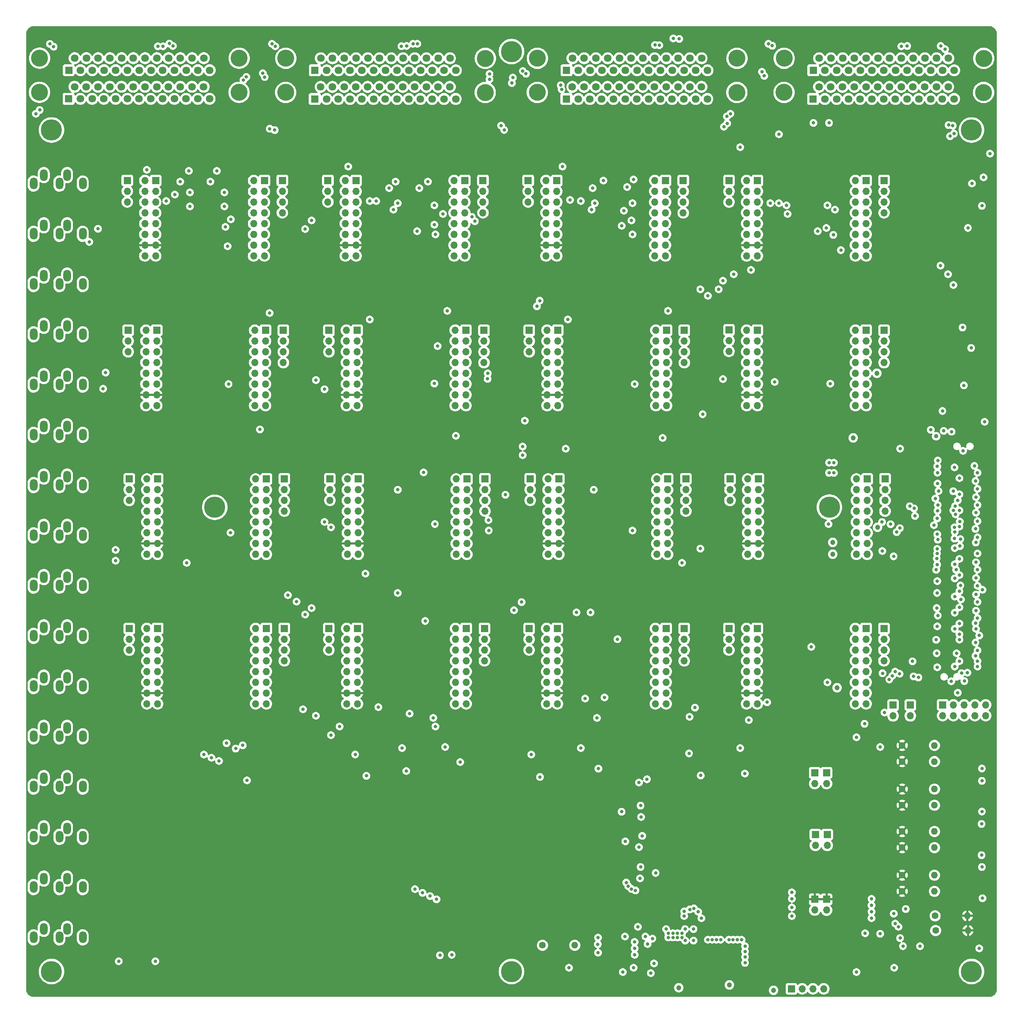
<source format=gbr>
G04 #@! TF.GenerationSoftware,KiCad,Pcbnew,7.0.0*
G04 #@! TF.CreationDate,2024-03-13T15:56:49+01:00*
G04 #@! TF.ProjectId,ADAU1787_rack,41444155-3137-4383-975f-7261636b2e6b,rev?*
G04 #@! TF.SameCoordinates,Original*
G04 #@! TF.FileFunction,Copper,L3,Inr*
G04 #@! TF.FilePolarity,Positive*
%FSLAX46Y46*%
G04 Gerber Fmt 4.6, Leading zero omitted, Abs format (unit mm)*
G04 Created by KiCad (PCBNEW 7.0.0) date 2024-03-13 15:56:49*
%MOMM*%
%LPD*%
G01*
G04 APERTURE LIST*
G04 #@! TA.AperFunction,ComponentPad*
%ADD10R,1.700000X1.700000*%
G04 #@! TD*
G04 #@! TA.AperFunction,ComponentPad*
%ADD11O,1.700000X1.700000*%
G04 #@! TD*
G04 #@! TA.AperFunction,ComponentPad*
%ADD12O,1.800000X2.800000*%
G04 #@! TD*
G04 #@! TA.AperFunction,ComponentPad*
%ADD13C,1.600000*%
G04 #@! TD*
G04 #@! TA.AperFunction,ComponentPad*
%ADD14O,1.600000X1.600000*%
G04 #@! TD*
G04 #@! TA.AperFunction,ComponentPad*
%ADD15C,5.000000*%
G04 #@! TD*
G04 #@! TA.AperFunction,ComponentPad*
%ADD16C,4.000000*%
G04 #@! TD*
G04 #@! TA.AperFunction,ComponentPad*
%ADD17R,1.800000X1.800000*%
G04 #@! TD*
G04 #@! TA.AperFunction,ComponentPad*
%ADD18C,1.800000*%
G04 #@! TD*
G04 #@! TA.AperFunction,ViaPad*
%ADD19C,0.800000*%
G04 #@! TD*
G04 #@! TA.AperFunction,ViaPad*
%ADD20C,1.000000*%
G04 #@! TD*
G04 #@! TA.AperFunction,ViaPad*
%ADD21C,1.200000*%
G04 #@! TD*
G04 APERTURE END LIST*
D10*
X56143499Y-180073999D03*
D11*
X53603499Y-180073999D03*
X56143499Y-182613999D03*
X53603499Y-182613999D03*
X56143499Y-185153999D03*
X53603499Y-185153999D03*
X56143499Y-187693999D03*
X53603499Y-187693999D03*
X56143499Y-190233999D03*
X53603499Y-190233999D03*
X56143499Y-192773999D03*
X53603499Y-192773999D03*
X56143499Y-195313999D03*
X53603499Y-195313999D03*
X56143499Y-197853999D03*
X53603499Y-197853999D03*
D10*
X81797499Y-180073999D03*
D11*
X79257499Y-180073999D03*
X81797499Y-182613999D03*
X79257499Y-182613999D03*
X81797499Y-185153999D03*
X79257499Y-185153999D03*
X81797499Y-187693999D03*
X79257499Y-187693999D03*
X81797499Y-190233999D03*
X79257499Y-190233999D03*
X81797499Y-192773999D03*
X79257499Y-192773999D03*
X81797499Y-195313999D03*
X79257499Y-195313999D03*
X81797499Y-197853999D03*
X79257499Y-197853999D03*
D12*
X34774219Y-96843964D03*
X32974219Y-98843964D03*
X26874219Y-98843964D03*
X29274219Y-96843964D03*
X38474219Y-98843964D03*
X34774219Y-84990631D03*
X32974219Y-86990631D03*
X26874219Y-86990631D03*
X29274219Y-84990631D03*
X38474219Y-86990631D03*
X34774219Y-215377294D03*
X32974219Y-217377294D03*
X26874219Y-217377294D03*
X29274219Y-215377294D03*
X38474219Y-217377294D03*
X34774219Y-239083960D03*
X32974219Y-241083960D03*
X26874219Y-241083960D03*
X29274219Y-239083960D03*
X38474219Y-241083960D03*
X34774219Y-250937298D03*
X32974219Y-252937298D03*
X26874219Y-252937298D03*
X29274219Y-250937298D03*
X38474219Y-252937298D03*
X34774219Y-73137298D03*
X32974219Y-75137298D03*
X26874219Y-75137298D03*
X29274219Y-73137298D03*
X38474219Y-75137298D03*
X34774219Y-227230627D03*
X32974219Y-229230627D03*
X26874219Y-229230627D03*
X29274219Y-227230627D03*
X38474219Y-229230627D03*
X34774219Y-191670628D03*
X32974219Y-193670628D03*
X26874219Y-193670628D03*
X29274219Y-191670628D03*
X38474219Y-193670628D03*
X34774219Y-179817295D03*
X32974219Y-181817295D03*
X26874219Y-181817295D03*
X29274219Y-179817295D03*
X38474219Y-181817295D03*
X34774219Y-120550630D03*
X32974219Y-122550630D03*
X26874219Y-122550630D03*
X29274219Y-120550630D03*
X38474219Y-122550630D03*
X34774219Y-167963962D03*
X32974219Y-169963962D03*
X26874219Y-169963962D03*
X29274219Y-167963962D03*
X38474219Y-169963962D03*
X34774219Y-156110629D03*
X32974219Y-158110629D03*
X26874219Y-158110629D03*
X29274219Y-156110629D03*
X38474219Y-158110629D03*
X34774219Y-144257296D03*
X32974219Y-146257296D03*
X26874219Y-146257296D03*
X29274219Y-144257296D03*
X38474219Y-146257296D03*
X34774219Y-203523961D03*
X32974219Y-205523961D03*
X26874219Y-205523961D03*
X29274219Y-203523961D03*
X38474219Y-205523961D03*
D10*
X103263045Y-180073999D03*
D11*
X100723045Y-180073999D03*
X103263045Y-182613999D03*
X100723045Y-182613999D03*
X103263045Y-185153999D03*
X100723045Y-185153999D03*
X103263045Y-187693999D03*
X100723045Y-187693999D03*
X103263045Y-190233999D03*
X100723045Y-190233999D03*
X103263045Y-192773999D03*
X100723045Y-192773999D03*
X103263045Y-195313999D03*
X100723045Y-195313999D03*
X103263045Y-197853999D03*
X100723045Y-197853999D03*
D10*
X128917045Y-180073999D03*
D11*
X126377045Y-180073999D03*
X128917045Y-182613999D03*
X126377045Y-182613999D03*
X128917045Y-185153999D03*
X126377045Y-185153999D03*
X128917045Y-187693999D03*
X126377045Y-187693999D03*
X128917045Y-190233999D03*
X126377045Y-190233999D03*
X128917045Y-192773999D03*
X126377045Y-192773999D03*
X128917045Y-195313999D03*
X126377045Y-195313999D03*
X128917045Y-197853999D03*
X126377045Y-197853999D03*
D10*
X103429712Y-144823499D03*
D11*
X100889712Y-144823499D03*
X103429712Y-147363499D03*
X100889712Y-147363499D03*
X103429712Y-149903499D03*
X100889712Y-149903499D03*
X103429712Y-152443499D03*
X100889712Y-152443499D03*
X103429712Y-154983499D03*
X100889712Y-154983499D03*
X103429712Y-157523499D03*
X100889712Y-157523499D03*
X103429712Y-160063499D03*
X100889712Y-160063499D03*
X103429712Y-162603499D03*
X100889712Y-162603499D03*
D10*
X129083712Y-144823499D03*
D11*
X126543712Y-144823499D03*
X129083712Y-147363499D03*
X126543712Y-147363499D03*
X129083712Y-149903499D03*
X126543712Y-149903499D03*
X129083712Y-152443499D03*
X126543712Y-152443499D03*
X129083712Y-154983499D03*
X126543712Y-154983499D03*
X129083712Y-157523499D03*
X126543712Y-157523499D03*
X129083712Y-160063499D03*
X126543712Y-160063499D03*
X129083712Y-162603499D03*
X126543712Y-162603499D03*
D10*
X150532285Y-109727999D03*
D11*
X147992285Y-109727999D03*
X150532285Y-112267999D03*
X147992285Y-112267999D03*
X150532285Y-114807999D03*
X147992285Y-114807999D03*
X150532285Y-117347999D03*
X147992285Y-117347999D03*
X150532285Y-119887999D03*
X147992285Y-119887999D03*
X150532285Y-122427999D03*
X147992285Y-122427999D03*
X150532285Y-124967999D03*
X147992285Y-124967999D03*
X150532285Y-127507999D03*
X147992285Y-127507999D03*
D10*
X176186285Y-109727999D03*
D11*
X173646285Y-109727999D03*
X176186285Y-112267999D03*
X173646285Y-112267999D03*
X176186285Y-114807999D03*
X173646285Y-114807999D03*
X176186285Y-117347999D03*
X173646285Y-117347999D03*
X176186285Y-119887999D03*
X173646285Y-119887999D03*
X176186285Y-122427999D03*
X173646285Y-122427999D03*
X176186285Y-124967999D03*
X173646285Y-124967999D03*
X176186285Y-127507999D03*
X173646285Y-127507999D03*
D10*
X55666359Y-74421999D03*
D11*
X53126359Y-74421999D03*
X55666359Y-76961999D03*
X53126359Y-76961999D03*
X55666359Y-79501999D03*
X53126359Y-79501999D03*
X55666359Y-82041999D03*
X53126359Y-82041999D03*
X55666359Y-84581999D03*
X53126359Y-84581999D03*
X55666359Y-87121999D03*
X53126359Y-87121999D03*
X55666359Y-89661999D03*
X53126359Y-89661999D03*
X55666359Y-92201999D03*
X53126359Y-92201999D03*
D10*
X81320359Y-74421999D03*
D11*
X78780359Y-74421999D03*
X81320359Y-76961999D03*
X78780359Y-76961999D03*
X81320359Y-79501999D03*
X78780359Y-79501999D03*
X81320359Y-82041999D03*
X78780359Y-82041999D03*
X81320359Y-84581999D03*
X78780359Y-84581999D03*
X81320359Y-87121999D03*
X78780359Y-87121999D03*
X81320359Y-89661999D03*
X78780359Y-89661999D03*
X81320359Y-92201999D03*
X78780359Y-92201999D03*
D10*
X197611999Y-74421999D03*
D11*
X195071999Y-74421999D03*
X197611999Y-76961999D03*
X195071999Y-76961999D03*
X197611999Y-79501999D03*
X195071999Y-79501999D03*
X197611999Y-82041999D03*
X195071999Y-82041999D03*
X197611999Y-84581999D03*
X195071999Y-84581999D03*
X197611999Y-87121999D03*
X195071999Y-87121999D03*
X197611999Y-89661999D03*
X195071999Y-89661999D03*
X197611999Y-92201999D03*
X195071999Y-92201999D03*
D10*
X223265999Y-74421999D03*
D11*
X220725999Y-74421999D03*
X223265999Y-76961999D03*
X220725999Y-76961999D03*
X223265999Y-79501999D03*
X220725999Y-79501999D03*
X223265999Y-82041999D03*
X220725999Y-82041999D03*
X223265999Y-84581999D03*
X220725999Y-84581999D03*
X223265999Y-87121999D03*
X220725999Y-87121999D03*
X223265999Y-89661999D03*
X220725999Y-89661999D03*
X223265999Y-92201999D03*
X220725999Y-92201999D03*
D10*
X102952572Y-74421999D03*
D11*
X100412572Y-74421999D03*
X102952572Y-76961999D03*
X100412572Y-76961999D03*
X102952572Y-79501999D03*
X100412572Y-79501999D03*
X102952572Y-82041999D03*
X100412572Y-82041999D03*
X102952572Y-84581999D03*
X100412572Y-84581999D03*
X102952572Y-87121999D03*
X100412572Y-87121999D03*
X102952572Y-89661999D03*
X100412572Y-89661999D03*
X102952572Y-92201999D03*
X100412572Y-92201999D03*
D10*
X128606572Y-74421999D03*
D11*
X126066572Y-74421999D03*
X128606572Y-76961999D03*
X126066572Y-76961999D03*
X128606572Y-79501999D03*
X126066572Y-79501999D03*
X128606572Y-82041999D03*
X126066572Y-82041999D03*
X128606572Y-84581999D03*
X126066572Y-84581999D03*
X128606572Y-87121999D03*
X126066572Y-87121999D03*
X128606572Y-89661999D03*
X126066572Y-89661999D03*
X128606572Y-92201999D03*
X126066572Y-92201999D03*
D10*
X150759425Y-144823499D03*
D11*
X148219425Y-144823499D03*
X150759425Y-147363499D03*
X148219425Y-147363499D03*
X150759425Y-149903499D03*
X148219425Y-149903499D03*
X150759425Y-152443499D03*
X148219425Y-152443499D03*
X150759425Y-154983499D03*
X148219425Y-154983499D03*
X150759425Y-157523499D03*
X148219425Y-157523499D03*
X150759425Y-160063499D03*
X148219425Y-160063499D03*
X150759425Y-162603499D03*
X148219425Y-162603499D03*
D10*
X176413425Y-144823499D03*
D11*
X173873425Y-144823499D03*
X176413425Y-147363499D03*
X173873425Y-147363499D03*
X176413425Y-149903499D03*
X173873425Y-149903499D03*
X176413425Y-152443499D03*
X173873425Y-152443499D03*
X176413425Y-154983499D03*
X173873425Y-154983499D03*
X176413425Y-157523499D03*
X173873425Y-157523499D03*
X176413425Y-160063499D03*
X173873425Y-160063499D03*
X176413425Y-162603499D03*
X173873425Y-162603499D03*
D10*
X150426091Y-180073999D03*
D11*
X147886091Y-180073999D03*
X150426091Y-182613999D03*
X147886091Y-182613999D03*
X150426091Y-185153999D03*
X147886091Y-185153999D03*
X150426091Y-187693999D03*
X147886091Y-187693999D03*
X150426091Y-190233999D03*
X147886091Y-190233999D03*
X150426091Y-192773999D03*
X147886091Y-192773999D03*
X150426091Y-195313999D03*
X147886091Y-195313999D03*
X150426091Y-197853999D03*
X147886091Y-197853999D03*
D10*
X176080091Y-180073999D03*
D11*
X173540091Y-180073999D03*
X176080091Y-182613999D03*
X173540091Y-182613999D03*
X176080091Y-185153999D03*
X173540091Y-185153999D03*
X176080091Y-187693999D03*
X173540091Y-187693999D03*
X176080091Y-190233999D03*
X173540091Y-190233999D03*
X176080091Y-192773999D03*
X173540091Y-192773999D03*
X176080091Y-195313999D03*
X173540091Y-195313999D03*
X176080091Y-197853999D03*
X173540091Y-197853999D03*
D10*
X197611999Y-109727999D03*
D11*
X195071999Y-109727999D03*
X197611999Y-112267999D03*
X195071999Y-112267999D03*
X197611999Y-114807999D03*
X195071999Y-114807999D03*
X197611999Y-117347999D03*
X195071999Y-117347999D03*
X197611999Y-119887999D03*
X195071999Y-119887999D03*
X197611999Y-122427999D03*
X195071999Y-122427999D03*
X197611999Y-124967999D03*
X195071999Y-124967999D03*
X197611999Y-127507999D03*
X195071999Y-127507999D03*
D10*
X223265999Y-109727999D03*
D11*
X220725999Y-109727999D03*
X223265999Y-112267999D03*
X220725999Y-112267999D03*
X223265999Y-114807999D03*
X220725999Y-114807999D03*
X223265999Y-117347999D03*
X220725999Y-117347999D03*
X223265999Y-119887999D03*
X220725999Y-119887999D03*
X223265999Y-122427999D03*
X220725999Y-122427999D03*
X223265999Y-124967999D03*
X220725999Y-124967999D03*
X223265999Y-127507999D03*
X220725999Y-127507999D03*
D10*
X150282285Y-74421999D03*
D11*
X147742285Y-74421999D03*
X150282285Y-76961999D03*
X147742285Y-76961999D03*
X150282285Y-79501999D03*
X147742285Y-79501999D03*
X150282285Y-82041999D03*
X147742285Y-82041999D03*
X150282285Y-84581999D03*
X147742285Y-84581999D03*
X150282285Y-87121999D03*
X147742285Y-87121999D03*
X150282285Y-89661999D03*
X147742285Y-89661999D03*
X150282285Y-92201999D03*
X147742285Y-92201999D03*
D10*
X175936285Y-74421999D03*
D11*
X173396285Y-74421999D03*
X175936285Y-76961999D03*
X173396285Y-76961999D03*
X175936285Y-79501999D03*
X173396285Y-79501999D03*
X175936285Y-82041999D03*
X173396285Y-82041999D03*
X175936285Y-84581999D03*
X173396285Y-84581999D03*
X175936285Y-87121999D03*
X173396285Y-87121999D03*
X175936285Y-89661999D03*
X173396285Y-89661999D03*
X175936285Y-92201999D03*
X173396285Y-92201999D03*
D10*
X197589139Y-180073999D03*
D11*
X195049139Y-180073999D03*
X197589139Y-182613999D03*
X195049139Y-182613999D03*
X197589139Y-185153999D03*
X195049139Y-185153999D03*
X197589139Y-187693999D03*
X195049139Y-187693999D03*
X197589139Y-190233999D03*
X195049139Y-190233999D03*
X197589139Y-192773999D03*
X195049139Y-192773999D03*
X197589139Y-195313999D03*
X195049139Y-195313999D03*
X197589139Y-197853999D03*
X195049139Y-197853999D03*
D10*
X223243139Y-180073999D03*
D11*
X220703139Y-180073999D03*
X223243139Y-182613999D03*
X220703139Y-182613999D03*
X223243139Y-185153999D03*
X220703139Y-185153999D03*
X223243139Y-187693999D03*
X220703139Y-187693999D03*
X223243139Y-190233999D03*
X220703139Y-190233999D03*
X223243139Y-192773999D03*
X220703139Y-192773999D03*
X223243139Y-195313999D03*
X220703139Y-195313999D03*
X223243139Y-197853999D03*
X220703139Y-197853999D03*
D10*
X55916359Y-109727999D03*
D11*
X53376359Y-109727999D03*
X55916359Y-112267999D03*
X53376359Y-112267999D03*
X55916359Y-114807999D03*
X53376359Y-114807999D03*
X55916359Y-117347999D03*
X53376359Y-117347999D03*
X55916359Y-119887999D03*
X53376359Y-119887999D03*
X55916359Y-122427999D03*
X53376359Y-122427999D03*
X55916359Y-124967999D03*
X53376359Y-124967999D03*
X55916359Y-127507999D03*
X53376359Y-127507999D03*
D10*
X81570359Y-109727999D03*
D11*
X79030359Y-109727999D03*
X81570359Y-112267999D03*
X79030359Y-112267999D03*
X81570359Y-114807999D03*
X79030359Y-114807999D03*
X81570359Y-117347999D03*
X79030359Y-117347999D03*
X81570359Y-119887999D03*
X79030359Y-119887999D03*
X81570359Y-122427999D03*
X79030359Y-122427999D03*
X81570359Y-124967999D03*
X79030359Y-124967999D03*
X81570359Y-127507999D03*
X79030359Y-127507999D03*
D10*
X103202572Y-109727999D03*
D11*
X100662572Y-109727999D03*
X103202572Y-112267999D03*
X100662572Y-112267999D03*
X103202572Y-114807999D03*
X100662572Y-114807999D03*
X103202572Y-117347999D03*
X100662572Y-117347999D03*
X103202572Y-119887999D03*
X100662572Y-119887999D03*
X103202572Y-122427999D03*
X100662572Y-122427999D03*
X103202572Y-124967999D03*
X100662572Y-124967999D03*
X103202572Y-127507999D03*
X100662572Y-127507999D03*
D10*
X128856572Y-109727999D03*
D11*
X126316572Y-109727999D03*
X128856572Y-112267999D03*
X126316572Y-112267999D03*
X128856572Y-114807999D03*
X126316572Y-114807999D03*
X128856572Y-117347999D03*
X126316572Y-117347999D03*
X128856572Y-119887999D03*
X126316572Y-119887999D03*
X128856572Y-122427999D03*
X126316572Y-122427999D03*
X128856572Y-124967999D03*
X126316572Y-124967999D03*
X128856572Y-127507999D03*
X126316572Y-127507999D03*
D10*
X56143499Y-144823499D03*
D11*
X53603499Y-144823499D03*
X56143499Y-147363499D03*
X53603499Y-147363499D03*
X56143499Y-149903499D03*
X53603499Y-149903499D03*
X56143499Y-152443499D03*
X53603499Y-152443499D03*
X56143499Y-154983499D03*
X53603499Y-154983499D03*
X56143499Y-157523499D03*
X53603499Y-157523499D03*
X56143499Y-160063499D03*
X53603499Y-160063499D03*
X56143499Y-162603499D03*
X53603499Y-162603499D03*
D10*
X81797499Y-144823499D03*
D11*
X79257499Y-144823499D03*
X81797499Y-147363499D03*
X79257499Y-147363499D03*
X81797499Y-149903499D03*
X79257499Y-149903499D03*
X81797499Y-152443499D03*
X79257499Y-152443499D03*
X81797499Y-154983499D03*
X79257499Y-154983499D03*
X81797499Y-157523499D03*
X79257499Y-157523499D03*
X81797499Y-160063499D03*
X79257499Y-160063499D03*
X81797499Y-162603499D03*
X79257499Y-162603499D03*
D13*
X231750000Y-211470000D03*
D14*
X239369999Y-211469999D03*
D13*
X231750000Y-221770000D03*
D14*
X239369999Y-221769999D03*
D13*
X231750000Y-231770000D03*
D14*
X239369999Y-231769999D03*
D13*
X231750000Y-207660000D03*
D14*
X239369999Y-207659999D03*
D13*
X231750000Y-217960000D03*
D14*
X239369999Y-217959999D03*
D13*
X231750000Y-227960000D03*
D14*
X239369999Y-227959999D03*
D13*
X231750000Y-238270000D03*
D14*
X239369999Y-238269999D03*
D13*
X231750000Y-242080000D03*
D14*
X239369999Y-242079999D03*
D13*
X239522000Y-247870000D03*
D14*
X247141999Y-247869999D03*
D13*
X239649000Y-251333000D03*
D14*
X247268999Y-251332999D03*
D12*
X34774219Y-108697297D03*
X32974219Y-110697297D03*
X26874219Y-110697297D03*
X29274219Y-108697297D03*
X38474219Y-110697297D03*
D10*
X197839139Y-144823499D03*
D11*
X195299139Y-144823499D03*
X197839139Y-147363499D03*
X195299139Y-147363499D03*
X197839139Y-149903499D03*
X195299139Y-149903499D03*
X197839139Y-152443499D03*
X195299139Y-152443499D03*
X197839139Y-154983499D03*
X195299139Y-154983499D03*
X197839139Y-157523499D03*
X195299139Y-157523499D03*
X197839139Y-160063499D03*
X195299139Y-160063499D03*
X197839139Y-162603499D03*
X195299139Y-162603499D03*
D10*
X223493139Y-144823499D03*
D11*
X220953139Y-144823499D03*
X223493139Y-147363499D03*
X220953139Y-147363499D03*
X223493139Y-149903499D03*
X220953139Y-149903499D03*
X223493139Y-152443499D03*
X220953139Y-152443499D03*
X223493139Y-154983499D03*
X220953139Y-154983499D03*
X223493139Y-157523499D03*
X220953139Y-157523499D03*
X223493139Y-160063499D03*
X220953139Y-160063499D03*
X223493139Y-162603499D03*
X220953139Y-162603499D03*
D12*
X34774219Y-132403963D03*
X32974219Y-134403963D03*
X26874219Y-134403963D03*
X29274219Y-132403963D03*
X38474219Y-134403963D03*
D10*
X213918799Y-214121999D03*
D11*
X213918799Y-216661999D03*
D10*
X229615999Y-198135999D03*
D11*
X229615999Y-200675999D03*
D10*
X241299999Y-198095999D03*
D11*
X241299999Y-200635999D03*
X243839999Y-198095999D03*
X243839999Y-200635999D03*
X246379999Y-198095999D03*
X246379999Y-200635999D03*
X248919999Y-198095999D03*
X248919999Y-200635999D03*
X251459999Y-198095999D03*
X251459999Y-200635999D03*
D15*
X139600000Y-44000000D03*
X69600000Y-151500000D03*
D16*
X203885800Y-53644800D03*
X203915800Y-45594800D03*
X250955800Y-53654800D03*
X250985800Y-45604800D03*
D17*
X210785799Y-48424799D03*
D18*
X213555800Y-48424800D03*
X216325800Y-48424800D03*
X219095800Y-48424800D03*
X221865800Y-48424800D03*
X224635800Y-48424800D03*
X227405800Y-48424800D03*
X230175800Y-48424800D03*
X232945800Y-48424800D03*
X235715800Y-48424800D03*
X238485800Y-48424800D03*
X241255800Y-48424800D03*
X244025800Y-48424800D03*
X212170800Y-45584800D03*
X214940800Y-45584800D03*
X217710800Y-45584800D03*
X220480800Y-45584800D03*
X223250800Y-45584800D03*
X226020800Y-45584800D03*
X228790800Y-45584800D03*
X231560800Y-45584800D03*
X234330800Y-45584800D03*
X237100800Y-45584800D03*
X239870800Y-45584800D03*
X242640800Y-45584800D03*
D17*
X210755799Y-55174799D03*
D18*
X213525800Y-55174800D03*
X216295800Y-55174800D03*
X219065800Y-55174800D03*
X221835800Y-55174800D03*
X224605800Y-55174800D03*
X227375800Y-55174800D03*
X230145800Y-55174800D03*
X232915800Y-55174800D03*
X235685800Y-55174800D03*
X238455800Y-55174800D03*
X241225800Y-55174800D03*
X243995800Y-55174800D03*
X212140800Y-52334800D03*
X214910800Y-52334800D03*
X217680800Y-52334800D03*
X220450800Y-52334800D03*
X223220800Y-52334800D03*
X225990800Y-52334800D03*
X228760800Y-52334800D03*
X231530800Y-52334800D03*
X234300800Y-52334800D03*
X237070800Y-52334800D03*
X239840800Y-52334800D03*
X242610800Y-52334800D03*
D10*
X213918799Y-243976573D03*
D11*
X213918799Y-246516573D03*
D10*
X211124799Y-243969999D03*
D11*
X211124799Y-246509999D03*
D16*
X28270200Y-53619400D03*
X28300200Y-45569400D03*
X75340200Y-53629400D03*
X75370200Y-45579400D03*
D17*
X35170199Y-48399399D03*
D18*
X37940200Y-48399400D03*
X40710200Y-48399400D03*
X43480200Y-48399400D03*
X46250200Y-48399400D03*
X49020200Y-48399400D03*
X51790200Y-48399400D03*
X54560200Y-48399400D03*
X57330200Y-48399400D03*
X60100200Y-48399400D03*
X62870200Y-48399400D03*
X65640200Y-48399400D03*
X68410200Y-48399400D03*
X36555200Y-45559400D03*
X39325200Y-45559400D03*
X42095200Y-45559400D03*
X44865200Y-45559400D03*
X47635200Y-45559400D03*
X50405200Y-45559400D03*
X53175200Y-45559400D03*
X55945200Y-45559400D03*
X58715200Y-45559400D03*
X61485200Y-45559400D03*
X64255200Y-45559400D03*
X67025200Y-45559400D03*
D17*
X35140199Y-55149399D03*
D18*
X37910200Y-55149400D03*
X40680200Y-55149400D03*
X43450200Y-55149400D03*
X46220200Y-55149400D03*
X48990200Y-55149400D03*
X51760200Y-55149400D03*
X54530200Y-55149400D03*
X57300200Y-55149400D03*
X60070200Y-55149400D03*
X62840200Y-55149400D03*
X65610200Y-55149400D03*
X68380200Y-55149400D03*
X36525200Y-52309400D03*
X39295200Y-52309400D03*
X42065200Y-52309400D03*
X44835200Y-52309400D03*
X47605200Y-52309400D03*
X50375200Y-52309400D03*
X53145200Y-52309400D03*
X55915200Y-52309400D03*
X58685200Y-52309400D03*
X61455200Y-52309400D03*
X64225200Y-52309400D03*
X66995200Y-52309400D03*
D16*
X86334600Y-53644800D03*
X86364600Y-45594800D03*
X133404600Y-53654800D03*
X133434600Y-45604800D03*
D17*
X93234599Y-48424799D03*
D18*
X96004600Y-48424800D03*
X98774600Y-48424800D03*
X101544600Y-48424800D03*
X104314600Y-48424800D03*
X107084600Y-48424800D03*
X109854600Y-48424800D03*
X112624600Y-48424800D03*
X115394600Y-48424800D03*
X118164600Y-48424800D03*
X120934600Y-48424800D03*
X123704600Y-48424800D03*
X126474600Y-48424800D03*
X94619600Y-45584800D03*
X97389600Y-45584800D03*
X100159600Y-45584800D03*
X102929600Y-45584800D03*
X105699600Y-45584800D03*
X108469600Y-45584800D03*
X111239600Y-45584800D03*
X114009600Y-45584800D03*
X116779600Y-45584800D03*
X119549600Y-45584800D03*
X122319600Y-45584800D03*
X125089600Y-45584800D03*
D17*
X93204599Y-55174799D03*
D18*
X95974600Y-55174800D03*
X98744600Y-55174800D03*
X101514600Y-55174800D03*
X104284600Y-55174800D03*
X107054600Y-55174800D03*
X109824600Y-55174800D03*
X112594600Y-55174800D03*
X115364600Y-55174800D03*
X118134600Y-55174800D03*
X120904600Y-55174800D03*
X123674600Y-55174800D03*
X126444600Y-55174800D03*
X94589600Y-52334800D03*
X97359600Y-52334800D03*
X100129600Y-52334800D03*
X102899600Y-52334800D03*
X105669600Y-52334800D03*
X108439600Y-52334800D03*
X111209600Y-52334800D03*
X113979600Y-52334800D03*
X116749600Y-52334800D03*
X119519600Y-52334800D03*
X122289600Y-52334800D03*
X125059600Y-52334800D03*
D10*
X205639656Y-265079843D03*
D11*
X208179656Y-265079843D03*
X210719656Y-265079843D03*
X213259656Y-265079843D03*
D15*
X31100000Y-62500000D03*
D10*
X233679999Y-198135999D03*
D11*
X233679999Y-200675999D03*
D15*
X31100000Y-261000000D03*
X248100000Y-261000000D03*
X248100000Y-62500000D03*
D10*
X214071199Y-228701599D03*
D11*
X214071199Y-231241599D03*
D15*
X139600000Y-261000000D03*
D16*
X145689800Y-53643000D03*
X145719800Y-45593000D03*
X192759800Y-53653000D03*
X192789800Y-45603000D03*
D17*
X152589799Y-48422999D03*
D18*
X155359800Y-48423000D03*
X158129800Y-48423000D03*
X160899800Y-48423000D03*
X163669800Y-48423000D03*
X166439800Y-48423000D03*
X169209800Y-48423000D03*
X171979800Y-48423000D03*
X174749800Y-48423000D03*
X177519800Y-48423000D03*
X180289800Y-48423000D03*
X183059800Y-48423000D03*
X185829800Y-48423000D03*
X153974800Y-45583000D03*
X156744800Y-45583000D03*
X159514800Y-45583000D03*
X162284800Y-45583000D03*
X165054800Y-45583000D03*
X167824800Y-45583000D03*
X170594800Y-45583000D03*
X173364800Y-45583000D03*
X176134800Y-45583000D03*
X178904800Y-45583000D03*
X181674800Y-45583000D03*
X184444800Y-45583000D03*
D17*
X152559799Y-55172999D03*
D18*
X155329800Y-55173000D03*
X158099800Y-55173000D03*
X160869800Y-55173000D03*
X163639800Y-55173000D03*
X166409800Y-55173000D03*
X169179800Y-55173000D03*
X171949800Y-55173000D03*
X174719800Y-55173000D03*
X177489800Y-55173000D03*
X180259800Y-55173000D03*
X183029800Y-55173000D03*
X185799800Y-55173000D03*
X153944800Y-52333000D03*
X156714800Y-52333000D03*
X159484800Y-52333000D03*
X162254800Y-52333000D03*
X165024800Y-52333000D03*
X167794800Y-52333000D03*
X170564800Y-52333000D03*
X173334800Y-52333000D03*
X176104800Y-52333000D03*
X178874800Y-52333000D03*
X181644800Y-52333000D03*
X184414800Y-52333000D03*
D10*
X211124799Y-214121999D03*
D11*
X211124799Y-216661999D03*
D15*
X214590000Y-151480000D03*
D10*
X211277199Y-228701599D03*
D11*
X211277199Y-231241599D03*
D13*
X146913600Y-254812800D03*
D14*
X154533599Y-254812799D03*
D10*
X49446499Y-180100999D03*
D11*
X49446499Y-182640999D03*
X49446499Y-185180999D03*
D10*
X85795359Y-109759999D03*
D11*
X85795359Y-112299999D03*
X85795359Y-114839999D03*
X85795359Y-117379999D03*
D10*
X132872859Y-74398499D03*
D11*
X132872859Y-76938499D03*
X132872859Y-79478499D03*
X132872859Y-82018499D03*
D10*
X133349999Y-144779999D03*
D11*
X133349999Y-147319999D03*
X133349999Y-149859999D03*
X133349999Y-152399999D03*
D10*
X190907859Y-109632999D03*
D11*
X190907859Y-112172999D03*
X190907859Y-114712999D03*
D10*
X227710999Y-144779999D03*
D11*
X227710999Y-147319999D03*
X227710999Y-149859999D03*
X227710999Y-152399999D03*
D10*
X85545359Y-74398499D03*
D11*
X85545359Y-76938499D03*
X85545359Y-79478499D03*
X85545359Y-82018499D03*
D10*
X96546859Y-109759999D03*
D11*
X96546859Y-112299999D03*
X96546859Y-114839999D03*
D10*
X191134999Y-144794999D03*
D11*
X191134999Y-147334999D03*
X191134999Y-149874999D03*
D10*
X227456999Y-180085999D03*
D11*
X227456999Y-182625999D03*
X227456999Y-185165999D03*
X227456999Y-187705999D03*
D10*
X96296859Y-74398499D03*
D11*
X96296859Y-76938499D03*
X96296859Y-79478499D03*
D10*
X190880999Y-180085999D03*
D11*
X190880999Y-182625999D03*
X190880999Y-185165999D03*
D10*
X180720999Y-144779999D03*
D11*
X180720999Y-147319999D03*
X180720999Y-149859999D03*
X180720999Y-152399999D03*
D10*
X133222999Y-180085999D03*
D11*
X133222999Y-182625999D03*
X133222999Y-185165999D03*
X133222999Y-187705999D03*
D10*
X49193959Y-109734599D03*
D11*
X49193959Y-112274599D03*
X49193959Y-114814599D03*
D10*
X49446499Y-144794999D03*
D11*
X49446499Y-147334999D03*
X49446499Y-149874999D03*
D10*
X143790859Y-109759999D03*
D11*
X143790859Y-112299999D03*
X143790859Y-114839999D03*
D10*
X144017999Y-144779999D03*
D11*
X144017999Y-147319999D03*
X144017999Y-149859999D03*
D10*
X143540859Y-74398499D03*
D11*
X143540859Y-76938499D03*
X143540859Y-79478499D03*
D10*
X180339999Y-180085999D03*
D11*
X180339999Y-182625999D03*
X180339999Y-185165999D03*
X180339999Y-187705999D03*
D10*
X96773999Y-144779999D03*
D11*
X96773999Y-147319999D03*
X96773999Y-149859999D03*
D10*
X86022499Y-180085999D03*
D11*
X86022499Y-182625999D03*
X86022499Y-185165999D03*
X86022499Y-187705999D03*
D10*
X190911859Y-74413499D03*
D11*
X190911859Y-76953499D03*
X190911859Y-79493499D03*
D10*
X180116859Y-74421999D03*
D11*
X180116859Y-76961999D03*
X180116859Y-79501999D03*
X180116859Y-82041999D03*
D10*
X96519999Y-180085999D03*
D11*
X96519999Y-182625999D03*
X96519999Y-185165999D03*
D10*
X133122859Y-109759999D03*
D11*
X133122859Y-112299999D03*
X133122859Y-114839999D03*
X133122859Y-117379999D03*
D10*
X48969359Y-74398499D03*
D11*
X48969359Y-76938499D03*
X48969359Y-79478499D03*
D10*
X143763999Y-180085999D03*
D11*
X143763999Y-182625999D03*
X143763999Y-185165999D03*
D10*
X227487859Y-74398499D03*
D11*
X227487859Y-76938499D03*
X227487859Y-79478499D03*
X227487859Y-82018499D03*
D10*
X227483859Y-109759999D03*
D11*
X227483859Y-112299999D03*
X227483859Y-114839999D03*
X227483859Y-117379999D03*
D10*
X86022499Y-144779999D03*
D11*
X86022499Y-147319999D03*
X86022499Y-149859999D03*
X86022499Y-152399999D03*
D10*
X180366859Y-109769999D03*
D11*
X180366859Y-112309999D03*
X180366859Y-114849999D03*
X180366859Y-117389999D03*
D19*
X202692000Y-63500000D03*
X179832000Y-252958600D03*
X239598200Y-149428200D03*
X182524400Y-251002800D03*
X240030000Y-141859000D03*
X159766000Y-201168000D03*
X178748266Y-252958600D03*
X115570000Y-200152000D03*
X180568600Y-253695200D03*
X249174000Y-164465000D03*
X245491000Y-169926000D03*
X239776000Y-182753000D03*
X176580800Y-251968000D03*
X173228000Y-259080000D03*
X245618000Y-173228000D03*
X170434000Y-229001573D03*
X184240000Y-214760000D03*
X245350177Y-154859821D03*
X177664533Y-251968000D03*
X194650000Y-214300000D03*
X170053000Y-236347000D03*
X244602000Y-185928000D03*
X239903000Y-175260000D03*
X177664533Y-252958600D03*
X249047000Y-186563000D03*
X249174000Y-175895000D03*
X246126000Y-138176000D03*
X105380000Y-214850000D03*
X179832000Y-251968000D03*
X249174000Y-172085000D03*
X170053000Y-221869000D03*
X178748266Y-251968000D03*
X239903000Y-185928000D03*
X55593616Y-258572000D03*
X160100000Y-213150000D03*
X249047000Y-178816000D03*
X244094000Y-158877000D03*
X146320000Y-215110000D03*
X229870000Y-260096000D03*
X195580000Y-201676000D03*
X249047000Y-156591000D03*
X113792000Y-208280000D03*
X249174000Y-152781000D03*
X240334800Y-147675600D03*
X176580800Y-252958600D03*
X171196000Y-252730000D03*
X247142000Y-190500000D03*
X232593500Y-246253000D03*
X46957616Y-258572000D03*
X239997556Y-154145556D03*
X193548000Y-208280000D03*
X249047000Y-145288000D03*
X248793000Y-141732000D03*
X182549800Y-253695200D03*
X240030000Y-179578000D03*
X244094000Y-156210000D03*
X240157000Y-159131000D03*
X249047000Y-183388000D03*
X249174000Y-168148000D03*
X180543200Y-251002800D03*
X239903000Y-163576000D03*
X176072800Y-251002800D03*
X249174000Y-149098000D03*
X245364000Y-160655000D03*
X240030000Y-161290000D03*
X155956000Y-208280000D03*
X231937500Y-255010286D03*
X114790000Y-213710000D03*
X240030000Y-189230000D03*
X240014260Y-165014500D03*
X240030000Y-168910000D03*
X249174000Y-180174500D03*
X244475000Y-166243000D03*
X249123200Y-159816800D03*
X250571000Y-80391000D03*
X249936000Y-181737000D03*
X193548000Y-66548000D03*
X214122000Y-80264000D03*
X204470000Y-80264000D03*
X204724000Y-82296000D03*
X215900000Y-81280000D03*
X172847000Y-253238000D03*
X223012000Y-251968000D03*
X244144800Y-180166736D03*
X210312000Y-184404000D03*
X181610000Y-200914000D03*
X171704000Y-254508000D03*
X226568000Y-252095000D03*
X249529600Y-185251952D03*
X226568000Y-208026000D03*
X245262400Y-187790648D03*
X227584000Y-199898000D03*
X239979200Y-162403688D03*
X247269000Y-85598000D03*
X196088000Y-95504000D03*
X245262400Y-178905212D03*
X248031000Y-113919000D03*
X192024000Y-96520000D03*
X231557000Y-42761500D03*
X210820000Y-60833000D03*
X214503000Y-60833000D03*
X232942000Y-42698000D03*
X241858000Y-43434000D03*
X240836286Y-42697500D03*
X246316500Y-122745500D03*
X245262400Y-163673036D03*
X249529600Y-158595644D03*
X243686038Y-61488006D03*
X242697353Y-61341353D03*
X200202000Y-42164000D03*
X201102175Y-42636500D03*
X188468000Y-100076000D03*
X249529600Y-177635864D03*
X251206000Y-131318000D03*
X189484000Y-121251000D03*
X201676000Y-121920000D03*
X189484000Y-98044000D03*
X185928000Y-101600000D03*
X244144800Y-176358692D03*
X184150000Y-100076000D03*
X199224500Y-49745500D03*
X200660000Y-79756000D03*
X211836000Y-86360000D03*
X213868000Y-85598000D03*
X202692000Y-79756000D03*
X198678000Y-48768000D03*
X243048313Y-63972500D03*
X243967000Y-63373000D03*
X249529600Y-162403688D03*
X250698000Y-170942000D03*
X176530000Y-105156000D03*
X245491000Y-159004000D03*
X243840000Y-99060000D03*
X166116000Y-81534000D03*
X158496000Y-81280000D03*
X168148000Y-79756000D03*
X159258000Y-79756000D03*
X146253200Y-102768400D03*
X240157000Y-177038000D03*
X248221500Y-75120500D03*
X151638000Y-71120000D03*
X145592800Y-104089200D03*
X142748000Y-131064000D03*
X245999000Y-109093000D03*
X249529600Y-173827820D03*
X152908000Y-107188000D03*
X152400000Y-137668000D03*
X173470003Y-42452660D03*
X174468000Y-42507500D03*
X177770000Y-40894000D03*
X179167000Y-41021000D03*
X244144800Y-161126516D03*
X175260000Y-135128000D03*
X238506000Y-133223000D03*
X249529600Y-154787600D03*
X191232000Y-58674000D03*
X190424285Y-59299540D03*
X142261803Y-48600004D03*
X168402000Y-74168000D03*
X161290000Y-74422000D03*
X166878000Y-75946000D03*
X158750000Y-76200000D03*
X143029116Y-49240500D03*
X142240000Y-137160000D03*
X158242000Y-176276000D03*
X245262400Y-175097168D03*
X159004000Y-147363500D03*
X142240000Y-139192000D03*
X141986000Y-173869067D03*
X244144800Y-172550648D03*
X154940000Y-176276000D03*
X140208000Y-175768000D03*
X139924000Y-50150198D03*
X153416000Y-78994000D03*
X165608000Y-85090000D03*
X167894000Y-83820000D03*
X155956000Y-79248000D03*
X139700000Y-51435000D03*
X151227000Y-51943000D03*
X189708000Y-61722000D03*
X151423018Y-52923093D03*
X190470000Y-60960000D03*
X245262400Y-156056948D03*
X179832000Y-164592000D03*
X240792000Y-94488000D03*
X124460000Y-105156000D03*
X244144800Y-157318472D03*
X130962400Y-84023200D03*
X130251200Y-83007200D03*
X123444000Y-82296000D03*
X111760000Y-81280000D03*
X112776000Y-79756000D03*
X121412000Y-80264000D03*
X86868000Y-172212000D03*
X90932000Y-85852000D03*
X239979200Y-171704000D03*
X250952000Y-73660000D03*
X101092000Y-71120000D03*
X92456000Y-83820000D03*
X88900000Y-173736000D03*
X126492000Y-134620000D03*
X240030000Y-157861000D03*
X231267000Y-137668000D03*
X229743000Y-163068000D03*
X133959600Y-121208800D03*
X116378000Y-42164000D03*
X134010400Y-119888000D03*
X117394000Y-42164000D03*
X114854000Y-42672000D03*
X113651789Y-42734070D03*
X95504000Y-123647200D03*
X92456000Y-175260000D03*
X249529600Y-170019776D03*
X106172000Y-107188000D03*
X93472000Y-121488200D03*
X90932000Y-176784000D03*
X249529600Y-150979556D03*
X134412000Y-49276000D03*
X134239000Y-156972000D03*
X134412000Y-50546000D03*
X134162800Y-154533600D03*
X83104000Y-42164000D03*
X119888000Y-74676000D03*
X112268000Y-74676000D03*
X110744000Y-76200000D03*
X117856000Y-76200000D03*
X83894101Y-42776165D03*
X97028000Y-156210000D03*
X93472000Y-200660000D03*
X112776000Y-147363500D03*
X245262400Y-171289124D03*
X112776000Y-171704000D03*
X95504000Y-154940000D03*
X90424000Y-199136000D03*
X97028000Y-205232000D03*
X105156000Y-167132000D03*
X244144800Y-168275000D03*
X99060000Y-203200000D03*
X81394662Y-50016215D03*
X117348000Y-86360000D03*
X106172000Y-79248000D03*
X107696000Y-79248000D03*
X121412000Y-84836000D03*
X80952140Y-49120012D03*
X137160000Y-61468000D03*
X137871200Y-62484000D03*
X233553000Y-151257000D03*
X245262400Y-152248904D03*
X234188000Y-187833000D03*
X82550000Y-105664000D03*
X249529600Y-147171512D03*
X242570000Y-96520000D03*
X71882000Y-80518000D03*
X63754000Y-80518000D03*
X71882000Y-77216000D03*
X63754000Y-77216000D03*
X40015100Y-88900000D03*
X53594000Y-71882000D03*
X239776000Y-166243000D03*
X252476000Y-68072000D03*
X42062400Y-85801200D03*
X43865800Y-119710200D03*
X249529600Y-166211732D03*
X43281600Y-123545600D03*
X56187000Y-42761500D03*
X57409400Y-42761500D03*
X59743000Y-42672000D03*
X58904186Y-42128500D03*
X245262400Y-148440860D03*
X80264000Y-133146800D03*
X241554000Y-133477000D03*
X46228000Y-161544000D03*
X245262400Y-167481080D03*
X46228000Y-164084000D03*
X31605699Y-42871760D03*
X68580000Y-74676000D03*
X61468000Y-74676000D03*
X70104000Y-72136000D03*
X63500000Y-72136000D03*
X30734000Y-42204403D03*
X76368223Y-50712805D03*
X77059834Y-49986305D03*
X243401214Y-133661786D03*
X249529600Y-143363468D03*
X227012500Y-154977500D03*
X245262400Y-144632816D03*
X227126800Y-190652400D03*
X83766000Y-62519500D03*
X82571940Y-62211500D03*
X27414505Y-58668639D03*
X60198000Y-77724000D03*
X73406000Y-83566000D03*
X58166000Y-79248000D03*
X72136000Y-85344000D03*
X28321000Y-57785000D03*
X244144800Y-164934560D03*
X62992000Y-164592000D03*
X226568000Y-255016000D03*
X247396000Y-138430000D03*
X189546768Y-202228998D03*
X223012000Y-249555000D03*
X110998000Y-200914000D03*
X66261616Y-255524000D03*
X151892000Y-202184000D03*
X245450000Y-258105000D03*
D20*
X239776000Y-134747000D03*
D19*
X240080800Y-143357600D03*
D21*
X220218000Y-135128000D03*
D19*
X240091832Y-145885000D03*
X165862000Y-261112000D03*
X168402000Y-260096000D03*
X122723000Y-257180500D03*
X180340000Y-246817500D03*
X125517000Y-257053500D03*
X180335500Y-247904000D03*
X234780286Y-153536634D03*
X240089913Y-152314500D03*
X235585000Y-191643000D03*
X240157500Y-150965000D03*
X234564036Y-151760036D03*
X234442000Y-191389000D03*
X245745000Y-190627000D03*
X244144800Y-189052200D03*
X244856000Y-195234500D03*
X244348000Y-153162000D03*
X231196000Y-156418657D03*
X228708590Y-192113500D03*
X243802000Y-152235000D03*
X230469500Y-157353000D03*
X231140000Y-190754000D03*
X227076000Y-161798000D03*
X244221000Y-151257000D03*
X239251500Y-155702000D03*
X229412800Y-191262000D03*
X243802382Y-147703816D03*
X230124000Y-190246000D03*
X229016500Y-155483500D03*
X245262400Y-182713256D03*
X243332000Y-192532000D03*
X246415500Y-192498286D03*
X245262400Y-181443908D03*
X249529600Y-189060024D03*
X249529600Y-187790648D03*
X153162000Y-260096000D03*
D21*
X179072055Y-264820400D03*
D19*
X169926000Y-239014000D03*
D21*
X225806000Y-119888000D03*
X216408000Y-194056000D03*
X215392000Y-162560000D03*
D19*
X244856000Y-149860000D03*
X241249200Y-128778000D03*
X240157000Y-140462000D03*
X244094000Y-142087600D03*
X170180000Y-224536000D03*
D21*
X191008000Y-264160000D03*
X215392000Y-159766000D03*
D19*
X169418000Y-250444000D03*
D21*
X201422000Y-265430000D03*
D19*
X169672000Y-231648000D03*
D21*
X225933000Y-156210000D03*
D19*
X166370000Y-252730000D03*
X220980000Y-205740000D03*
X168656000Y-254000000D03*
X165572427Y-223301573D03*
X160020000Y-252984000D03*
X159956500Y-254571500D03*
X168650286Y-255529714D03*
X166459500Y-230301573D03*
X173609000Y-237744000D03*
X160020000Y-256540000D03*
X168656000Y-257048000D03*
X172466000Y-261366000D03*
X222885000Y-202565000D03*
X169672000Y-216408000D03*
X171551600Y-215646000D03*
X127508000Y-211582000D03*
X123952000Y-208026000D03*
X74549000Y-208407000D03*
X76200000Y-207645000D03*
X205740000Y-247904000D03*
X215646000Y-143383000D03*
X215646000Y-140970000D03*
X215519000Y-87249000D03*
X194691000Y-258953000D03*
X214503000Y-140970000D03*
X214503000Y-143383000D03*
X194691000Y-257556000D03*
X214792000Y-122336000D03*
X205740000Y-245872000D03*
X214376000Y-155448000D03*
X194691000Y-256286000D03*
X205740000Y-243840000D03*
X205740000Y-242316000D03*
X194691000Y-255016000D03*
X214122000Y-192786000D03*
X166668673Y-240006145D03*
X168148000Y-87122000D03*
X193879509Y-253492000D03*
X192880006Y-253492000D03*
X167147478Y-240883500D03*
X168656000Y-122428000D03*
X168148000Y-156972000D03*
X167904458Y-241536176D03*
X191880503Y-253492000D03*
X168843510Y-241878500D03*
X190881000Y-253492000D03*
X121666000Y-87122000D03*
X188926509Y-253492000D03*
X116840000Y-241554000D03*
X187927006Y-253492000D03*
X118618000Y-242443000D03*
X121412000Y-122301000D03*
X120396000Y-243205000D03*
X186927503Y-253492000D03*
X121539000Y-155448000D03*
X121920000Y-243967000D03*
X185928000Y-253492000D03*
X72644000Y-89916000D03*
X184404000Y-248412000D03*
X67056000Y-209804000D03*
X68834000Y-210566000D03*
X183636286Y-246893714D03*
X72862500Y-122428000D03*
X182626000Y-246109500D03*
X70612000Y-211328000D03*
X73316500Y-157480000D03*
X77216000Y-215900000D03*
X181654988Y-246363500D03*
X235966000Y-255016000D03*
X231267000Y-253111000D03*
X249936000Y-255524000D03*
X220980000Y-261112000D03*
X224536000Y-243840000D03*
X250571000Y-213106000D03*
X224526760Y-245373240D03*
X250565286Y-216032714D03*
X224530286Y-246893714D03*
X250571000Y-223266000D03*
X250479500Y-226187000D03*
X224524572Y-248412000D03*
X250479500Y-233553000D03*
X229778500Y-247345200D03*
X250571000Y-236347000D03*
X230124000Y-249682000D03*
X250698000Y-243713000D03*
X230880287Y-250449713D03*
X121666000Y-203200000D03*
X161544000Y-196342000D03*
X217297000Y-90839000D03*
X199898000Y-197485000D03*
X72390000Y-207137000D03*
X121158000Y-201168000D03*
X122174000Y-113477000D03*
X182880000Y-198755000D03*
X184693500Y-129540000D03*
X102743000Y-209804000D03*
X118872000Y-143256000D03*
X144272000Y-209804000D03*
X138176000Y-148540500D03*
X184150000Y-161240500D03*
X181483000Y-209550000D03*
X108204000Y-198628000D03*
X119253000Y-178308000D03*
X164592000Y-182614000D03*
X156972000Y-196596000D03*
G04 #@! TA.AperFunction,Conductor*
G36*
X252204119Y-38000770D02*
G01*
X252216905Y-38001608D01*
X252439699Y-38016210D01*
X252456022Y-38018358D01*
X252683539Y-38063615D01*
X252699442Y-38067876D01*
X252919095Y-38142439D01*
X252934302Y-38148738D01*
X253142351Y-38251336D01*
X253156608Y-38259567D01*
X253349478Y-38388438D01*
X253362543Y-38398463D01*
X253536946Y-38551411D01*
X253548588Y-38563053D01*
X253701532Y-38737451D01*
X253711565Y-38750527D01*
X253840427Y-38943383D01*
X253848668Y-38957657D01*
X253951257Y-39165687D01*
X253957564Y-39180914D01*
X254032120Y-39400549D01*
X254036386Y-39416468D01*
X254081639Y-39643967D01*
X254083790Y-39660308D01*
X254099230Y-39895880D01*
X254099500Y-39904121D01*
X254099500Y-265095879D01*
X254099230Y-265104120D01*
X254083790Y-265339691D01*
X254081639Y-265356032D01*
X254036386Y-265583531D01*
X254032120Y-265599450D01*
X253957564Y-265819085D01*
X253951257Y-265834312D01*
X253848668Y-266042342D01*
X253840427Y-266056616D01*
X253711565Y-266249472D01*
X253701532Y-266262548D01*
X253548594Y-266436940D01*
X253536940Y-266448594D01*
X253362548Y-266601532D01*
X253349472Y-266611565D01*
X253156616Y-266740427D01*
X253142342Y-266748668D01*
X252934312Y-266851257D01*
X252919085Y-266857564D01*
X252699450Y-266932120D01*
X252683531Y-266936386D01*
X252456032Y-266981639D01*
X252439691Y-266983790D01*
X252204120Y-266999230D01*
X252195879Y-266999500D01*
X27004121Y-266999500D01*
X26995880Y-266999230D01*
X26760308Y-266983790D01*
X26743967Y-266981639D01*
X26516468Y-266936386D01*
X26500549Y-266932120D01*
X26280914Y-266857564D01*
X26265687Y-266851257D01*
X26057653Y-266748666D01*
X26043387Y-266740429D01*
X25850524Y-266611562D01*
X25837451Y-266601532D01*
X25663053Y-266448588D01*
X25651411Y-266436946D01*
X25498463Y-266262543D01*
X25488438Y-266249478D01*
X25359567Y-266056608D01*
X25351336Y-266042351D01*
X25248738Y-265834302D01*
X25242439Y-265819095D01*
X25167876Y-265599442D01*
X25163615Y-265583539D01*
X25118358Y-265356022D01*
X25116210Y-265339699D01*
X25100770Y-265104119D01*
X25100500Y-265095879D01*
X25100500Y-264820400D01*
X177958806Y-264820400D01*
X177977761Y-265024959D01*
X178033981Y-265222552D01*
X178036577Y-265227765D01*
X178036578Y-265227768D01*
X178122954Y-265401233D01*
X178125552Y-265406450D01*
X178129062Y-265411098D01*
X178245841Y-265565740D01*
X178245845Y-265565744D01*
X178249354Y-265570391D01*
X178253656Y-265574313D01*
X178253659Y-265574316D01*
X178281230Y-265599450D01*
X178401173Y-265708792D01*
X178575837Y-265816940D01*
X178581267Y-265819043D01*
X178581270Y-265819045D01*
X178601565Y-265826907D01*
X178767400Y-265891151D01*
X178969337Y-265928900D01*
X179168946Y-265928900D01*
X179174773Y-265928900D01*
X179376710Y-265891151D01*
X179568273Y-265816940D01*
X179742937Y-265708792D01*
X179894756Y-265570391D01*
X180000774Y-265430000D01*
X200308751Y-265430000D01*
X200327706Y-265634559D01*
X200383926Y-265832152D01*
X200386522Y-265837365D01*
X200386523Y-265837368D01*
X200456636Y-265978172D01*
X200475497Y-266016050D01*
X200479007Y-266020698D01*
X200595786Y-266175340D01*
X200595790Y-266175344D01*
X200599299Y-266179991D01*
X200603601Y-266183913D01*
X200603604Y-266183916D01*
X200644320Y-266221033D01*
X200751118Y-266318392D01*
X200925782Y-266426540D01*
X200931212Y-266428643D01*
X200931215Y-266428645D01*
X201000705Y-266455565D01*
X201117345Y-266500751D01*
X201319282Y-266538500D01*
X201518891Y-266538500D01*
X201524718Y-266538500D01*
X201726655Y-266500751D01*
X201918218Y-266426540D01*
X202092882Y-266318392D01*
X202244701Y-266179991D01*
X202368503Y-266016050D01*
X202387210Y-265978482D01*
X204281157Y-265978482D01*
X204281516Y-265981829D01*
X204281517Y-265981832D01*
X204286825Y-266031211D01*
X204286826Y-266031217D01*
X204287668Y-266039045D01*
X204290419Y-266046422D01*
X204290420Y-266046424D01*
X204335619Y-266167607D01*
X204335621Y-266167610D01*
X204338768Y-266176048D01*
X204344165Y-266183258D01*
X204344167Y-266183261D01*
X204398875Y-266256342D01*
X204426396Y-266293105D01*
X204543453Y-266380733D01*
X204680456Y-266431833D01*
X204741019Y-266438344D01*
X206534926Y-266438344D01*
X206538295Y-266438344D01*
X206598858Y-266431833D01*
X206735861Y-266380733D01*
X206852918Y-266293105D01*
X206940546Y-266176048D01*
X206984655Y-266057787D01*
X207021187Y-266005748D01*
X207078477Y-265978172D01*
X207141939Y-265982082D01*
X207195412Y-266016482D01*
X207216183Y-266039045D01*
X207256417Y-266082750D01*
X207434081Y-266221033D01*
X207632083Y-266328186D01*
X207637012Y-266329878D01*
X207637014Y-266329879D01*
X207738552Y-266364736D01*
X207845022Y-266401288D01*
X208067088Y-266438344D01*
X208287015Y-266438344D01*
X208292226Y-266438344D01*
X208514292Y-266401288D01*
X208727231Y-266328186D01*
X208925233Y-266221033D01*
X209102897Y-266082750D01*
X209255379Y-265917112D01*
X209344178Y-265781193D01*
X209389686Y-265739302D01*
X209449655Y-265724115D01*
X209509625Y-265739301D01*
X209555138Y-265781198D01*
X209643935Y-265917112D01*
X209647463Y-265920944D01*
X209792884Y-266078913D01*
X209792888Y-266078917D01*
X209796417Y-266082750D01*
X209974081Y-266221033D01*
X210172083Y-266328186D01*
X210177012Y-266329878D01*
X210177014Y-266329879D01*
X210278552Y-266364736D01*
X210385022Y-266401288D01*
X210607088Y-266438344D01*
X210827015Y-266438344D01*
X210832226Y-266438344D01*
X211054292Y-266401288D01*
X211267231Y-266328186D01*
X211465233Y-266221033D01*
X211642897Y-266082750D01*
X211795379Y-265917112D01*
X211884178Y-265781193D01*
X211929686Y-265739302D01*
X211989655Y-265724115D01*
X212049625Y-265739301D01*
X212095138Y-265781198D01*
X212183935Y-265917112D01*
X212187463Y-265920944D01*
X212332884Y-266078913D01*
X212332888Y-266078917D01*
X212336417Y-266082750D01*
X212514081Y-266221033D01*
X212712083Y-266328186D01*
X212717012Y-266329878D01*
X212717014Y-266329879D01*
X212818552Y-266364736D01*
X212925022Y-266401288D01*
X213147088Y-266438344D01*
X213367015Y-266438344D01*
X213372226Y-266438344D01*
X213594292Y-266401288D01*
X213807231Y-266328186D01*
X214005233Y-266221033D01*
X214182897Y-266082750D01*
X214335379Y-265917112D01*
X214458517Y-265728635D01*
X214548953Y-265522460D01*
X214604221Y-265304212D01*
X214622813Y-265079844D01*
X214604221Y-264855476D01*
X214548953Y-264637228D01*
X214458517Y-264431053D01*
X214335379Y-264242576D01*
X214274613Y-264176567D01*
X214186429Y-264080774D01*
X214186424Y-264080769D01*
X214182897Y-264076938D01*
X214005233Y-263938655D01*
X214000654Y-263936177D01*
X214000651Y-263936175D01*
X213811816Y-263833983D01*
X213811813Y-263833981D01*
X213807231Y-263831502D01*
X213802307Y-263829811D01*
X213802299Y-263829808D01*
X213599222Y-263760092D01*
X213599216Y-263760090D01*
X213594292Y-263758400D01*
X213589155Y-263757542D01*
X213589152Y-263757542D01*
X213377363Y-263722201D01*
X213377360Y-263722200D01*
X213372226Y-263721344D01*
X213147088Y-263721344D01*
X213141954Y-263722200D01*
X213141950Y-263722201D01*
X212930161Y-263757542D01*
X212930155Y-263757543D01*
X212925022Y-263758400D01*
X212920100Y-263760089D01*
X212920091Y-263760092D01*
X212717014Y-263829808D01*
X212717001Y-263829813D01*
X212712083Y-263831502D01*
X212707504Y-263833979D01*
X212707497Y-263833983D01*
X212518662Y-263936175D01*
X212518654Y-263936180D01*
X212514081Y-263938655D01*
X212509970Y-263941854D01*
X212509968Y-263941856D01*
X212340535Y-264073732D01*
X212340529Y-264073737D01*
X212336417Y-264076938D01*
X212332894Y-264080763D01*
X212332884Y-264080774D01*
X212187463Y-264238743D01*
X212187459Y-264238746D01*
X212183935Y-264242576D01*
X212181087Y-264246934D01*
X212181084Y-264246939D01*
X212095140Y-264378487D01*
X212049626Y-264420386D01*
X211989657Y-264435572D01*
X211929688Y-264420386D01*
X211884174Y-264378487D01*
X211870906Y-264358179D01*
X211795379Y-264242576D01*
X211734613Y-264176567D01*
X211646429Y-264080774D01*
X211646424Y-264080769D01*
X211642897Y-264076938D01*
X211465233Y-263938655D01*
X211460654Y-263936177D01*
X211460651Y-263936175D01*
X211271816Y-263833983D01*
X211271813Y-263833981D01*
X211267231Y-263831502D01*
X211262307Y-263829811D01*
X211262299Y-263829808D01*
X211059222Y-263760092D01*
X211059216Y-263760090D01*
X211054292Y-263758400D01*
X211049155Y-263757542D01*
X211049152Y-263757542D01*
X210837363Y-263722201D01*
X210837360Y-263722200D01*
X210832226Y-263721344D01*
X210607088Y-263721344D01*
X210601954Y-263722200D01*
X210601950Y-263722201D01*
X210390161Y-263757542D01*
X210390155Y-263757543D01*
X210385022Y-263758400D01*
X210380100Y-263760089D01*
X210380091Y-263760092D01*
X210177014Y-263829808D01*
X210177001Y-263829813D01*
X210172083Y-263831502D01*
X210167504Y-263833979D01*
X210167497Y-263833983D01*
X209978662Y-263936175D01*
X209978654Y-263936180D01*
X209974081Y-263938655D01*
X209969970Y-263941854D01*
X209969968Y-263941856D01*
X209800535Y-264073732D01*
X209800529Y-264073737D01*
X209796417Y-264076938D01*
X209792894Y-264080763D01*
X209792884Y-264080774D01*
X209647463Y-264238743D01*
X209647459Y-264238746D01*
X209643935Y-264242576D01*
X209641087Y-264246934D01*
X209641084Y-264246939D01*
X209555140Y-264378487D01*
X209509626Y-264420386D01*
X209449657Y-264435572D01*
X209389688Y-264420386D01*
X209344174Y-264378487D01*
X209330906Y-264358179D01*
X209255379Y-264242576D01*
X209194613Y-264176567D01*
X209106429Y-264080774D01*
X209106424Y-264080769D01*
X209102897Y-264076938D01*
X208925233Y-263938655D01*
X208920654Y-263936177D01*
X208920651Y-263936175D01*
X208731816Y-263833983D01*
X208731813Y-263833981D01*
X208727231Y-263831502D01*
X208722307Y-263829811D01*
X208722299Y-263829808D01*
X208519222Y-263760092D01*
X208519216Y-263760090D01*
X208514292Y-263758400D01*
X208509155Y-263757542D01*
X208509152Y-263757542D01*
X208297363Y-263722201D01*
X208297360Y-263722200D01*
X208292226Y-263721344D01*
X208067088Y-263721344D01*
X208061954Y-263722200D01*
X208061950Y-263722201D01*
X207850161Y-263757542D01*
X207850155Y-263757543D01*
X207845022Y-263758400D01*
X207840100Y-263760089D01*
X207840091Y-263760092D01*
X207637014Y-263829808D01*
X207637001Y-263829813D01*
X207632083Y-263831502D01*
X207627504Y-263833979D01*
X207627497Y-263833983D01*
X207438662Y-263936175D01*
X207438654Y-263936180D01*
X207434081Y-263938655D01*
X207429970Y-263941854D01*
X207429968Y-263941856D01*
X207260535Y-264073732D01*
X207260529Y-264073737D01*
X207256417Y-264076938D01*
X207252894Y-264080764D01*
X207252883Y-264080775D01*
X207195411Y-264143206D01*
X207141938Y-264177605D01*
X207078477Y-264181515D01*
X207021187Y-264153939D01*
X206984655Y-264101900D01*
X206943694Y-263992080D01*
X206943693Y-263992079D01*
X206940546Y-263983640D01*
X206928700Y-263967816D01*
X206858316Y-263873794D01*
X206852918Y-263866583D01*
X206809370Y-263833983D01*
X206743074Y-263784354D01*
X206743071Y-263784352D01*
X206735861Y-263778955D01*
X206727423Y-263775808D01*
X206727420Y-263775806D01*
X206606237Y-263730607D01*
X206606235Y-263730606D01*
X206598858Y-263727855D01*
X206591030Y-263727013D01*
X206591024Y-263727012D01*
X206541645Y-263721704D01*
X206541642Y-263721703D01*
X206538295Y-263721344D01*
X204741019Y-263721344D01*
X204737672Y-263721703D01*
X204737668Y-263721704D01*
X204688289Y-263727012D01*
X204688282Y-263727013D01*
X204680456Y-263727855D01*
X204673080Y-263730605D01*
X204673076Y-263730607D01*
X204551893Y-263775806D01*
X204551887Y-263775809D01*
X204543453Y-263778955D01*
X204536245Y-263784350D01*
X204536239Y-263784354D01*
X204433607Y-263861184D01*
X204433603Y-263861187D01*
X204426396Y-263866583D01*
X204421000Y-263873790D01*
X204420997Y-263873794D01*
X204344167Y-263976426D01*
X204344163Y-263976432D01*
X204338768Y-263983640D01*
X204335622Y-263992074D01*
X204335619Y-263992080D01*
X204290420Y-264113263D01*
X204290418Y-264113267D01*
X204287668Y-264120643D01*
X204286826Y-264128469D01*
X204286825Y-264128476D01*
X204281544Y-264177605D01*
X204281157Y-264181206D01*
X204281157Y-265978482D01*
X202387210Y-265978482D01*
X202460074Y-265832152D01*
X202516294Y-265634559D01*
X202535249Y-265430000D01*
X202516294Y-265225441D01*
X202460074Y-265027848D01*
X202368503Y-264843950D01*
X202244701Y-264680009D01*
X202240398Y-264676086D01*
X202240395Y-264676083D01*
X202115418Y-264562152D01*
X202092882Y-264541608D01*
X201918218Y-264433460D01*
X201912791Y-264431357D01*
X201912784Y-264431354D01*
X201732084Y-264361352D01*
X201732082Y-264361351D01*
X201726655Y-264359249D01*
X201720933Y-264358179D01*
X201720932Y-264358179D01*
X201530442Y-264322570D01*
X201530441Y-264322569D01*
X201524718Y-264321500D01*
X201319282Y-264321500D01*
X201313559Y-264322569D01*
X201313557Y-264322570D01*
X201123067Y-264358179D01*
X201123063Y-264358180D01*
X201117345Y-264359249D01*
X201111920Y-264361350D01*
X201111915Y-264361352D01*
X200931215Y-264431354D01*
X200931203Y-264431359D01*
X200925782Y-264433460D01*
X200920831Y-264436525D01*
X200920826Y-264436528D01*
X200756069Y-264538542D01*
X200756065Y-264538544D01*
X200751118Y-264541608D01*
X200746817Y-264545528D01*
X200746814Y-264545531D01*
X200603604Y-264676083D01*
X200603596Y-264676091D01*
X200599299Y-264680009D01*
X200595794Y-264684649D01*
X200595786Y-264684659D01*
X200479007Y-264839301D01*
X200479003Y-264839306D01*
X200475497Y-264843950D01*
X200472902Y-264849160D01*
X200472899Y-264849166D01*
X200386523Y-265022631D01*
X200386520Y-265022638D01*
X200383926Y-265027848D01*
X200382332Y-265033449D01*
X200382332Y-265033450D01*
X200364570Y-265095879D01*
X200327706Y-265225441D01*
X200308751Y-265430000D01*
X180000774Y-265430000D01*
X180018558Y-265406450D01*
X180110129Y-265222552D01*
X180166349Y-265024959D01*
X180185304Y-264820400D01*
X180166349Y-264615841D01*
X180110129Y-264418248D01*
X180018558Y-264234350D01*
X179962412Y-264160000D01*
X189894751Y-264160000D01*
X189913706Y-264364559D01*
X189969926Y-264562152D01*
X189972522Y-264567365D01*
X189972523Y-264567368D01*
X190058899Y-264740833D01*
X190061497Y-264746050D01*
X190065007Y-264750698D01*
X190181786Y-264905340D01*
X190181790Y-264905344D01*
X190185299Y-264909991D01*
X190189601Y-264913913D01*
X190189604Y-264913916D01*
X190268426Y-264985771D01*
X190337118Y-265048392D01*
X190511782Y-265156540D01*
X190517212Y-265158643D01*
X190517215Y-265158645D01*
X190586705Y-265185565D01*
X190703345Y-265230751D01*
X190905282Y-265268500D01*
X191104891Y-265268500D01*
X191110718Y-265268500D01*
X191312655Y-265230751D01*
X191504218Y-265156540D01*
X191678882Y-265048392D01*
X191830701Y-264909991D01*
X191954503Y-264746050D01*
X192046074Y-264562152D01*
X192102294Y-264364559D01*
X192121249Y-264160000D01*
X192102294Y-263955441D01*
X192046074Y-263757848D01*
X191954503Y-263573950D01*
X191911680Y-263517244D01*
X191834213Y-263414659D01*
X191834210Y-263414655D01*
X191830701Y-263410009D01*
X191826398Y-263406086D01*
X191826395Y-263406083D01*
X191683185Y-263275531D01*
X191678882Y-263271608D01*
X191504218Y-263163460D01*
X191498791Y-263161357D01*
X191498784Y-263161354D01*
X191318084Y-263091352D01*
X191318082Y-263091351D01*
X191312655Y-263089249D01*
X191306933Y-263088179D01*
X191306932Y-263088179D01*
X191116442Y-263052570D01*
X191116441Y-263052569D01*
X191110718Y-263051500D01*
X190905282Y-263051500D01*
X190899559Y-263052569D01*
X190899557Y-263052570D01*
X190709067Y-263088179D01*
X190709063Y-263088180D01*
X190703345Y-263089249D01*
X190697920Y-263091350D01*
X190697915Y-263091352D01*
X190517215Y-263161354D01*
X190517203Y-263161359D01*
X190511782Y-263163460D01*
X190506831Y-263166525D01*
X190506826Y-263166528D01*
X190342069Y-263268542D01*
X190342065Y-263268544D01*
X190337118Y-263271608D01*
X190332817Y-263275528D01*
X190332814Y-263275531D01*
X190189604Y-263406083D01*
X190189596Y-263406091D01*
X190185299Y-263410009D01*
X190181794Y-263414649D01*
X190181786Y-263414659D01*
X190065007Y-263569301D01*
X190065003Y-263569306D01*
X190061497Y-263573950D01*
X190058902Y-263579160D01*
X190058899Y-263579166D01*
X189972523Y-263752631D01*
X189972520Y-263752638D01*
X189969926Y-263757848D01*
X189968332Y-263763449D01*
X189968332Y-263763450D01*
X189919188Y-263936175D01*
X189913706Y-263955441D01*
X189894751Y-264160000D01*
X179962412Y-264160000D01*
X179902584Y-264080775D01*
X179898268Y-264075059D01*
X179898265Y-264075055D01*
X179894756Y-264070409D01*
X179890453Y-264066486D01*
X179890450Y-264066483D01*
X179782684Y-263968242D01*
X179742937Y-263932008D01*
X179568273Y-263823860D01*
X179562846Y-263821757D01*
X179562839Y-263821754D01*
X179382139Y-263751752D01*
X179382137Y-263751751D01*
X179376710Y-263749649D01*
X179370988Y-263748579D01*
X179370987Y-263748579D01*
X179180497Y-263712970D01*
X179180496Y-263712969D01*
X179174773Y-263711900D01*
X178969337Y-263711900D01*
X178963614Y-263712969D01*
X178963612Y-263712970D01*
X178773122Y-263748579D01*
X178773118Y-263748580D01*
X178767400Y-263749649D01*
X178761975Y-263751750D01*
X178761970Y-263751752D01*
X178581270Y-263821754D01*
X178581258Y-263821759D01*
X178575837Y-263823860D01*
X178570886Y-263826925D01*
X178570881Y-263826928D01*
X178406124Y-263928942D01*
X178406120Y-263928944D01*
X178401173Y-263932008D01*
X178396872Y-263935928D01*
X178396869Y-263935931D01*
X178253659Y-264066483D01*
X178253651Y-264066491D01*
X178249354Y-264070409D01*
X178245849Y-264075049D01*
X178245841Y-264075059D01*
X178129062Y-264229701D01*
X178129058Y-264229706D01*
X178125552Y-264234350D01*
X178122957Y-264239560D01*
X178122954Y-264239566D01*
X178036578Y-264413031D01*
X178036575Y-264413038D01*
X178033981Y-264418248D01*
X178032387Y-264423849D01*
X178032387Y-264423850D01*
X177991553Y-264567368D01*
X177977761Y-264615841D01*
X177958806Y-264820400D01*
X25100500Y-264820400D01*
X25100500Y-261000000D01*
X28086401Y-261000000D01*
X28106778Y-261349857D01*
X28107412Y-261353452D01*
X28107413Y-261353461D01*
X28166995Y-261691371D01*
X28166998Y-261691386D01*
X28167633Y-261694984D01*
X28268143Y-262030712D01*
X28269592Y-262034073D01*
X28269595Y-262034079D01*
X28372711Y-262273127D01*
X28406950Y-262352501D01*
X28582175Y-262656000D01*
X28791449Y-262937104D01*
X29031943Y-263192012D01*
X29300403Y-263417278D01*
X29593200Y-263609853D01*
X29906374Y-263767135D01*
X30235690Y-263886996D01*
X30576694Y-263967816D01*
X30924775Y-264008500D01*
X31271555Y-264008500D01*
X31275225Y-264008500D01*
X31623306Y-263967816D01*
X31964310Y-263886996D01*
X32293626Y-263767135D01*
X32606800Y-263609853D01*
X32899597Y-263417278D01*
X33168057Y-263192012D01*
X33408551Y-262937104D01*
X33617825Y-262656000D01*
X33793050Y-262352501D01*
X33931857Y-262030712D01*
X34032367Y-261694984D01*
X34093222Y-261349857D01*
X34113599Y-261000000D01*
X136586401Y-261000000D01*
X136606778Y-261349857D01*
X136607412Y-261353452D01*
X136607413Y-261353461D01*
X136666995Y-261691371D01*
X136666998Y-261691386D01*
X136667633Y-261694984D01*
X136768143Y-262030712D01*
X136769592Y-262034073D01*
X136769595Y-262034079D01*
X136872711Y-262273127D01*
X136906950Y-262352501D01*
X137082175Y-262656000D01*
X137291449Y-262937104D01*
X137531943Y-263192012D01*
X137800403Y-263417278D01*
X138093200Y-263609853D01*
X138406374Y-263767135D01*
X138735690Y-263886996D01*
X139076694Y-263967816D01*
X139424775Y-264008500D01*
X139771555Y-264008500D01*
X139775225Y-264008500D01*
X140123306Y-263967816D01*
X140464310Y-263886996D01*
X140793626Y-263767135D01*
X141106800Y-263609853D01*
X141399597Y-263417278D01*
X141668057Y-263192012D01*
X141908551Y-262937104D01*
X142117825Y-262656000D01*
X142293050Y-262352501D01*
X142431857Y-262030712D01*
X142532367Y-261694984D01*
X142593222Y-261349857D01*
X142607076Y-261112000D01*
X164948496Y-261112000D01*
X164968458Y-261301928D01*
X164970495Y-261308200D01*
X164970497Y-261308205D01*
X165025430Y-261477271D01*
X165025433Y-261477278D01*
X165027473Y-261483556D01*
X165122960Y-261648944D01*
X165250747Y-261790866D01*
X165405248Y-261903118D01*
X165579712Y-261980794D01*
X165766513Y-262020500D01*
X165950884Y-262020500D01*
X165957487Y-262020500D01*
X166144288Y-261980794D01*
X166318752Y-261903118D01*
X166473253Y-261790866D01*
X166601040Y-261648944D01*
X166696527Y-261483556D01*
X166734724Y-261366000D01*
X171552496Y-261366000D01*
X171572458Y-261555928D01*
X171574495Y-261562200D01*
X171574497Y-261562205D01*
X171629430Y-261731271D01*
X171629433Y-261731278D01*
X171631473Y-261737556D01*
X171726960Y-261902944D01*
X171854747Y-262044866D01*
X172009248Y-262157118D01*
X172183712Y-262234794D01*
X172370513Y-262274500D01*
X172554884Y-262274500D01*
X172561487Y-262274500D01*
X172748288Y-262234794D01*
X172922752Y-262157118D01*
X173077253Y-262044866D01*
X173205040Y-261902944D01*
X173300527Y-261737556D01*
X173359542Y-261555928D01*
X173379504Y-261366000D01*
X173359542Y-261176072D01*
X173338723Y-261112000D01*
X220066496Y-261112000D01*
X220086458Y-261301928D01*
X220088495Y-261308200D01*
X220088497Y-261308205D01*
X220143430Y-261477271D01*
X220143433Y-261477278D01*
X220145473Y-261483556D01*
X220240960Y-261648944D01*
X220368747Y-261790866D01*
X220523248Y-261903118D01*
X220697712Y-261980794D01*
X220884513Y-262020500D01*
X221068884Y-262020500D01*
X221075487Y-262020500D01*
X221262288Y-261980794D01*
X221436752Y-261903118D01*
X221591253Y-261790866D01*
X221719040Y-261648944D01*
X221814527Y-261483556D01*
X221873542Y-261301928D01*
X221893504Y-261112000D01*
X221873542Y-260922072D01*
X221826973Y-260778749D01*
X221816569Y-260746728D01*
X221816568Y-260746726D01*
X221814527Y-260740444D01*
X221719040Y-260575056D01*
X221591253Y-260433134D01*
X221585911Y-260429253D01*
X221585908Y-260429250D01*
X221508057Y-260372688D01*
X221436752Y-260320882D01*
X221262288Y-260243206D01*
X221255835Y-260241834D01*
X221255831Y-260241833D01*
X221081943Y-260204872D01*
X221081940Y-260204871D01*
X221075487Y-260203500D01*
X220884513Y-260203500D01*
X220878060Y-260204871D01*
X220878056Y-260204872D01*
X220704168Y-260241833D01*
X220704161Y-260241835D01*
X220697712Y-260243206D01*
X220691682Y-260245890D01*
X220691681Y-260245891D01*
X220529278Y-260318197D01*
X220529275Y-260318198D01*
X220523248Y-260320882D01*
X220517907Y-260324762D01*
X220517906Y-260324763D01*
X220374091Y-260429250D01*
X220374083Y-260429256D01*
X220368747Y-260433134D01*
X220364330Y-260438039D01*
X220364325Y-260438044D01*
X220245379Y-260570148D01*
X220240960Y-260575056D01*
X220237661Y-260580769D01*
X220237658Y-260580774D01*
X220148777Y-260734721D01*
X220145473Y-260740444D01*
X220143434Y-260746718D01*
X220143430Y-260746728D01*
X220088497Y-260915794D01*
X220088495Y-260915801D01*
X220086458Y-260922072D01*
X220085768Y-260928633D01*
X220085768Y-260928635D01*
X220067186Y-261105435D01*
X220066496Y-261112000D01*
X173338723Y-261112000D01*
X173334297Y-261098379D01*
X173302569Y-261000728D01*
X173302568Y-261000726D01*
X173300527Y-260994444D01*
X173205040Y-260829056D01*
X173077253Y-260687134D01*
X173071911Y-260683253D01*
X173071908Y-260683250D01*
X172994057Y-260626688D01*
X172922752Y-260574882D01*
X172748288Y-260497206D01*
X172741835Y-260495834D01*
X172741831Y-260495833D01*
X172567943Y-260458872D01*
X172567940Y-260458871D01*
X172561487Y-260457500D01*
X172370513Y-260457500D01*
X172364060Y-260458871D01*
X172364056Y-260458872D01*
X172190168Y-260495833D01*
X172190161Y-260495835D01*
X172183712Y-260497206D01*
X172177682Y-260499890D01*
X172177681Y-260499891D01*
X172015278Y-260572197D01*
X172015275Y-260572198D01*
X172009248Y-260574882D01*
X172003907Y-260578762D01*
X172003906Y-260578763D01*
X171860091Y-260683250D01*
X171860083Y-260683256D01*
X171854747Y-260687134D01*
X171850330Y-260692039D01*
X171850325Y-260692044D01*
X171731379Y-260824148D01*
X171726960Y-260829056D01*
X171723661Y-260834769D01*
X171723658Y-260834774D01*
X171673257Y-260922072D01*
X171631473Y-260994444D01*
X171629434Y-261000718D01*
X171629430Y-261000728D01*
X171574497Y-261169794D01*
X171574495Y-261169801D01*
X171572458Y-261176072D01*
X171552496Y-261366000D01*
X166734724Y-261366000D01*
X166755542Y-261301928D01*
X166775504Y-261112000D01*
X166755542Y-260922072D01*
X166708973Y-260778749D01*
X166698569Y-260746728D01*
X166698568Y-260746726D01*
X166696527Y-260740444D01*
X166601040Y-260575056D01*
X166473253Y-260433134D01*
X166467911Y-260429253D01*
X166467908Y-260429250D01*
X166390057Y-260372688D01*
X166318752Y-260320882D01*
X166144288Y-260243206D01*
X166137835Y-260241834D01*
X166137831Y-260241833D01*
X165963943Y-260204872D01*
X165963940Y-260204871D01*
X165957487Y-260203500D01*
X165766513Y-260203500D01*
X165760060Y-260204871D01*
X165760056Y-260204872D01*
X165586168Y-260241833D01*
X165586161Y-260241835D01*
X165579712Y-260243206D01*
X165573682Y-260245890D01*
X165573681Y-260245891D01*
X165411278Y-260318197D01*
X165411275Y-260318198D01*
X165405248Y-260320882D01*
X165399907Y-260324762D01*
X165399906Y-260324763D01*
X165256091Y-260429250D01*
X165256083Y-260429256D01*
X165250747Y-260433134D01*
X165246330Y-260438039D01*
X165246325Y-260438044D01*
X165127379Y-260570148D01*
X165122960Y-260575056D01*
X165119661Y-260580769D01*
X165119658Y-260580774D01*
X165030777Y-260734721D01*
X165027473Y-260740444D01*
X165025434Y-260746718D01*
X165025430Y-260746728D01*
X164970497Y-260915794D01*
X164970495Y-260915801D01*
X164968458Y-260922072D01*
X164967768Y-260928633D01*
X164967768Y-260928635D01*
X164949186Y-261105435D01*
X164948496Y-261112000D01*
X142607076Y-261112000D01*
X142613599Y-261000000D01*
X142593222Y-260650143D01*
X142532367Y-260305016D01*
X142469792Y-260096000D01*
X152248496Y-260096000D01*
X152268458Y-260285928D01*
X152270495Y-260292200D01*
X152270497Y-260292205D01*
X152325430Y-260461271D01*
X152325433Y-260461278D01*
X152327473Y-260467556D01*
X152422960Y-260632944D01*
X152550747Y-260774866D01*
X152705248Y-260887118D01*
X152879712Y-260964794D01*
X153066513Y-261004500D01*
X153250884Y-261004500D01*
X153257487Y-261004500D01*
X153444288Y-260964794D01*
X153618752Y-260887118D01*
X153773253Y-260774866D01*
X153901040Y-260632944D01*
X153996527Y-260467556D01*
X154055542Y-260285928D01*
X154075504Y-260096000D01*
X167488496Y-260096000D01*
X167508458Y-260285928D01*
X167510495Y-260292200D01*
X167510497Y-260292205D01*
X167565430Y-260461271D01*
X167565433Y-260461278D01*
X167567473Y-260467556D01*
X167662960Y-260632944D01*
X167790747Y-260774866D01*
X167945248Y-260887118D01*
X168119712Y-260964794D01*
X168306513Y-261004500D01*
X168490884Y-261004500D01*
X168497487Y-261004500D01*
X168684288Y-260964794D01*
X168858752Y-260887118D01*
X169013253Y-260774866D01*
X169141040Y-260632944D01*
X169236527Y-260467556D01*
X169295542Y-260285928D01*
X169315504Y-260096000D01*
X228956496Y-260096000D01*
X228976458Y-260285928D01*
X228978495Y-260292200D01*
X228978497Y-260292205D01*
X229033430Y-260461271D01*
X229033433Y-260461278D01*
X229035473Y-260467556D01*
X229130960Y-260632944D01*
X229258747Y-260774866D01*
X229413248Y-260887118D01*
X229587712Y-260964794D01*
X229774513Y-261004500D01*
X229958884Y-261004500D01*
X229965487Y-261004500D01*
X229986658Y-261000000D01*
X245086401Y-261000000D01*
X245106778Y-261349857D01*
X245107412Y-261353452D01*
X245107413Y-261353461D01*
X245166995Y-261691371D01*
X245166998Y-261691386D01*
X245167633Y-261694984D01*
X245268143Y-262030712D01*
X245269592Y-262034073D01*
X245269595Y-262034079D01*
X245372711Y-262273127D01*
X245406950Y-262352501D01*
X245582175Y-262656000D01*
X245791449Y-262937104D01*
X246031943Y-263192012D01*
X246300403Y-263417278D01*
X246593200Y-263609853D01*
X246906374Y-263767135D01*
X247235690Y-263886996D01*
X247576694Y-263967816D01*
X247924775Y-264008500D01*
X248271555Y-264008500D01*
X248275225Y-264008500D01*
X248623306Y-263967816D01*
X248964310Y-263886996D01*
X249293626Y-263767135D01*
X249606800Y-263609853D01*
X249899597Y-263417278D01*
X250168057Y-263192012D01*
X250408551Y-262937104D01*
X250617825Y-262656000D01*
X250793050Y-262352501D01*
X250931857Y-262030712D01*
X251032367Y-261694984D01*
X251093222Y-261349857D01*
X251113599Y-261000000D01*
X251093222Y-260650143D01*
X251032367Y-260305016D01*
X250931857Y-259969288D01*
X250793050Y-259647499D01*
X250617825Y-259344000D01*
X250408551Y-259062896D01*
X250298675Y-258946435D01*
X250170574Y-258810656D01*
X250168057Y-258807988D01*
X250165249Y-258805631D01*
X250165245Y-258805628D01*
X249902412Y-258585084D01*
X249902411Y-258585083D01*
X249899597Y-258582722D01*
X249888952Y-258575721D01*
X249811610Y-258524852D01*
X249606800Y-258390147D01*
X249293626Y-258232865D01*
X248964310Y-258113004D01*
X248879671Y-258092944D01*
X248626875Y-258033029D01*
X248626860Y-258033026D01*
X248623306Y-258032184D01*
X248619665Y-258031758D01*
X248619657Y-258031757D01*
X248278871Y-257991926D01*
X248278868Y-257991925D01*
X248275225Y-257991500D01*
X247924775Y-257991500D01*
X247921132Y-257991925D01*
X247921128Y-257991926D01*
X247580342Y-258031757D01*
X247580331Y-258031758D01*
X247576694Y-258032184D01*
X247573142Y-258033025D01*
X247573124Y-258033029D01*
X247239259Y-258112158D01*
X247239256Y-258112158D01*
X247235690Y-258113004D01*
X247232238Y-258114260D01*
X247232236Y-258114261D01*
X246930681Y-258224018D01*
X246906374Y-258232865D01*
X246903107Y-258234505D01*
X246903104Y-258234507D01*
X246596467Y-258388506D01*
X246593200Y-258390147D01*
X246590148Y-258392153D01*
X246590145Y-258392156D01*
X246303470Y-258580704D01*
X246303460Y-258580710D01*
X246300403Y-258582722D01*
X246297596Y-258585076D01*
X246297587Y-258585084D01*
X246034754Y-258805628D01*
X246034741Y-258805639D01*
X246031943Y-258807988D01*
X246029432Y-258810648D01*
X246029425Y-258810656D01*
X245793961Y-259060232D01*
X245793950Y-259060245D01*
X245791449Y-259062896D01*
X245789265Y-259065829D01*
X245789263Y-259065832D01*
X245584360Y-259341064D01*
X245584354Y-259341072D01*
X245582175Y-259344000D01*
X245580343Y-259347172D01*
X245580343Y-259347173D01*
X245408784Y-259644321D01*
X245408778Y-259644331D01*
X245406950Y-259647499D01*
X245405501Y-259650857D01*
X245405496Y-259650868D01*
X245269595Y-259965920D01*
X245269590Y-259965932D01*
X245268143Y-259969288D01*
X245267093Y-259972795D01*
X245267092Y-259972798D01*
X245173348Y-260285928D01*
X245167633Y-260305016D01*
X245166999Y-260308609D01*
X245166995Y-260308628D01*
X245107413Y-260646538D01*
X245107411Y-260646549D01*
X245106778Y-260650143D01*
X245106565Y-260653795D01*
X245106565Y-260653798D01*
X245099800Y-260769955D01*
X245086401Y-261000000D01*
X229986658Y-261000000D01*
X230152288Y-260964794D01*
X230326752Y-260887118D01*
X230481253Y-260774866D01*
X230609040Y-260632944D01*
X230704527Y-260467556D01*
X230763542Y-260285928D01*
X230783504Y-260096000D01*
X230763542Y-259906072D01*
X230716973Y-259762749D01*
X230706569Y-259730728D01*
X230706568Y-259730726D01*
X230704527Y-259724444D01*
X230609040Y-259559056D01*
X230481253Y-259417134D01*
X230475911Y-259413253D01*
X230475908Y-259413250D01*
X230361706Y-259330278D01*
X230326752Y-259304882D01*
X230152288Y-259227206D01*
X230145835Y-259225834D01*
X230145831Y-259225833D01*
X229971943Y-259188872D01*
X229971940Y-259188871D01*
X229965487Y-259187500D01*
X229774513Y-259187500D01*
X229768060Y-259188871D01*
X229768056Y-259188872D01*
X229594168Y-259225833D01*
X229594161Y-259225835D01*
X229587712Y-259227206D01*
X229581682Y-259229890D01*
X229581681Y-259229891D01*
X229419278Y-259302197D01*
X229419275Y-259302198D01*
X229413248Y-259304882D01*
X229407907Y-259308762D01*
X229407906Y-259308763D01*
X229264091Y-259413250D01*
X229264083Y-259413256D01*
X229258747Y-259417134D01*
X229254330Y-259422039D01*
X229254325Y-259422044D01*
X229188770Y-259494851D01*
X229130960Y-259559056D01*
X229127661Y-259564769D01*
X229127658Y-259564774D01*
X229100840Y-259611225D01*
X229035473Y-259724444D01*
X229033434Y-259730718D01*
X229033430Y-259730728D01*
X228978497Y-259899794D01*
X228978495Y-259899801D01*
X228976458Y-259906072D01*
X228975768Y-259912633D01*
X228975768Y-259912635D01*
X228957186Y-260089435D01*
X228956496Y-260096000D01*
X169315504Y-260096000D01*
X169295542Y-259906072D01*
X169248973Y-259762749D01*
X169238569Y-259730728D01*
X169238568Y-259730726D01*
X169236527Y-259724444D01*
X169141040Y-259559056D01*
X169013253Y-259417134D01*
X169007911Y-259413253D01*
X169007908Y-259413250D01*
X168893706Y-259330278D01*
X168858752Y-259304882D01*
X168684288Y-259227206D01*
X168677835Y-259225834D01*
X168677831Y-259225833D01*
X168503943Y-259188872D01*
X168503940Y-259188871D01*
X168497487Y-259187500D01*
X168306513Y-259187500D01*
X168300060Y-259188871D01*
X168300056Y-259188872D01*
X168126168Y-259225833D01*
X168126161Y-259225835D01*
X168119712Y-259227206D01*
X168113682Y-259229890D01*
X168113681Y-259229891D01*
X167951278Y-259302197D01*
X167951275Y-259302198D01*
X167945248Y-259304882D01*
X167939907Y-259308762D01*
X167939906Y-259308763D01*
X167796091Y-259413250D01*
X167796083Y-259413256D01*
X167790747Y-259417134D01*
X167786330Y-259422039D01*
X167786325Y-259422044D01*
X167720770Y-259494851D01*
X167662960Y-259559056D01*
X167659661Y-259564769D01*
X167659658Y-259564774D01*
X167632840Y-259611225D01*
X167567473Y-259724444D01*
X167565434Y-259730718D01*
X167565430Y-259730728D01*
X167510497Y-259899794D01*
X167510495Y-259899801D01*
X167508458Y-259906072D01*
X167507768Y-259912633D01*
X167507768Y-259912635D01*
X167489186Y-260089435D01*
X167488496Y-260096000D01*
X154075504Y-260096000D01*
X154055542Y-259906072D01*
X154008973Y-259762749D01*
X153998569Y-259730728D01*
X153998568Y-259730726D01*
X153996527Y-259724444D01*
X153901040Y-259559056D01*
X153773253Y-259417134D01*
X153767911Y-259413253D01*
X153767908Y-259413250D01*
X153653706Y-259330278D01*
X153618752Y-259304882D01*
X153444288Y-259227206D01*
X153437835Y-259225834D01*
X153437831Y-259225833D01*
X153263943Y-259188872D01*
X153263940Y-259188871D01*
X153257487Y-259187500D01*
X153066513Y-259187500D01*
X153060060Y-259188871D01*
X153060056Y-259188872D01*
X152886168Y-259225833D01*
X152886161Y-259225835D01*
X152879712Y-259227206D01*
X152873682Y-259229890D01*
X152873681Y-259229891D01*
X152711278Y-259302197D01*
X152711275Y-259302198D01*
X152705248Y-259304882D01*
X152699907Y-259308762D01*
X152699906Y-259308763D01*
X152556091Y-259413250D01*
X152556083Y-259413256D01*
X152550747Y-259417134D01*
X152546330Y-259422039D01*
X152546325Y-259422044D01*
X152480770Y-259494851D01*
X152422960Y-259559056D01*
X152419661Y-259564769D01*
X152419658Y-259564774D01*
X152392840Y-259611225D01*
X152327473Y-259724444D01*
X152325434Y-259730718D01*
X152325430Y-259730728D01*
X152270497Y-259899794D01*
X152270495Y-259899801D01*
X152268458Y-259906072D01*
X152267768Y-259912633D01*
X152267768Y-259912635D01*
X152249186Y-260089435D01*
X152248496Y-260096000D01*
X142469792Y-260096000D01*
X142431857Y-259969288D01*
X142293050Y-259647499D01*
X142117825Y-259344000D01*
X141921284Y-259080000D01*
X172314496Y-259080000D01*
X172315186Y-259086565D01*
X172332454Y-259250866D01*
X172334458Y-259269928D01*
X172336495Y-259276200D01*
X172336497Y-259276205D01*
X172391430Y-259445271D01*
X172391433Y-259445278D01*
X172393473Y-259451556D01*
X172488960Y-259616944D01*
X172580600Y-259718721D01*
X172605884Y-259746802D01*
X172616747Y-259758866D01*
X172771248Y-259871118D01*
X172945712Y-259948794D01*
X173132513Y-259988500D01*
X173316884Y-259988500D01*
X173323487Y-259988500D01*
X173510288Y-259948794D01*
X173684752Y-259871118D01*
X173839253Y-259758866D01*
X173967040Y-259616944D01*
X174062527Y-259451556D01*
X174121542Y-259269928D01*
X174141504Y-259080000D01*
X174121542Y-258890072D01*
X174062527Y-258708444D01*
X173967040Y-258543056D01*
X173839253Y-258401134D01*
X173833911Y-258397253D01*
X173833908Y-258397250D01*
X173753472Y-258338810D01*
X173684752Y-258288882D01*
X173510288Y-258211206D01*
X173503835Y-258209834D01*
X173503831Y-258209833D01*
X173329943Y-258172872D01*
X173329940Y-258172871D01*
X173323487Y-258171500D01*
X173132513Y-258171500D01*
X173126060Y-258172871D01*
X173126056Y-258172872D01*
X172952168Y-258209833D01*
X172952161Y-258209835D01*
X172945712Y-258211206D01*
X172939682Y-258213890D01*
X172939681Y-258213891D01*
X172777278Y-258286197D01*
X172777275Y-258286198D01*
X172771248Y-258288882D01*
X172765907Y-258292762D01*
X172765906Y-258292763D01*
X172622091Y-258397250D01*
X172622083Y-258397256D01*
X172616747Y-258401134D01*
X172612330Y-258406039D01*
X172612325Y-258406044D01*
X172493379Y-258538148D01*
X172488960Y-258543056D01*
X172485661Y-258548769D01*
X172485658Y-258548774D01*
X172396777Y-258702721D01*
X172393473Y-258708444D01*
X172391434Y-258714718D01*
X172391430Y-258714728D01*
X172336497Y-258883794D01*
X172336495Y-258883801D01*
X172334458Y-258890072D01*
X172314496Y-259080000D01*
X141921284Y-259080000D01*
X141908551Y-259062896D01*
X141798675Y-258946435D01*
X141670574Y-258810656D01*
X141668057Y-258807988D01*
X141665249Y-258805631D01*
X141665245Y-258805628D01*
X141402412Y-258585084D01*
X141402411Y-258585083D01*
X141399597Y-258582722D01*
X141388952Y-258575721D01*
X141311610Y-258524852D01*
X141106800Y-258390147D01*
X140793626Y-258232865D01*
X140464310Y-258113004D01*
X140379671Y-258092944D01*
X140126875Y-258033029D01*
X140126860Y-258033026D01*
X140123306Y-258032184D01*
X140119665Y-258031758D01*
X140119657Y-258031757D01*
X139778871Y-257991926D01*
X139778868Y-257991925D01*
X139775225Y-257991500D01*
X139424775Y-257991500D01*
X139421132Y-257991925D01*
X139421128Y-257991926D01*
X139080342Y-258031757D01*
X139080331Y-258031758D01*
X139076694Y-258032184D01*
X139073142Y-258033025D01*
X139073124Y-258033029D01*
X138739259Y-258112158D01*
X138739256Y-258112158D01*
X138735690Y-258113004D01*
X138732238Y-258114260D01*
X138732236Y-258114261D01*
X138430681Y-258224018D01*
X138406374Y-258232865D01*
X138403107Y-258234505D01*
X138403104Y-258234507D01*
X138096467Y-258388506D01*
X138093200Y-258390147D01*
X138090148Y-258392153D01*
X138090145Y-258392156D01*
X137803470Y-258580704D01*
X137803460Y-258580710D01*
X137800403Y-258582722D01*
X137797596Y-258585076D01*
X137797587Y-258585084D01*
X137534754Y-258805628D01*
X137534741Y-258805639D01*
X137531943Y-258807988D01*
X137529432Y-258810648D01*
X137529425Y-258810656D01*
X137293961Y-259060232D01*
X137293950Y-259060245D01*
X137291449Y-259062896D01*
X137289265Y-259065829D01*
X137289263Y-259065832D01*
X137084360Y-259341064D01*
X137084354Y-259341072D01*
X137082175Y-259344000D01*
X137080343Y-259347172D01*
X137080343Y-259347173D01*
X136908784Y-259644321D01*
X136908778Y-259644331D01*
X136906950Y-259647499D01*
X136905501Y-259650857D01*
X136905496Y-259650868D01*
X136769595Y-259965920D01*
X136769590Y-259965932D01*
X136768143Y-259969288D01*
X136767093Y-259972795D01*
X136767092Y-259972798D01*
X136673348Y-260285928D01*
X136667633Y-260305016D01*
X136666999Y-260308609D01*
X136666995Y-260308628D01*
X136607413Y-260646538D01*
X136607411Y-260646549D01*
X136606778Y-260650143D01*
X136606565Y-260653795D01*
X136606565Y-260653798D01*
X136599800Y-260769955D01*
X136586401Y-261000000D01*
X34113599Y-261000000D01*
X34093222Y-260650143D01*
X34032367Y-260305016D01*
X33931857Y-259969288D01*
X33793050Y-259647499D01*
X33617825Y-259344000D01*
X33408551Y-259062896D01*
X33298675Y-258946435D01*
X33170574Y-258810656D01*
X33168057Y-258807988D01*
X33165249Y-258805631D01*
X33165245Y-258805628D01*
X32902412Y-258585084D01*
X32902411Y-258585083D01*
X32899597Y-258582722D01*
X32888952Y-258575721D01*
X32883295Y-258572000D01*
X46044112Y-258572000D01*
X46064074Y-258761928D01*
X46066111Y-258768200D01*
X46066113Y-258768205D01*
X46121046Y-258937271D01*
X46121049Y-258937278D01*
X46123089Y-258943556D01*
X46218576Y-259108944D01*
X46346363Y-259250866D01*
X46500864Y-259363118D01*
X46675328Y-259440794D01*
X46862129Y-259480500D01*
X47046500Y-259480500D01*
X47053103Y-259480500D01*
X47239904Y-259440794D01*
X47414368Y-259363118D01*
X47568869Y-259250866D01*
X47696656Y-259108944D01*
X47792143Y-258943556D01*
X47851158Y-258761928D01*
X47871120Y-258572000D01*
X54680112Y-258572000D01*
X54700074Y-258761928D01*
X54702111Y-258768200D01*
X54702113Y-258768205D01*
X54757046Y-258937271D01*
X54757049Y-258937278D01*
X54759089Y-258943556D01*
X54854576Y-259108944D01*
X54982363Y-259250866D01*
X55136864Y-259363118D01*
X55311328Y-259440794D01*
X55498129Y-259480500D01*
X55682500Y-259480500D01*
X55689103Y-259480500D01*
X55875904Y-259440794D01*
X56050368Y-259363118D01*
X56204869Y-259250866D01*
X56332656Y-259108944D01*
X56428143Y-258943556D01*
X56487158Y-258761928D01*
X56507120Y-258572000D01*
X56487158Y-258382072D01*
X56458140Y-258292763D01*
X56430185Y-258206728D01*
X56430184Y-258206726D01*
X56428143Y-258200444D01*
X56332656Y-258035056D01*
X56204869Y-257893134D01*
X56199527Y-257889253D01*
X56199524Y-257889250D01*
X56121673Y-257832688D01*
X56050368Y-257780882D01*
X55875904Y-257703206D01*
X55869451Y-257701834D01*
X55869447Y-257701833D01*
X55695559Y-257664872D01*
X55695556Y-257664871D01*
X55689103Y-257663500D01*
X55498129Y-257663500D01*
X55491676Y-257664871D01*
X55491672Y-257664872D01*
X55317784Y-257701833D01*
X55317777Y-257701835D01*
X55311328Y-257703206D01*
X55305298Y-257705890D01*
X55305297Y-257705891D01*
X55142894Y-257778197D01*
X55142891Y-257778198D01*
X55136864Y-257780882D01*
X55131523Y-257784762D01*
X55131522Y-257784763D01*
X54987707Y-257889250D01*
X54987699Y-257889256D01*
X54982363Y-257893134D01*
X54977946Y-257898039D01*
X54977941Y-257898044D01*
X54909279Y-257974302D01*
X54854576Y-258035056D01*
X54851277Y-258040769D01*
X54851274Y-258040774D01*
X54762393Y-258194721D01*
X54759089Y-258200444D01*
X54757050Y-258206718D01*
X54757046Y-258206728D01*
X54702113Y-258375794D01*
X54702111Y-258375801D01*
X54700074Y-258382072D01*
X54699384Y-258388633D01*
X54699384Y-258388635D01*
X54696502Y-258416056D01*
X54680112Y-258572000D01*
X47871120Y-258572000D01*
X47851158Y-258382072D01*
X47822140Y-258292763D01*
X47794185Y-258206728D01*
X47794184Y-258206726D01*
X47792143Y-258200444D01*
X47696656Y-258035056D01*
X47568869Y-257893134D01*
X47563527Y-257889253D01*
X47563524Y-257889250D01*
X47485673Y-257832688D01*
X47414368Y-257780882D01*
X47239904Y-257703206D01*
X47233451Y-257701834D01*
X47233447Y-257701833D01*
X47059559Y-257664872D01*
X47059556Y-257664871D01*
X47053103Y-257663500D01*
X46862129Y-257663500D01*
X46855676Y-257664871D01*
X46855672Y-257664872D01*
X46681784Y-257701833D01*
X46681777Y-257701835D01*
X46675328Y-257703206D01*
X46669298Y-257705890D01*
X46669297Y-257705891D01*
X46506894Y-257778197D01*
X46506891Y-257778198D01*
X46500864Y-257780882D01*
X46495523Y-257784762D01*
X46495522Y-257784763D01*
X46351707Y-257889250D01*
X46351699Y-257889256D01*
X46346363Y-257893134D01*
X46341946Y-257898039D01*
X46341941Y-257898044D01*
X46273279Y-257974302D01*
X46218576Y-258035056D01*
X46215277Y-258040769D01*
X46215274Y-258040774D01*
X46126393Y-258194721D01*
X46123089Y-258200444D01*
X46121050Y-258206718D01*
X46121046Y-258206728D01*
X46066113Y-258375794D01*
X46066111Y-258375801D01*
X46064074Y-258382072D01*
X46063384Y-258388633D01*
X46063384Y-258388635D01*
X46060502Y-258416056D01*
X46044112Y-258572000D01*
X32883295Y-258572000D01*
X32811610Y-258524852D01*
X32606800Y-258390147D01*
X32293626Y-258232865D01*
X31964310Y-258113004D01*
X31879671Y-258092944D01*
X31626875Y-258033029D01*
X31626860Y-258033026D01*
X31623306Y-258032184D01*
X31619665Y-258031758D01*
X31619657Y-258031757D01*
X31278871Y-257991926D01*
X31278868Y-257991925D01*
X31275225Y-257991500D01*
X30924775Y-257991500D01*
X30921132Y-257991925D01*
X30921128Y-257991926D01*
X30580342Y-258031757D01*
X30580331Y-258031758D01*
X30576694Y-258032184D01*
X30573142Y-258033025D01*
X30573124Y-258033029D01*
X30239259Y-258112158D01*
X30239256Y-258112158D01*
X30235690Y-258113004D01*
X30232238Y-258114260D01*
X30232236Y-258114261D01*
X29930681Y-258224018D01*
X29906374Y-258232865D01*
X29903107Y-258234505D01*
X29903104Y-258234507D01*
X29596467Y-258388506D01*
X29593200Y-258390147D01*
X29590148Y-258392153D01*
X29590145Y-258392156D01*
X29303470Y-258580704D01*
X29303460Y-258580710D01*
X29300403Y-258582722D01*
X29297596Y-258585076D01*
X29297587Y-258585084D01*
X29034754Y-258805628D01*
X29034741Y-258805639D01*
X29031943Y-258807988D01*
X29029432Y-258810648D01*
X29029425Y-258810656D01*
X28793961Y-259060232D01*
X28793950Y-259060245D01*
X28791449Y-259062896D01*
X28789265Y-259065829D01*
X28789263Y-259065832D01*
X28584360Y-259341064D01*
X28584354Y-259341072D01*
X28582175Y-259344000D01*
X28580343Y-259347172D01*
X28580343Y-259347173D01*
X28408784Y-259644321D01*
X28408778Y-259644331D01*
X28406950Y-259647499D01*
X28405501Y-259650857D01*
X28405496Y-259650868D01*
X28269595Y-259965920D01*
X28269590Y-259965932D01*
X28268143Y-259969288D01*
X28267093Y-259972795D01*
X28267092Y-259972798D01*
X28173348Y-260285928D01*
X28167633Y-260305016D01*
X28166999Y-260308609D01*
X28166995Y-260308628D01*
X28107413Y-260646538D01*
X28107411Y-260646549D01*
X28106778Y-260650143D01*
X28106565Y-260653795D01*
X28106565Y-260653798D01*
X28099800Y-260769955D01*
X28086401Y-261000000D01*
X25100500Y-261000000D01*
X25100500Y-257180500D01*
X121809496Y-257180500D01*
X121829458Y-257370428D01*
X121831495Y-257376700D01*
X121831497Y-257376705D01*
X121886430Y-257545771D01*
X121886433Y-257545778D01*
X121888473Y-257552056D01*
X121983960Y-257717444D01*
X122090020Y-257835236D01*
X122100884Y-257847302D01*
X122111747Y-257859366D01*
X122266248Y-257971618D01*
X122440712Y-258049294D01*
X122627513Y-258089000D01*
X122811884Y-258089000D01*
X122818487Y-258089000D01*
X123005288Y-258049294D01*
X123179752Y-257971618D01*
X123334253Y-257859366D01*
X123462040Y-257717444D01*
X123557527Y-257552056D01*
X123616542Y-257370428D01*
X123636504Y-257180500D01*
X123623156Y-257053500D01*
X124603496Y-257053500D01*
X124604186Y-257060065D01*
X124621284Y-257222749D01*
X124623458Y-257243428D01*
X124625495Y-257249700D01*
X124625497Y-257249705D01*
X124680430Y-257418771D01*
X124680433Y-257418778D01*
X124682473Y-257425056D01*
X124777960Y-257590444D01*
X124905747Y-257732366D01*
X124911089Y-257736247D01*
X124911091Y-257736249D01*
X124924413Y-257745928D01*
X125060248Y-257844618D01*
X125234712Y-257922294D01*
X125421513Y-257962000D01*
X125605884Y-257962000D01*
X125612487Y-257962000D01*
X125799288Y-257922294D01*
X125973752Y-257844618D01*
X126128253Y-257732366D01*
X126256040Y-257590444D01*
X126351527Y-257425056D01*
X126410542Y-257243428D01*
X126430504Y-257053500D01*
X126410542Y-256863572D01*
X126351527Y-256681944D01*
X126256040Y-256516556D01*
X126128253Y-256374634D01*
X126122911Y-256370753D01*
X126122908Y-256370750D01*
X126015295Y-256292565D01*
X125973752Y-256262382D01*
X125799288Y-256184706D01*
X125792835Y-256183334D01*
X125792831Y-256183333D01*
X125618943Y-256146372D01*
X125618940Y-256146371D01*
X125612487Y-256145000D01*
X125421513Y-256145000D01*
X125415060Y-256146371D01*
X125415056Y-256146372D01*
X125241168Y-256183333D01*
X125241161Y-256183335D01*
X125234712Y-256184706D01*
X125228682Y-256187390D01*
X125228681Y-256187391D01*
X125066278Y-256259697D01*
X125066275Y-256259698D01*
X125060248Y-256262382D01*
X125054907Y-256266262D01*
X125054906Y-256266263D01*
X124911091Y-256370750D01*
X124911083Y-256370756D01*
X124905747Y-256374634D01*
X124901330Y-256379539D01*
X124901325Y-256379544D01*
X124794893Y-256497750D01*
X124777960Y-256516556D01*
X124774661Y-256522269D01*
X124774658Y-256522274D01*
X124685777Y-256676221D01*
X124682473Y-256681944D01*
X124680434Y-256688218D01*
X124680430Y-256688228D01*
X124625497Y-256857294D01*
X124625495Y-256857301D01*
X124623458Y-256863572D01*
X124622768Y-256870133D01*
X124622768Y-256870135D01*
X124610770Y-256984294D01*
X124603496Y-257053500D01*
X123623156Y-257053500D01*
X123616542Y-256990572D01*
X123560217Y-256817223D01*
X123559569Y-256815228D01*
X123559568Y-256815226D01*
X123557527Y-256808944D01*
X123462040Y-256643556D01*
X123334253Y-256501634D01*
X123328911Y-256497753D01*
X123328908Y-256497750D01*
X123251057Y-256441188D01*
X123179752Y-256389382D01*
X123005288Y-256311706D01*
X122998835Y-256310334D01*
X122998831Y-256310333D01*
X122824943Y-256273372D01*
X122824940Y-256273371D01*
X122818487Y-256272000D01*
X122627513Y-256272000D01*
X122621060Y-256273371D01*
X122621056Y-256273372D01*
X122447168Y-256310333D01*
X122447161Y-256310335D01*
X122440712Y-256311706D01*
X122434682Y-256314390D01*
X122434681Y-256314391D01*
X122272278Y-256386697D01*
X122272275Y-256386698D01*
X122266248Y-256389382D01*
X122260907Y-256393262D01*
X122260906Y-256393263D01*
X122117091Y-256497750D01*
X122117083Y-256497756D01*
X122111747Y-256501634D01*
X122107330Y-256506539D01*
X122107325Y-256506544D01*
X121988379Y-256638648D01*
X121983960Y-256643556D01*
X121980661Y-256649269D01*
X121980658Y-256649274D01*
X121934093Y-256729928D01*
X121888473Y-256808944D01*
X121886434Y-256815218D01*
X121886430Y-256815228D01*
X121831497Y-256984294D01*
X121831495Y-256984301D01*
X121829458Y-256990572D01*
X121809496Y-257180500D01*
X25100500Y-257180500D01*
X25100500Y-253497126D01*
X25465720Y-253497126D01*
X25465946Y-253499781D01*
X25479579Y-253659967D01*
X25480961Y-253676197D01*
X25482308Y-253681372D01*
X25482309Y-253681375D01*
X25539835Y-253902307D01*
X25541376Y-253908223D01*
X25543575Y-253913088D01*
X25543578Y-253913096D01*
X25637926Y-254121818D01*
X25637929Y-254121825D01*
X25640134Y-254126701D01*
X25643132Y-254131137D01*
X25643134Y-254131140D01*
X25771394Y-254320907D01*
X25771398Y-254320912D01*
X25774395Y-254325346D01*
X25940295Y-254498443D01*
X26133063Y-254641014D01*
X26347153Y-254748956D01*
X26576405Y-254819163D01*
X26814225Y-254849617D01*
X27053771Y-254839442D01*
X27288152Y-254788929D01*
X27510624Y-254699532D01*
X27714789Y-254573823D01*
X27894771Y-254415418D01*
X28045395Y-254228875D01*
X28162325Y-254019559D01*
X28242200Y-253793493D01*
X28282720Y-253557180D01*
X28282720Y-253497126D01*
X31565720Y-253497126D01*
X31565946Y-253499781D01*
X31579579Y-253659967D01*
X31580961Y-253676197D01*
X31582308Y-253681372D01*
X31582309Y-253681375D01*
X31639835Y-253902307D01*
X31641376Y-253908223D01*
X31643575Y-253913088D01*
X31643578Y-253913096D01*
X31737926Y-254121818D01*
X31737929Y-254121825D01*
X31740134Y-254126701D01*
X31743132Y-254131137D01*
X31743134Y-254131140D01*
X31871394Y-254320907D01*
X31871398Y-254320912D01*
X31874395Y-254325346D01*
X32040295Y-254498443D01*
X32233063Y-254641014D01*
X32447153Y-254748956D01*
X32676405Y-254819163D01*
X32914225Y-254849617D01*
X33153771Y-254839442D01*
X33388152Y-254788929D01*
X33610624Y-254699532D01*
X33814789Y-254573823D01*
X33994771Y-254415418D01*
X34145395Y-254228875D01*
X34262325Y-254019559D01*
X34342200Y-253793493D01*
X34382720Y-253557180D01*
X34382720Y-253497126D01*
X37065720Y-253497126D01*
X37065946Y-253499781D01*
X37079579Y-253659967D01*
X37080961Y-253676197D01*
X37082308Y-253681372D01*
X37082309Y-253681375D01*
X37139835Y-253902307D01*
X37141376Y-253908223D01*
X37143575Y-253913088D01*
X37143578Y-253913096D01*
X37237926Y-254121818D01*
X37237929Y-254121825D01*
X37240134Y-254126701D01*
X37243132Y-254131137D01*
X37243134Y-254131140D01*
X37371394Y-254320907D01*
X37371398Y-254320912D01*
X37374395Y-254325346D01*
X37540295Y-254498443D01*
X37733063Y-254641014D01*
X37947153Y-254748956D01*
X38176405Y-254819163D01*
X38414225Y-254849617D01*
X38653771Y-254839442D01*
X38777390Y-254812800D01*
X145600102Y-254812800D01*
X145600581Y-254818275D01*
X145617879Y-255016000D01*
X145620057Y-255040887D01*
X145679316Y-255262043D01*
X145681638Y-255267023D01*
X145681639Y-255267025D01*
X145735179Y-255381842D01*
X145776077Y-255469549D01*
X145779230Y-255474052D01*
X145779233Y-255474057D01*
X145830465Y-255547223D01*
X145907402Y-255657100D01*
X146069300Y-255818998D01*
X146256851Y-255950323D01*
X146464357Y-256047084D01*
X146685513Y-256106343D01*
X146913600Y-256126298D01*
X147141687Y-256106343D01*
X147362843Y-256047084D01*
X147570349Y-255950323D01*
X147757900Y-255818998D01*
X147919798Y-255657100D01*
X148051123Y-255469549D01*
X148147884Y-255262043D01*
X148207143Y-255040887D01*
X148227098Y-254812800D01*
X153220102Y-254812800D01*
X153220581Y-254818275D01*
X153237879Y-255016000D01*
X153240057Y-255040887D01*
X153299316Y-255262043D01*
X153301638Y-255267023D01*
X153301639Y-255267025D01*
X153355179Y-255381842D01*
X153396077Y-255469549D01*
X153399230Y-255474052D01*
X153399233Y-255474057D01*
X153450465Y-255547223D01*
X153527402Y-255657100D01*
X153689300Y-255818998D01*
X153876851Y-255950323D01*
X154084357Y-256047084D01*
X154305513Y-256106343D01*
X154533600Y-256126298D01*
X154761687Y-256106343D01*
X154982843Y-256047084D01*
X155190349Y-255950323D01*
X155377900Y-255818998D01*
X155539798Y-255657100D01*
X155671123Y-255469549D01*
X155767884Y-255262043D01*
X155827143Y-255040887D01*
X155847098Y-254812800D01*
X155827143Y-254584713D01*
X155823603Y-254571500D01*
X159042996Y-254571500D01*
X159043686Y-254578065D01*
X159059675Y-254730197D01*
X159062958Y-254761428D01*
X159064995Y-254767700D01*
X159064997Y-254767705D01*
X159119930Y-254936771D01*
X159119933Y-254936778D01*
X159121973Y-254943056D01*
X159217460Y-255108444D01*
X159345247Y-255250366D01*
X159499748Y-255362618D01*
X159674212Y-255440294D01*
X159688917Y-255443419D01*
X159745052Y-255471283D01*
X159780821Y-255522744D01*
X159787374Y-255585071D01*
X159763089Y-255642845D01*
X159713974Y-255681774D01*
X159569278Y-255746197D01*
X159569275Y-255746198D01*
X159563248Y-255748882D01*
X159557907Y-255752762D01*
X159557906Y-255752763D01*
X159414091Y-255857250D01*
X159414083Y-255857256D01*
X159408747Y-255861134D01*
X159404330Y-255866039D01*
X159404325Y-255866044D01*
X159285379Y-255998148D01*
X159280960Y-256003056D01*
X159277661Y-256008769D01*
X159277658Y-256008774D01*
X159209806Y-256126298D01*
X159185473Y-256168444D01*
X159183434Y-256174718D01*
X159183430Y-256174728D01*
X159128497Y-256343794D01*
X159128495Y-256343801D01*
X159126458Y-256350072D01*
X159125768Y-256356633D01*
X159125768Y-256356635D01*
X159113920Y-256469364D01*
X159106496Y-256540000D01*
X159126458Y-256729928D01*
X159128495Y-256736200D01*
X159128497Y-256736205D01*
X159183430Y-256905271D01*
X159183433Y-256905278D01*
X159185473Y-256911556D01*
X159280960Y-257076944D01*
X159408747Y-257218866D01*
X159414089Y-257222747D01*
X159414091Y-257222749D01*
X159443623Y-257244205D01*
X159563248Y-257331118D01*
X159737712Y-257408794D01*
X159924513Y-257448500D01*
X160108884Y-257448500D01*
X160115487Y-257448500D01*
X160302288Y-257408794D01*
X160476752Y-257331118D01*
X160631253Y-257218866D01*
X160759040Y-257076944D01*
X160854527Y-256911556D01*
X160913542Y-256729928D01*
X160933504Y-256540000D01*
X160913542Y-256350072D01*
X160866973Y-256206749D01*
X160856569Y-256174728D01*
X160856568Y-256174726D01*
X160854527Y-256168444D01*
X160759040Y-256003056D01*
X160631253Y-255861134D01*
X160625911Y-255857253D01*
X160625908Y-255857250D01*
X160543699Y-255797522D01*
X160476752Y-255748882D01*
X160302288Y-255671206D01*
X160295830Y-255669833D01*
X160295823Y-255669831D01*
X160287576Y-255668078D01*
X160231443Y-255640213D01*
X160195676Y-255588751D01*
X160189472Y-255529714D01*
X167736782Y-255529714D01*
X167737472Y-255536279D01*
X167755453Y-255707364D01*
X167756744Y-255719642D01*
X167758781Y-255725914D01*
X167758783Y-255725919D01*
X167813716Y-255894985D01*
X167813719Y-255894992D01*
X167815759Y-255901270D01*
X167911246Y-256066658D01*
X168038259Y-256207720D01*
X168066879Y-256261548D01*
X168066879Y-256322512D01*
X168038259Y-256376339D01*
X167916960Y-256511056D01*
X167913661Y-256516769D01*
X167913658Y-256516774D01*
X167832378Y-256657556D01*
X167821473Y-256676444D01*
X167819434Y-256682718D01*
X167819430Y-256682728D01*
X167764497Y-256851794D01*
X167764495Y-256851801D01*
X167762458Y-256858072D01*
X167761768Y-256864633D01*
X167761768Y-256864635D01*
X167759048Y-256890519D01*
X167742496Y-257048000D01*
X167743186Y-257054565D01*
X167760454Y-257218866D01*
X167762458Y-257237928D01*
X167764495Y-257244200D01*
X167764497Y-257244205D01*
X167819430Y-257413271D01*
X167819433Y-257413278D01*
X167821473Y-257419556D01*
X167916960Y-257584944D01*
X168044747Y-257726866D01*
X168050089Y-257730747D01*
X168050091Y-257730749D01*
X168061949Y-257739364D01*
X168199248Y-257839118D01*
X168373712Y-257916794D01*
X168560513Y-257956500D01*
X168744884Y-257956500D01*
X168751487Y-257956500D01*
X168938288Y-257916794D01*
X169112752Y-257839118D01*
X169267253Y-257726866D01*
X169395040Y-257584944D01*
X169490527Y-257419556D01*
X169549542Y-257237928D01*
X169569504Y-257048000D01*
X169549542Y-256858072D01*
X169490527Y-256676444D01*
X169395040Y-256511056D01*
X169383059Y-256497750D01*
X169268027Y-256369993D01*
X169239406Y-256316165D01*
X169239406Y-256255200D01*
X169268023Y-256201377D01*
X169389326Y-256066658D01*
X169484813Y-255901270D01*
X169543828Y-255719642D01*
X169563790Y-255529714D01*
X169543828Y-255339786D01*
X169502374Y-255212205D01*
X169486855Y-255164442D01*
X169486854Y-255164440D01*
X169484813Y-255158158D01*
X169389326Y-254992770D01*
X169262425Y-254851832D01*
X169232813Y-254793713D01*
X169236231Y-254728575D01*
X169268053Y-254679586D01*
X169267253Y-254678866D01*
X169286139Y-254657891D01*
X169395040Y-254536944D01*
X169490527Y-254371556D01*
X169549542Y-254189928D01*
X169569504Y-254000000D01*
X169549542Y-253810072D01*
X169520398Y-253720376D01*
X169492569Y-253634728D01*
X169492568Y-253634726D01*
X169490527Y-253628444D01*
X169395040Y-253463056D01*
X169267253Y-253321134D01*
X169261911Y-253317253D01*
X169261908Y-253317250D01*
X169143793Y-253231435D01*
X169112752Y-253208882D01*
X168938288Y-253131206D01*
X168931835Y-253129834D01*
X168931831Y-253129833D01*
X168757943Y-253092872D01*
X168757940Y-253092871D01*
X168751487Y-253091500D01*
X168560513Y-253091500D01*
X168554060Y-253092871D01*
X168554056Y-253092872D01*
X168380168Y-253129833D01*
X168380161Y-253129835D01*
X168373712Y-253131206D01*
X168367682Y-253133890D01*
X168367681Y-253133891D01*
X168205278Y-253206197D01*
X168205275Y-253206198D01*
X168199248Y-253208882D01*
X168193907Y-253212762D01*
X168193906Y-253212763D01*
X168050091Y-253317250D01*
X168050083Y-253317256D01*
X168044747Y-253321134D01*
X168040330Y-253326039D01*
X168040325Y-253326044D01*
X167921379Y-253458148D01*
X167916960Y-253463056D01*
X167913661Y-253468769D01*
X167913658Y-253468774D01*
X167832378Y-253609556D01*
X167821473Y-253628444D01*
X167819434Y-253634718D01*
X167819430Y-253634728D01*
X167764497Y-253803794D01*
X167764495Y-253803801D01*
X167762458Y-253810072D01*
X167761768Y-253816633D01*
X167761768Y-253816635D01*
X167743589Y-253989603D01*
X167742496Y-254000000D01*
X167743186Y-254006565D01*
X167760454Y-254170866D01*
X167762458Y-254189928D01*
X167764495Y-254196200D01*
X167764497Y-254196205D01*
X167819430Y-254365271D01*
X167819433Y-254365278D01*
X167821473Y-254371556D01*
X167916960Y-254536944D01*
X168022207Y-254653833D01*
X168043860Y-254677881D01*
X168073470Y-254735991D01*
X168070059Y-254801120D01*
X168038236Y-254850130D01*
X168039033Y-254850848D01*
X167950857Y-254948778D01*
X167911246Y-254992770D01*
X167907947Y-254998483D01*
X167907944Y-254998488D01*
X167878290Y-255049851D01*
X167815759Y-255158158D01*
X167813720Y-255164432D01*
X167813716Y-255164442D01*
X167758783Y-255333508D01*
X167758781Y-255333515D01*
X167756744Y-255339786D01*
X167756054Y-255346347D01*
X167756054Y-255346349D01*
X167742923Y-255471283D01*
X167736782Y-255529714D01*
X160189472Y-255529714D01*
X160189126Y-255526425D01*
X160213412Y-255468652D01*
X160262526Y-255429725D01*
X160295314Y-255415127D01*
X160413252Y-255362618D01*
X160567753Y-255250366D01*
X160695540Y-255108444D01*
X160791027Y-254943056D01*
X160850042Y-254761428D01*
X160870004Y-254571500D01*
X160850042Y-254381572D01*
X160798534Y-254223049D01*
X160793069Y-254206228D01*
X160793068Y-254206226D01*
X160791027Y-254199944D01*
X160695540Y-254034556D01*
X160567753Y-253892634D01*
X160567837Y-253892557D01*
X160537843Y-253850113D01*
X160528427Y-253795301D01*
X160543524Y-253741775D01*
X160580192Y-253699964D01*
X160631253Y-253662866D01*
X160759040Y-253520944D01*
X160854527Y-253355556D01*
X160913542Y-253173928D01*
X160933504Y-252984000D01*
X160913542Y-252794072D01*
X160892724Y-252730000D01*
X165456496Y-252730000D01*
X165457186Y-252736565D01*
X165474792Y-252904082D01*
X165476458Y-252919928D01*
X165478495Y-252926200D01*
X165478497Y-252926205D01*
X165533430Y-253095271D01*
X165533433Y-253095278D01*
X165535473Y-253101556D01*
X165630960Y-253266944D01*
X165758747Y-253408866D01*
X165764089Y-253412747D01*
X165764091Y-253412749D01*
X165807298Y-253444141D01*
X165913248Y-253521118D01*
X166087712Y-253598794D01*
X166274513Y-253638500D01*
X166458884Y-253638500D01*
X166465487Y-253638500D01*
X166652288Y-253598794D01*
X166826752Y-253521118D01*
X166981253Y-253408866D01*
X167109040Y-253266944D01*
X167204527Y-253101556D01*
X167263542Y-252919928D01*
X167283504Y-252730000D01*
X170282496Y-252730000D01*
X170283186Y-252736565D01*
X170300792Y-252904082D01*
X170302458Y-252919928D01*
X170304495Y-252926200D01*
X170304497Y-252926205D01*
X170359430Y-253095271D01*
X170359433Y-253095278D01*
X170361473Y-253101556D01*
X170456960Y-253266944D01*
X170584747Y-253408866D01*
X170590089Y-253412747D01*
X170590091Y-253412749D01*
X170633298Y-253444141D01*
X170739248Y-253521118D01*
X170913712Y-253598794D01*
X171024600Y-253622364D01*
X171082712Y-253651973D01*
X171118235Y-253706673D01*
X171121649Y-253771806D01*
X171092039Y-253829920D01*
X171059359Y-253866215D01*
X170964960Y-253971056D01*
X170961661Y-253976769D01*
X170961658Y-253976774D01*
X170877917Y-254121818D01*
X170869473Y-254136444D01*
X170867434Y-254142718D01*
X170867430Y-254142728D01*
X170812497Y-254311794D01*
X170812496Y-254311800D01*
X170810458Y-254318072D01*
X170809768Y-254324633D01*
X170809768Y-254324635D01*
X170794616Y-254468802D01*
X170790496Y-254508000D01*
X170791186Y-254514565D01*
X170808454Y-254678866D01*
X170810458Y-254697928D01*
X170812495Y-254704200D01*
X170812497Y-254704205D01*
X170867430Y-254873271D01*
X170867433Y-254873278D01*
X170869473Y-254879556D01*
X170964960Y-255044944D01*
X171092747Y-255186866D01*
X171247248Y-255299118D01*
X171421712Y-255376794D01*
X171608513Y-255416500D01*
X171792884Y-255416500D01*
X171799487Y-255416500D01*
X171986288Y-255376794D01*
X172160752Y-255299118D01*
X172315253Y-255186866D01*
X172443040Y-255044944D01*
X172538527Y-254879556D01*
X172597542Y-254697928D01*
X172617504Y-254508000D01*
X172597542Y-254318072D01*
X172593676Y-254306176D01*
X172590260Y-254241045D01*
X172619870Y-254182929D01*
X172674571Y-254147404D01*
X172739706Y-254143991D01*
X172744843Y-254145082D01*
X172751513Y-254146500D01*
X172935884Y-254146500D01*
X172942487Y-254146500D01*
X173129288Y-254106794D01*
X173303752Y-254029118D01*
X173458253Y-253916866D01*
X173586040Y-253774944D01*
X173681527Y-253609556D01*
X173740542Y-253427928D01*
X173760504Y-253238000D01*
X173740542Y-253048072D01*
X173696772Y-252913364D01*
X173683569Y-252872728D01*
X173683568Y-252872726D01*
X173681527Y-252866444D01*
X173586040Y-252701056D01*
X173458253Y-252559134D01*
X173452911Y-252555253D01*
X173452908Y-252555250D01*
X173338706Y-252472278D01*
X173303752Y-252446882D01*
X173129288Y-252369206D01*
X173122835Y-252367834D01*
X173122831Y-252367833D01*
X172948943Y-252330872D01*
X172948940Y-252330871D01*
X172942487Y-252329500D01*
X172751513Y-252329500D01*
X172745060Y-252330871D01*
X172745056Y-252330872D01*
X172571168Y-252367833D01*
X172571161Y-252367835D01*
X172564712Y-252369206D01*
X172558682Y-252371890D01*
X172558681Y-252371891D01*
X172396278Y-252444197D01*
X172396275Y-252444198D01*
X172390248Y-252446882D01*
X172384907Y-252450762D01*
X172384906Y-252450763D01*
X172262778Y-252539494D01*
X172208428Y-252562007D01*
X172149781Y-252557391D01*
X172099622Y-252526654D01*
X172068884Y-252476494D01*
X172060523Y-252450763D01*
X172030527Y-252358444D01*
X171935040Y-252193056D01*
X171807253Y-252051134D01*
X171801911Y-252047253D01*
X171801908Y-252047250D01*
X171715553Y-251984510D01*
X171652752Y-251938882D01*
X171478288Y-251861206D01*
X171471835Y-251859834D01*
X171471831Y-251859833D01*
X171297943Y-251822872D01*
X171297940Y-251822871D01*
X171291487Y-251821500D01*
X171100513Y-251821500D01*
X171094060Y-251822871D01*
X171094056Y-251822872D01*
X170920168Y-251859833D01*
X170920161Y-251859835D01*
X170913712Y-251861206D01*
X170907682Y-251863890D01*
X170907681Y-251863891D01*
X170745278Y-251936197D01*
X170745275Y-251936198D01*
X170739248Y-251938882D01*
X170733907Y-251942762D01*
X170733906Y-251942763D01*
X170590091Y-252047250D01*
X170590083Y-252047256D01*
X170584747Y-252051134D01*
X170580330Y-252056039D01*
X170580325Y-252056044D01*
X170475499Y-252172466D01*
X170456960Y-252193056D01*
X170453661Y-252198769D01*
X170453658Y-252198774D01*
X170369074Y-252345278D01*
X170361473Y-252358444D01*
X170359434Y-252364718D01*
X170359430Y-252364728D01*
X170304497Y-252533794D01*
X170304495Y-252533801D01*
X170302458Y-252540072D01*
X170301768Y-252546633D01*
X170301768Y-252546635D01*
X170286054Y-252696148D01*
X170282496Y-252730000D01*
X167283504Y-252730000D01*
X167263542Y-252540072D01*
X167233319Y-252447056D01*
X167206569Y-252364728D01*
X167206568Y-252364726D01*
X167204527Y-252358444D01*
X167109040Y-252193056D01*
X166981253Y-252051134D01*
X166975911Y-252047253D01*
X166975908Y-252047250D01*
X166889553Y-251984510D01*
X166826752Y-251938882D01*
X166652288Y-251861206D01*
X166645835Y-251859834D01*
X166645831Y-251859833D01*
X166471943Y-251822872D01*
X166471940Y-251822871D01*
X166465487Y-251821500D01*
X166274513Y-251821500D01*
X166268060Y-251822871D01*
X166268056Y-251822872D01*
X166094168Y-251859833D01*
X166094161Y-251859835D01*
X166087712Y-251861206D01*
X166081682Y-251863890D01*
X166081681Y-251863891D01*
X165919278Y-251936197D01*
X165919275Y-251936198D01*
X165913248Y-251938882D01*
X165907907Y-251942762D01*
X165907906Y-251942763D01*
X165764091Y-252047250D01*
X165764083Y-252047256D01*
X165758747Y-252051134D01*
X165754330Y-252056039D01*
X165754325Y-252056044D01*
X165649499Y-252172466D01*
X165630960Y-252193056D01*
X165627661Y-252198769D01*
X165627658Y-252198774D01*
X165543074Y-252345278D01*
X165535473Y-252358444D01*
X165533434Y-252364718D01*
X165533430Y-252364728D01*
X165478497Y-252533794D01*
X165478495Y-252533801D01*
X165476458Y-252540072D01*
X165475768Y-252546633D01*
X165475768Y-252546635D01*
X165460054Y-252696148D01*
X165456496Y-252730000D01*
X160892724Y-252730000D01*
X160883319Y-252701056D01*
X160856569Y-252618728D01*
X160856568Y-252618726D01*
X160854527Y-252612444D01*
X160759040Y-252447056D01*
X160631253Y-252305134D01*
X160625911Y-252301253D01*
X160625908Y-252301250D01*
X160542751Y-252240833D01*
X160476752Y-252192882D01*
X160302288Y-252115206D01*
X160295835Y-252113834D01*
X160295831Y-252113833D01*
X160121943Y-252076872D01*
X160121940Y-252076871D01*
X160115487Y-252075500D01*
X159924513Y-252075500D01*
X159918060Y-252076871D01*
X159918056Y-252076872D01*
X159744168Y-252113833D01*
X159744161Y-252113835D01*
X159737712Y-252115206D01*
X159731682Y-252117890D01*
X159731681Y-252117891D01*
X159569278Y-252190197D01*
X159569275Y-252190198D01*
X159563248Y-252192882D01*
X159557907Y-252196762D01*
X159557906Y-252196763D01*
X159414091Y-252301250D01*
X159414083Y-252301256D01*
X159408747Y-252305134D01*
X159404330Y-252310039D01*
X159404325Y-252310044D01*
X159297893Y-252428250D01*
X159280960Y-252447056D01*
X159277661Y-252452769D01*
X159277658Y-252452774D01*
X159190080Y-252604464D01*
X159185473Y-252612444D01*
X159183434Y-252618718D01*
X159183430Y-252618728D01*
X159128497Y-252787794D01*
X159128495Y-252787801D01*
X159126458Y-252794072D01*
X159125768Y-252800633D01*
X159125768Y-252800635D01*
X159107186Y-252977435D01*
X159106496Y-252984000D01*
X159107186Y-252990565D01*
X159108545Y-253003500D01*
X159126458Y-253173928D01*
X159128495Y-253180200D01*
X159128497Y-253180205D01*
X159183430Y-253349271D01*
X159183433Y-253349278D01*
X159185473Y-253355556D01*
X159244705Y-253458148D01*
X159268741Y-253499781D01*
X159280960Y-253520944D01*
X159408099Y-253662146D01*
X159408747Y-253662866D01*
X159408661Y-253662942D01*
X159438655Y-253705385D01*
X159448072Y-253760196D01*
X159432976Y-253813722D01*
X159396308Y-253855535D01*
X159350589Y-253888752D01*
X159350584Y-253888756D01*
X159345247Y-253892634D01*
X159340830Y-253897539D01*
X159340825Y-253897544D01*
X159231016Y-254019500D01*
X159217460Y-254034556D01*
X159214161Y-254040269D01*
X159214158Y-254040274D01*
X159131545Y-254183364D01*
X159121973Y-254199944D01*
X159119934Y-254206218D01*
X159119930Y-254206228D01*
X159064997Y-254375294D01*
X159064995Y-254375301D01*
X159062958Y-254381572D01*
X159062268Y-254388133D01*
X159062268Y-254388135D01*
X159050360Y-254501435D01*
X159042996Y-254571500D01*
X155823603Y-254571500D01*
X155767884Y-254363557D01*
X155671123Y-254156051D01*
X155665068Y-254147404D01*
X155585557Y-254033851D01*
X155539798Y-253968500D01*
X155377900Y-253806602D01*
X155300493Y-253752401D01*
X155194857Y-253678433D01*
X155194852Y-253678430D01*
X155190349Y-253675277D01*
X155180890Y-253670866D01*
X154987825Y-253580839D01*
X154987823Y-253580838D01*
X154982843Y-253578516D01*
X154761687Y-253519257D01*
X154756211Y-253518777D01*
X154756206Y-253518777D01*
X154539075Y-253499781D01*
X154533600Y-253499302D01*
X154528125Y-253499781D01*
X154310993Y-253518777D01*
X154310986Y-253518778D01*
X154305513Y-253519257D01*
X154300199Y-253520680D01*
X154300198Y-253520681D01*
X154089667Y-253577093D01*
X154089665Y-253577093D01*
X154084357Y-253578516D01*
X154079379Y-253580836D01*
X154079374Y-253580839D01*
X153881838Y-253672951D01*
X153881833Y-253672953D01*
X153876851Y-253675277D01*
X153872352Y-253678427D01*
X153872342Y-253678433D01*
X153693811Y-253803443D01*
X153693808Y-253803445D01*
X153689300Y-253806602D01*
X153685408Y-253810493D01*
X153685402Y-253810499D01*
X153531299Y-253964602D01*
X153531293Y-253964608D01*
X153527402Y-253968500D01*
X153524245Y-253973008D01*
X153524243Y-253973011D01*
X153399233Y-254151542D01*
X153399227Y-254151552D01*
X153396077Y-254156051D01*
X153393753Y-254161033D01*
X153393751Y-254161038D01*
X153301639Y-254358574D01*
X153301636Y-254358579D01*
X153299316Y-254363557D01*
X153297893Y-254368865D01*
X153297893Y-254368867D01*
X153245241Y-254565366D01*
X153240057Y-254584713D01*
X153239578Y-254590186D01*
X153239577Y-254590193D01*
X153225550Y-254750524D01*
X153220102Y-254812800D01*
X148227098Y-254812800D01*
X148207143Y-254584713D01*
X148147884Y-254363557D01*
X148051123Y-254156051D01*
X148045068Y-254147404D01*
X147965557Y-254033851D01*
X147919798Y-253968500D01*
X147757900Y-253806602D01*
X147680493Y-253752401D01*
X147574857Y-253678433D01*
X147574852Y-253678430D01*
X147570349Y-253675277D01*
X147560890Y-253670866D01*
X147367825Y-253580839D01*
X147367823Y-253580838D01*
X147362843Y-253578516D01*
X147141687Y-253519257D01*
X147136211Y-253518777D01*
X147136206Y-253518777D01*
X146919075Y-253499781D01*
X146913600Y-253499302D01*
X146908125Y-253499781D01*
X146690993Y-253518777D01*
X146690986Y-253518778D01*
X146685513Y-253519257D01*
X146680199Y-253520680D01*
X146680198Y-253520681D01*
X146469667Y-253577093D01*
X146469665Y-253577093D01*
X146464357Y-253578516D01*
X146459379Y-253580836D01*
X146459374Y-253580839D01*
X146261838Y-253672951D01*
X146261833Y-253672953D01*
X146256851Y-253675277D01*
X146252352Y-253678427D01*
X146252342Y-253678433D01*
X146073811Y-253803443D01*
X146073808Y-253803445D01*
X146069300Y-253806602D01*
X146065408Y-253810493D01*
X146065402Y-253810499D01*
X145911299Y-253964602D01*
X145911293Y-253964608D01*
X145907402Y-253968500D01*
X145904245Y-253973008D01*
X145904243Y-253973011D01*
X145779233Y-254151542D01*
X145779227Y-254151552D01*
X145776077Y-254156051D01*
X145773753Y-254161033D01*
X145773751Y-254161038D01*
X145681639Y-254358574D01*
X145681636Y-254358579D01*
X145679316Y-254363557D01*
X145677893Y-254368865D01*
X145677893Y-254368867D01*
X145625241Y-254565366D01*
X145620057Y-254584713D01*
X145619578Y-254590186D01*
X145619577Y-254590193D01*
X145605550Y-254750524D01*
X145600102Y-254812800D01*
X38777390Y-254812800D01*
X38888152Y-254788929D01*
X39110624Y-254699532D01*
X39314789Y-254573823D01*
X39494771Y-254415418D01*
X39645395Y-254228875D01*
X39762325Y-254019559D01*
X39842200Y-253793493D01*
X39882720Y-253557180D01*
X39882720Y-252377472D01*
X39867479Y-252198401D01*
X39807064Y-251966375D01*
X39796391Y-251942763D01*
X39710513Y-251752779D01*
X39710511Y-251752777D01*
X39708306Y-251747897D01*
X39639248Y-251645723D01*
X39577045Y-251553690D01*
X39577042Y-251553686D01*
X39574045Y-251549252D01*
X39408145Y-251376155D01*
X39383886Y-251358213D01*
X39219680Y-251236766D01*
X39219676Y-251236763D01*
X39215377Y-251233584D01*
X39001287Y-251125642D01*
X38994841Y-251123668D01*
X38777152Y-251057002D01*
X38777151Y-251057001D01*
X38772035Y-251055435D01*
X38766734Y-251054756D01*
X38766724Y-251054754D01*
X38539524Y-251025660D01*
X38539514Y-251025659D01*
X38534215Y-251024981D01*
X38528868Y-251025208D01*
X38300022Y-251034928D01*
X38300014Y-251034928D01*
X38294669Y-251035156D01*
X38289436Y-251036283D01*
X38289434Y-251036284D01*
X38065523Y-251084540D01*
X38065514Y-251084542D01*
X38060288Y-251085669D01*
X38055322Y-251087664D01*
X38055317Y-251087666D01*
X37842786Y-251173068D01*
X37842777Y-251173072D01*
X37837816Y-251175066D01*
X37833262Y-251177869D01*
X37833256Y-251177873D01*
X37638208Y-251297968D01*
X37638198Y-251297974D01*
X37633651Y-251300775D01*
X37629633Y-251304311D01*
X37629628Y-251304315D01*
X37457691Y-251455639D01*
X37457683Y-251455646D01*
X37453669Y-251459180D01*
X37450311Y-251463338D01*
X37450303Y-251463347D01*
X37306408Y-251641557D01*
X37306403Y-251641563D01*
X37303045Y-251645723D01*
X37300437Y-251650391D01*
X37300434Y-251650396D01*
X37188728Y-251850360D01*
X37188724Y-251850367D01*
X37186115Y-251855039D01*
X37184333Y-251860079D01*
X37184328Y-251860093D01*
X37108023Y-252076057D01*
X37108021Y-252076063D01*
X37106240Y-252081105D01*
X37105337Y-252086365D01*
X37105335Y-252086377D01*
X37068492Y-252301250D01*
X37065720Y-252317418D01*
X37065720Y-253497126D01*
X34382720Y-253497126D01*
X34382720Y-252950329D01*
X34402373Y-252882755D01*
X34455201Y-252836260D01*
X34524722Y-252825350D01*
X34714225Y-252849617D01*
X34953771Y-252839442D01*
X35188152Y-252788929D01*
X35410624Y-252699532D01*
X35614789Y-252573823D01*
X35794771Y-252415418D01*
X35945395Y-252228875D01*
X36062325Y-252019559D01*
X36142200Y-251793493D01*
X36182720Y-251557180D01*
X36182720Y-250444000D01*
X168504496Y-250444000D01*
X168524458Y-250633928D01*
X168526495Y-250640200D01*
X168526497Y-250640205D01*
X168581430Y-250809271D01*
X168581433Y-250809278D01*
X168583473Y-250815556D01*
X168678960Y-250980944D01*
X168806747Y-251122866D01*
X168812089Y-251126747D01*
X168812091Y-251126749D01*
X168842911Y-251149141D01*
X168961248Y-251235118D01*
X169135712Y-251312794D01*
X169322513Y-251352500D01*
X169506884Y-251352500D01*
X169513487Y-251352500D01*
X169700288Y-251312794D01*
X169874752Y-251235118D01*
X170029253Y-251122866D01*
X170137361Y-251002800D01*
X175159296Y-251002800D01*
X175159986Y-251009365D01*
X175178000Y-251180764D01*
X175179258Y-251192728D01*
X175181295Y-251199000D01*
X175181297Y-251199005D01*
X175236230Y-251368071D01*
X175236233Y-251368078D01*
X175238273Y-251374356D01*
X175333760Y-251539744D01*
X175461547Y-251681666D01*
X175610961Y-251790222D01*
X175616048Y-251793918D01*
X175615724Y-251794363D01*
X175647119Y-251821654D01*
X175668948Y-251864496D01*
X175673139Y-251912395D01*
X175670638Y-251936197D01*
X175667296Y-251968000D01*
X175687258Y-252157928D01*
X175689295Y-252164200D01*
X175689297Y-252164205D01*
X175744230Y-252333271D01*
X175744233Y-252333278D01*
X175746273Y-252339556D01*
X175749573Y-252345272D01*
X175749575Y-252345276D01*
X175781344Y-252400301D01*
X175798224Y-252463300D01*
X175781344Y-252526299D01*
X175749575Y-252581323D01*
X175749571Y-252581330D01*
X175746273Y-252587044D01*
X175744234Y-252593318D01*
X175744230Y-252593328D01*
X175689297Y-252762394D01*
X175689295Y-252762401D01*
X175687258Y-252768672D01*
X175686568Y-252775233D01*
X175686568Y-252775235D01*
X175668184Y-252950148D01*
X175667296Y-252958600D01*
X175667986Y-252965165D01*
X175682922Y-253107278D01*
X175687258Y-253148528D01*
X175689295Y-253154800D01*
X175689297Y-253154805D01*
X175744230Y-253323871D01*
X175744233Y-253323878D01*
X175746273Y-253330156D01*
X175788881Y-253403955D01*
X175837457Y-253488092D01*
X175841760Y-253495544D01*
X175902001Y-253562448D01*
X175961423Y-253628444D01*
X175969547Y-253637466D01*
X175974889Y-253641347D01*
X175974891Y-253641349D01*
X176007659Y-253665156D01*
X176124048Y-253749718D01*
X176298512Y-253827394D01*
X176485313Y-253867100D01*
X176669684Y-253867100D01*
X176676287Y-253867100D01*
X176863088Y-253827394D01*
X177037552Y-253749718D01*
X177048599Y-253741691D01*
X177096463Y-253720378D01*
X177148859Y-253720376D01*
X177196725Y-253741685D01*
X177207781Y-253749718D01*
X177382245Y-253827394D01*
X177569046Y-253867100D01*
X177753417Y-253867100D01*
X177760020Y-253867100D01*
X177946821Y-253827394D01*
X178121285Y-253749718D01*
X178132332Y-253741691D01*
X178180196Y-253720378D01*
X178232592Y-253720376D01*
X178280458Y-253741685D01*
X178291514Y-253749718D01*
X178465978Y-253827394D01*
X178652779Y-253867100D01*
X178837150Y-253867100D01*
X178843753Y-253867100D01*
X179030554Y-253827394D01*
X179205018Y-253749718D01*
X179216071Y-253741686D01*
X179263934Y-253720376D01*
X179316332Y-253720376D01*
X179364194Y-253741686D01*
X179375248Y-253749718D01*
X179549712Y-253827394D01*
X179556164Y-253828765D01*
X179556166Y-253828766D01*
X179576111Y-253833005D01*
X179593048Y-253836605D01*
X179651163Y-253866215D01*
X179686685Y-253920914D01*
X179734073Y-254066756D01*
X179829560Y-254232144D01*
X179957347Y-254374066D01*
X180111848Y-254486318D01*
X180286312Y-254563994D01*
X180473113Y-254603700D01*
X180657484Y-254603700D01*
X180664087Y-254603700D01*
X180850888Y-254563994D01*
X181025352Y-254486318D01*
X181179853Y-254374066D01*
X181307640Y-254232144D01*
X181403127Y-254066756D01*
X181439367Y-253955220D01*
X181472947Y-253902307D01*
X181527865Y-253872116D01*
X181590535Y-253872116D01*
X181645453Y-253902307D01*
X181679032Y-253955220D01*
X181684178Y-253971056D01*
X181713230Y-254060471D01*
X181713233Y-254060478D01*
X181715273Y-254066756D01*
X181810760Y-254232144D01*
X181938547Y-254374066D01*
X182093048Y-254486318D01*
X182267512Y-254563994D01*
X182454313Y-254603700D01*
X182638684Y-254603700D01*
X182645287Y-254603700D01*
X182832088Y-254563994D01*
X183006552Y-254486318D01*
X183161053Y-254374066D01*
X183288840Y-254232144D01*
X183384327Y-254066756D01*
X183443342Y-253885128D01*
X183463304Y-253695200D01*
X183443342Y-253505272D01*
X183439030Y-253492000D01*
X185014496Y-253492000D01*
X185015186Y-253498565D01*
X185032862Y-253666748D01*
X185034458Y-253681928D01*
X185036495Y-253688200D01*
X185036497Y-253688205D01*
X185091430Y-253857271D01*
X185091433Y-253857278D01*
X185093473Y-253863556D01*
X185129055Y-253925186D01*
X185183541Y-254019559D01*
X185188960Y-254028944D01*
X185272584Y-254121818D01*
X185303407Y-254156051D01*
X185316747Y-254170866D01*
X185471248Y-254283118D01*
X185645712Y-254360794D01*
X185832513Y-254400500D01*
X186016884Y-254400500D01*
X186023487Y-254400500D01*
X186210288Y-254360794D01*
X186376506Y-254286788D01*
X186427751Y-254275897D01*
X186478997Y-254286789D01*
X186645215Y-254360794D01*
X186832016Y-254400500D01*
X187016387Y-254400500D01*
X187022990Y-254400500D01*
X187209791Y-254360794D01*
X187376009Y-254286788D01*
X187427254Y-254275897D01*
X187478500Y-254286789D01*
X187644718Y-254360794D01*
X187831519Y-254400500D01*
X188015890Y-254400500D01*
X188022493Y-254400500D01*
X188209294Y-254360794D01*
X188375512Y-254286788D01*
X188426757Y-254275897D01*
X188478003Y-254286789D01*
X188644221Y-254360794D01*
X188831022Y-254400500D01*
X189015393Y-254400500D01*
X189021996Y-254400500D01*
X189208797Y-254360794D01*
X189383261Y-254283118D01*
X189537762Y-254170866D01*
X189665549Y-254028944D01*
X189761036Y-253863556D01*
X189783922Y-253793120D01*
X189817501Y-253740208D01*
X189872418Y-253710017D01*
X189935088Y-253710016D01*
X189990006Y-253740207D01*
X190023587Y-253793121D01*
X190044431Y-253857273D01*
X190044432Y-253857277D01*
X190046473Y-253863556D01*
X190082055Y-253925186D01*
X190136541Y-254019559D01*
X190141960Y-254028944D01*
X190225584Y-254121818D01*
X190256407Y-254156051D01*
X190269747Y-254170866D01*
X190424248Y-254283118D01*
X190598712Y-254360794D01*
X190785513Y-254400500D01*
X190969884Y-254400500D01*
X190976487Y-254400500D01*
X191163288Y-254360794D01*
X191329506Y-254286788D01*
X191380751Y-254275897D01*
X191431997Y-254286789D01*
X191598215Y-254360794D01*
X191785016Y-254400500D01*
X191969387Y-254400500D01*
X191975990Y-254400500D01*
X192162791Y-254360794D01*
X192329009Y-254286788D01*
X192380254Y-254275897D01*
X192431500Y-254286789D01*
X192597718Y-254360794D01*
X192784519Y-254400500D01*
X192968890Y-254400500D01*
X192975493Y-254400500D01*
X193162294Y-254360794D01*
X193328512Y-254286788D01*
X193379757Y-254275897D01*
X193431003Y-254286789D01*
X193597221Y-254360794D01*
X193725036Y-254387962D01*
X193777562Y-254399127D01*
X193784022Y-254400500D01*
X193790628Y-254400500D01*
X193792522Y-254400699D01*
X193850720Y-254422166D01*
X193891623Y-254468802D01*
X193905315Y-254529304D01*
X193888478Y-254589007D01*
X193859778Y-254638718D01*
X193859777Y-254638721D01*
X193856473Y-254644444D01*
X193854434Y-254650718D01*
X193854430Y-254650728D01*
X193799497Y-254819794D01*
X193799495Y-254819801D01*
X193797458Y-254826072D01*
X193796768Y-254832633D01*
X193796768Y-254832635D01*
X193792497Y-254873271D01*
X193777496Y-255016000D01*
X193778186Y-255022565D01*
X193796167Y-255193650D01*
X193797458Y-255205928D01*
X193799495Y-255212200D01*
X193799497Y-255212205D01*
X193854430Y-255381271D01*
X193854433Y-255381278D01*
X193856473Y-255387556D01*
X193951960Y-255552944D01*
X193956376Y-255557849D01*
X193956383Y-255557858D01*
X193964338Y-255566693D01*
X193992957Y-255620519D01*
X193992957Y-255681481D01*
X193964338Y-255735307D01*
X193956383Y-255744141D01*
X193956372Y-255744154D01*
X193951960Y-255749056D01*
X193948657Y-255754775D01*
X193948656Y-255754778D01*
X193867378Y-255895556D01*
X193856473Y-255914444D01*
X193854434Y-255920718D01*
X193854430Y-255920728D01*
X193799497Y-256089794D01*
X193799495Y-256089801D01*
X193797458Y-256096072D01*
X193796768Y-256102633D01*
X193796768Y-256102635D01*
X193780066Y-256261548D01*
X193777496Y-256286000D01*
X193778186Y-256292565D01*
X193788079Y-256386697D01*
X193797458Y-256475928D01*
X193799495Y-256482200D01*
X193799497Y-256482205D01*
X193854430Y-256651271D01*
X193854433Y-256651278D01*
X193856473Y-256657556D01*
X193951960Y-256822944D01*
X193956376Y-256827849D01*
X193956383Y-256827858D01*
X193964338Y-256836693D01*
X193992957Y-256890519D01*
X193992957Y-256951481D01*
X193964338Y-257005307D01*
X193956383Y-257014141D01*
X193956372Y-257014154D01*
X193951960Y-257019056D01*
X193948657Y-257024775D01*
X193948656Y-257024778D01*
X193928283Y-257060065D01*
X193856473Y-257184444D01*
X193854434Y-257190718D01*
X193854430Y-257190728D01*
X193799497Y-257359794D01*
X193799495Y-257359801D01*
X193797458Y-257366072D01*
X193796768Y-257372633D01*
X193796768Y-257372635D01*
X193778571Y-257545771D01*
X193777496Y-257556000D01*
X193778186Y-257562565D01*
X193796032Y-257732366D01*
X193797458Y-257745928D01*
X193799495Y-257752200D01*
X193799497Y-257752205D01*
X193854430Y-257921271D01*
X193854433Y-257921278D01*
X193856473Y-257927556D01*
X193951960Y-258092944D01*
X194021512Y-258170189D01*
X194021513Y-258170190D01*
X194050133Y-258224018D01*
X194050133Y-258284982D01*
X194021513Y-258338808D01*
X193951960Y-258416056D01*
X193948661Y-258421769D01*
X193948658Y-258421774D01*
X193859777Y-258575721D01*
X193856473Y-258581444D01*
X193854434Y-258587718D01*
X193854430Y-258587728D01*
X193799497Y-258756794D01*
X193799495Y-258756801D01*
X193797458Y-258763072D01*
X193777496Y-258953000D01*
X193797458Y-259142928D01*
X193799495Y-259149200D01*
X193799497Y-259149205D01*
X193854430Y-259318271D01*
X193854433Y-259318278D01*
X193856473Y-259324556D01*
X193951960Y-259489944D01*
X194079747Y-259631866D01*
X194085089Y-259635747D01*
X194085091Y-259635749D01*
X194101264Y-259647499D01*
X194234248Y-259744118D01*
X194408712Y-259821794D01*
X194595513Y-259861500D01*
X194779884Y-259861500D01*
X194786487Y-259861500D01*
X194973288Y-259821794D01*
X195147752Y-259744118D01*
X195302253Y-259631866D01*
X195430040Y-259489944D01*
X195525527Y-259324556D01*
X195584542Y-259142928D01*
X195604504Y-258953000D01*
X195584542Y-258763072D01*
X195525527Y-258581444D01*
X195430040Y-258416056D01*
X195360485Y-258338807D01*
X195331866Y-258284982D01*
X195331866Y-258224018D01*
X195360485Y-258170192D01*
X195430040Y-258092944D01*
X195525527Y-257927556D01*
X195584542Y-257745928D01*
X195604504Y-257556000D01*
X195584542Y-257366072D01*
X195542905Y-257237928D01*
X195527569Y-257190728D01*
X195527568Y-257190726D01*
X195525527Y-257184444D01*
X195430040Y-257019056D01*
X195417662Y-257005309D01*
X195389041Y-256951479D01*
X195389043Y-256890511D01*
X195417667Y-256836685D01*
X195430040Y-256822944D01*
X195525527Y-256657556D01*
X195584542Y-256475928D01*
X195604504Y-256286000D01*
X195584542Y-256096072D01*
X195536159Y-255947166D01*
X195527569Y-255920728D01*
X195527568Y-255920726D01*
X195525527Y-255914444D01*
X195430040Y-255749056D01*
X195417662Y-255735309D01*
X195389041Y-255681479D01*
X195389043Y-255620511D01*
X195417667Y-255566685D01*
X195430040Y-255552944D01*
X195525527Y-255387556D01*
X195584542Y-255205928D01*
X195604504Y-255016000D01*
X195584542Y-254826072D01*
X195555273Y-254735991D01*
X195527569Y-254650728D01*
X195527568Y-254650726D01*
X195525527Y-254644444D01*
X195430040Y-254479056D01*
X195302253Y-254337134D01*
X195296911Y-254333253D01*
X195296908Y-254333250D01*
X195184906Y-254251876D01*
X195147752Y-254224882D01*
X194973288Y-254147206D01*
X194966835Y-254145834D01*
X194966831Y-254145833D01*
X194792943Y-254108872D01*
X194792940Y-254108871D01*
X194786487Y-254107500D01*
X194779885Y-254107500D01*
X194777981Y-254107300D01*
X194719784Y-254085831D01*
X194678884Y-254039193D01*
X194665193Y-253978692D01*
X194682031Y-253918990D01*
X194685434Y-253913096D01*
X194714036Y-253863556D01*
X194773051Y-253681928D01*
X194793013Y-253492000D01*
X194773051Y-253302072D01*
X194744033Y-253212763D01*
X194716078Y-253126728D01*
X194716076Y-253126723D01*
X194714036Y-253120444D01*
X194708583Y-253111000D01*
X230353496Y-253111000D01*
X230354186Y-253117565D01*
X230361891Y-253190879D01*
X230373458Y-253300928D01*
X230375495Y-253307200D01*
X230375497Y-253307205D01*
X230430430Y-253476271D01*
X230430433Y-253476278D01*
X230432473Y-253482556D01*
X230472470Y-253551832D01*
X230521910Y-253637466D01*
X230527960Y-253647944D01*
X230574798Y-253699963D01*
X230647207Y-253780382D01*
X230655747Y-253789866D01*
X230661089Y-253793747D01*
X230661091Y-253793749D01*
X230674434Y-253803443D01*
X230810248Y-253902118D01*
X230984712Y-253979794D01*
X231171513Y-254019500D01*
X231178116Y-254019500D01*
X231362487Y-254019500D01*
X231362487Y-254020649D01*
X231419912Y-254029737D01*
X231470605Y-254070781D01*
X231493983Y-254131672D01*
X231483782Y-254196094D01*
X231442736Y-254246785D01*
X231334607Y-254325346D01*
X231326247Y-254331420D01*
X231321830Y-254336325D01*
X231321825Y-254336330D01*
X231244539Y-254422166D01*
X231198460Y-254473342D01*
X231195161Y-254479055D01*
X231195158Y-254479060D01*
X231116385Y-254615500D01*
X231102973Y-254638730D01*
X231100934Y-254645004D01*
X231100930Y-254645014D01*
X231045997Y-254814080D01*
X231045995Y-254814087D01*
X231043958Y-254820358D01*
X231043268Y-254826919D01*
X231043268Y-254826921D01*
X231042071Y-254838313D01*
X231023996Y-255010286D01*
X231043958Y-255200214D01*
X231045995Y-255206486D01*
X231045997Y-255206491D01*
X231100930Y-255375557D01*
X231100933Y-255375564D01*
X231102973Y-255381842D01*
X231198460Y-255547230D01*
X231326247Y-255689152D01*
X231331589Y-255693033D01*
X231331591Y-255693035D01*
X231359178Y-255713078D01*
X231480748Y-255801404D01*
X231655212Y-255879080D01*
X231842013Y-255918786D01*
X232026384Y-255918786D01*
X232032987Y-255918786D01*
X232219788Y-255879080D01*
X232394252Y-255801404D01*
X232548753Y-255689152D01*
X232676540Y-255547230D01*
X232772027Y-255381842D01*
X232831042Y-255200214D01*
X232850403Y-255016000D01*
X235052496Y-255016000D01*
X235053186Y-255022565D01*
X235071167Y-255193650D01*
X235072458Y-255205928D01*
X235074495Y-255212200D01*
X235074497Y-255212205D01*
X235129430Y-255381271D01*
X235129433Y-255381278D01*
X235131473Y-255387556D01*
X235226960Y-255552944D01*
X235354747Y-255694866D01*
X235360089Y-255698747D01*
X235360091Y-255698749D01*
X235380983Y-255713928D01*
X235509248Y-255807118D01*
X235683712Y-255884794D01*
X235870513Y-255924500D01*
X236054884Y-255924500D01*
X236061487Y-255924500D01*
X236248288Y-255884794D01*
X236422752Y-255807118D01*
X236577253Y-255694866D01*
X236705040Y-255552944D01*
X236721751Y-255524000D01*
X249022496Y-255524000D01*
X249023186Y-255530565D01*
X249040454Y-255694866D01*
X249042458Y-255713928D01*
X249044495Y-255720200D01*
X249044497Y-255720205D01*
X249099430Y-255889271D01*
X249099433Y-255889278D01*
X249101473Y-255895556D01*
X249196960Y-256060944D01*
X249324747Y-256202866D01*
X249330089Y-256206747D01*
X249330091Y-256206749D01*
X249373298Y-256238141D01*
X249479248Y-256315118D01*
X249653712Y-256392794D01*
X249840513Y-256432500D01*
X250024884Y-256432500D01*
X250031487Y-256432500D01*
X250218288Y-256392794D01*
X250392752Y-256315118D01*
X250547253Y-256202866D01*
X250675040Y-256060944D01*
X250770527Y-255895556D01*
X250829542Y-255713928D01*
X250849504Y-255524000D01*
X250829542Y-255334072D01*
X250782973Y-255190749D01*
X250772569Y-255158728D01*
X250772568Y-255158726D01*
X250770527Y-255152444D01*
X250675040Y-254987056D01*
X250547253Y-254845134D01*
X250541911Y-254841253D01*
X250541908Y-254841250D01*
X250464057Y-254784688D01*
X250392752Y-254732882D01*
X250218288Y-254655206D01*
X250211835Y-254653834D01*
X250211831Y-254653833D01*
X250037943Y-254616872D01*
X250037940Y-254616871D01*
X250031487Y-254615500D01*
X249840513Y-254615500D01*
X249834060Y-254616871D01*
X249834056Y-254616872D01*
X249660168Y-254653833D01*
X249660161Y-254653835D01*
X249653712Y-254655206D01*
X249647682Y-254657890D01*
X249647681Y-254657891D01*
X249485278Y-254730197D01*
X249485275Y-254730198D01*
X249479248Y-254732882D01*
X249473907Y-254736762D01*
X249473906Y-254736763D01*
X249330091Y-254841250D01*
X249330083Y-254841256D01*
X249324747Y-254845134D01*
X249320330Y-254850039D01*
X249320325Y-254850044D01*
X249201379Y-254982148D01*
X249196960Y-254987056D01*
X249193661Y-254992769D01*
X249193658Y-254992774D01*
X249160705Y-255049851D01*
X249101473Y-255152444D01*
X249099434Y-255158718D01*
X249099430Y-255158728D01*
X249044497Y-255327794D01*
X249044495Y-255327801D01*
X249042458Y-255334072D01*
X249041768Y-255340633D01*
X249041768Y-255340635D01*
X249023186Y-255517435D01*
X249022496Y-255524000D01*
X236721751Y-255524000D01*
X236800527Y-255387556D01*
X236859542Y-255205928D01*
X236879504Y-255016000D01*
X236859542Y-254826072D01*
X236830273Y-254735991D01*
X236802569Y-254650728D01*
X236802568Y-254650726D01*
X236800527Y-254644444D01*
X236705040Y-254479056D01*
X236577253Y-254337134D01*
X236571911Y-254333253D01*
X236571908Y-254333250D01*
X236459906Y-254251876D01*
X236422752Y-254224882D01*
X236248288Y-254147206D01*
X236241835Y-254145834D01*
X236241831Y-254145833D01*
X236067943Y-254108872D01*
X236067940Y-254108871D01*
X236061487Y-254107500D01*
X235870513Y-254107500D01*
X235864060Y-254108871D01*
X235864056Y-254108872D01*
X235690168Y-254145833D01*
X235690161Y-254145835D01*
X235683712Y-254147206D01*
X235677682Y-254149890D01*
X235677681Y-254149891D01*
X235515278Y-254222197D01*
X235515275Y-254222198D01*
X235509248Y-254224882D01*
X235503907Y-254228762D01*
X235503906Y-254228763D01*
X235360091Y-254333250D01*
X235360083Y-254333256D01*
X235354747Y-254337134D01*
X235350330Y-254342039D01*
X235350325Y-254342044D01*
X235236524Y-254468434D01*
X235226960Y-254479056D01*
X235223661Y-254484769D01*
X235223658Y-254484774D01*
X235138076Y-254633007D01*
X235131473Y-254644444D01*
X235129434Y-254650718D01*
X235129430Y-254650728D01*
X235074497Y-254819794D01*
X235074495Y-254819801D01*
X235072458Y-254826072D01*
X235071768Y-254832633D01*
X235071768Y-254832635D01*
X235067497Y-254873271D01*
X235052496Y-255016000D01*
X232850403Y-255016000D01*
X232851004Y-255010286D01*
X232831042Y-254820358D01*
X232778253Y-254657891D01*
X232774069Y-254645014D01*
X232774068Y-254645012D01*
X232772027Y-254638730D01*
X232676540Y-254473342D01*
X232548753Y-254331420D01*
X232543411Y-254327539D01*
X232543408Y-254327536D01*
X232465557Y-254270974D01*
X232394252Y-254219168D01*
X232219788Y-254141492D01*
X232213335Y-254140120D01*
X232213331Y-254140119D01*
X232039443Y-254103158D01*
X232039440Y-254103157D01*
X232032987Y-254101786D01*
X231842013Y-254101786D01*
X231842013Y-254100642D01*
X231784570Y-254091540D01*
X231733886Y-254050493D01*
X231710515Y-253989603D01*
X231720719Y-253925186D01*
X231761762Y-253874501D01*
X231878253Y-253789866D01*
X232006040Y-253647944D01*
X232101527Y-253482556D01*
X232160542Y-253300928D01*
X232180504Y-253111000D01*
X232160542Y-252921072D01*
X232127650Y-252819843D01*
X232103569Y-252745728D01*
X232103568Y-252745726D01*
X232101527Y-252739444D01*
X232006040Y-252574056D01*
X231878253Y-252432134D01*
X231872911Y-252428253D01*
X231872908Y-252428250D01*
X231758706Y-252345278D01*
X231723752Y-252319882D01*
X231549288Y-252242206D01*
X231542835Y-252240834D01*
X231542831Y-252240833D01*
X231368943Y-252203872D01*
X231368940Y-252203871D01*
X231362487Y-252202500D01*
X231171513Y-252202500D01*
X231165060Y-252203871D01*
X231165056Y-252203872D01*
X230991168Y-252240833D01*
X230991161Y-252240835D01*
X230984712Y-252242206D01*
X230978682Y-252244890D01*
X230978681Y-252244891D01*
X230816278Y-252317197D01*
X230816275Y-252317198D01*
X230810248Y-252319882D01*
X230804907Y-252323762D01*
X230804906Y-252323763D01*
X230661091Y-252428250D01*
X230661083Y-252428256D01*
X230655747Y-252432134D01*
X230651330Y-252437039D01*
X230651325Y-252437044D01*
X230533201Y-252568235D01*
X230527960Y-252574056D01*
X230524661Y-252579769D01*
X230524658Y-252579774D01*
X230435777Y-252733721D01*
X230432473Y-252739444D01*
X230430434Y-252745718D01*
X230430430Y-252745728D01*
X230375497Y-252914794D01*
X230375495Y-252914801D01*
X230373458Y-252921072D01*
X230372768Y-252927633D01*
X230372768Y-252927635D01*
X230355401Y-253092872D01*
X230353496Y-253111000D01*
X194708583Y-253111000D01*
X194618549Y-252955056D01*
X194490762Y-252813134D01*
X194485420Y-252809253D01*
X194485417Y-252809250D01*
X194346198Y-252708102D01*
X194336261Y-252700882D01*
X194161797Y-252623206D01*
X194155344Y-252621834D01*
X194155340Y-252621833D01*
X193981452Y-252584872D01*
X193981449Y-252584871D01*
X193974996Y-252583500D01*
X193784022Y-252583500D01*
X193777569Y-252584871D01*
X193777565Y-252584872D01*
X193603677Y-252621833D01*
X193603670Y-252621835D01*
X193597221Y-252623206D01*
X193591193Y-252625889D01*
X193591186Y-252625892D01*
X193431005Y-252697209D01*
X193379757Y-252708102D01*
X193328508Y-252697209D01*
X193326125Y-252696148D01*
X193162294Y-252623206D01*
X193155841Y-252621834D01*
X193155837Y-252621833D01*
X192981949Y-252584872D01*
X192981946Y-252584871D01*
X192975493Y-252583500D01*
X192784519Y-252583500D01*
X192778066Y-252584871D01*
X192778062Y-252584872D01*
X192604174Y-252621833D01*
X192604167Y-252621835D01*
X192597718Y-252623206D01*
X192591690Y-252625889D01*
X192591683Y-252625892D01*
X192431502Y-252697209D01*
X192380254Y-252708102D01*
X192329005Y-252697209D01*
X192326622Y-252696148D01*
X192162791Y-252623206D01*
X192156338Y-252621834D01*
X192156334Y-252621833D01*
X191982446Y-252584872D01*
X191982443Y-252584871D01*
X191975990Y-252583500D01*
X191785016Y-252583500D01*
X191778563Y-252584871D01*
X191778559Y-252584872D01*
X191604671Y-252621833D01*
X191604664Y-252621835D01*
X191598215Y-252623206D01*
X191592187Y-252625889D01*
X191592180Y-252625892D01*
X191431999Y-252697209D01*
X191380751Y-252708102D01*
X191329502Y-252697209D01*
X191327119Y-252696148D01*
X191163288Y-252623206D01*
X191156835Y-252621834D01*
X191156831Y-252621833D01*
X190982943Y-252584872D01*
X190982940Y-252584871D01*
X190976487Y-252583500D01*
X190785513Y-252583500D01*
X190779060Y-252584871D01*
X190779056Y-252584872D01*
X190605168Y-252621833D01*
X190605161Y-252621835D01*
X190598712Y-252623206D01*
X190592682Y-252625890D01*
X190592681Y-252625891D01*
X190430278Y-252698197D01*
X190430275Y-252698198D01*
X190424248Y-252700882D01*
X190418907Y-252704762D01*
X190418906Y-252704763D01*
X190275091Y-252809250D01*
X190275083Y-252809256D01*
X190269747Y-252813134D01*
X190265330Y-252818039D01*
X190265325Y-252818044D01*
X190166650Y-252927635D01*
X190141960Y-252955056D01*
X190138661Y-252960769D01*
X190138658Y-252960774D01*
X190049777Y-253114721D01*
X190046473Y-253120444D01*
X190044433Y-253126723D01*
X190023587Y-253190879D01*
X189990006Y-253243792D01*
X189935088Y-253273983D01*
X189872418Y-253273982D01*
X189817501Y-253243791D01*
X189783921Y-253190877D01*
X189761036Y-253120444D01*
X189665549Y-252955056D01*
X189537762Y-252813134D01*
X189532420Y-252809253D01*
X189532417Y-252809250D01*
X189393198Y-252708102D01*
X189383261Y-252700882D01*
X189208797Y-252623206D01*
X189202344Y-252621834D01*
X189202340Y-252621833D01*
X189028452Y-252584872D01*
X189028449Y-252584871D01*
X189021996Y-252583500D01*
X188831022Y-252583500D01*
X188824569Y-252584871D01*
X188824565Y-252584872D01*
X188650677Y-252621833D01*
X188650670Y-252621835D01*
X188644221Y-252623206D01*
X188638193Y-252625889D01*
X188638186Y-252625892D01*
X188478005Y-252697209D01*
X188426757Y-252708102D01*
X188375508Y-252697209D01*
X188373125Y-252696148D01*
X188209294Y-252623206D01*
X188202841Y-252621834D01*
X188202837Y-252621833D01*
X188028949Y-252584872D01*
X188028946Y-252584871D01*
X188022493Y-252583500D01*
X187831519Y-252583500D01*
X187825066Y-252584871D01*
X187825062Y-252584872D01*
X187651174Y-252621833D01*
X187651167Y-252621835D01*
X187644718Y-252623206D01*
X187638690Y-252625889D01*
X187638683Y-252625892D01*
X187478502Y-252697209D01*
X187427254Y-252708102D01*
X187376005Y-252697209D01*
X187373622Y-252696148D01*
X187209791Y-252623206D01*
X187203338Y-252621834D01*
X187203334Y-252621833D01*
X187029446Y-252584872D01*
X187029443Y-252584871D01*
X187022990Y-252583500D01*
X186832016Y-252583500D01*
X186825563Y-252584871D01*
X186825559Y-252584872D01*
X186651671Y-252621833D01*
X186651664Y-252621835D01*
X186645215Y-252623206D01*
X186639187Y-252625889D01*
X186639180Y-252625892D01*
X186478999Y-252697209D01*
X186427751Y-252708102D01*
X186376502Y-252697209D01*
X186374119Y-252696148D01*
X186210288Y-252623206D01*
X186203835Y-252621834D01*
X186203831Y-252621833D01*
X186029943Y-252584872D01*
X186029940Y-252584871D01*
X186023487Y-252583500D01*
X185832513Y-252583500D01*
X185826060Y-252584871D01*
X185826056Y-252584872D01*
X185652168Y-252621833D01*
X185652161Y-252621835D01*
X185645712Y-252623206D01*
X185639682Y-252625890D01*
X185639681Y-252625891D01*
X185477278Y-252698197D01*
X185477275Y-252698198D01*
X185471248Y-252700882D01*
X185465907Y-252704762D01*
X185465906Y-252704763D01*
X185322091Y-252809250D01*
X185322083Y-252809256D01*
X185316747Y-252813134D01*
X185312330Y-252818039D01*
X185312325Y-252818044D01*
X185213650Y-252927635D01*
X185188960Y-252955056D01*
X185185661Y-252960769D01*
X185185658Y-252960774D01*
X185096777Y-253114721D01*
X185093473Y-253120444D01*
X185091434Y-253126718D01*
X185091430Y-253126728D01*
X185036497Y-253295794D01*
X185036495Y-253295801D01*
X185034458Y-253302072D01*
X185033768Y-253308633D01*
X185033768Y-253308635D01*
X185021920Y-253421364D01*
X185014496Y-253492000D01*
X183439030Y-253492000D01*
X183384327Y-253323644D01*
X183288840Y-253158256D01*
X183161053Y-253016334D01*
X183155711Y-253012453D01*
X183155708Y-253012450D01*
X183069956Y-252950148D01*
X183006552Y-252904082D01*
X182832088Y-252826406D01*
X182825635Y-252825034D01*
X182825631Y-252825033D01*
X182651743Y-252788072D01*
X182651740Y-252788071D01*
X182645287Y-252786700D01*
X182454313Y-252786700D01*
X182447860Y-252788071D01*
X182447856Y-252788072D01*
X182273968Y-252825033D01*
X182273961Y-252825035D01*
X182267512Y-252826406D01*
X182261482Y-252829090D01*
X182261481Y-252829091D01*
X182099078Y-252901397D01*
X182099075Y-252901398D01*
X182093048Y-252904082D01*
X182087707Y-252907962D01*
X182087706Y-252907963D01*
X181943891Y-253012450D01*
X181943883Y-253012456D01*
X181938547Y-253016334D01*
X181934130Y-253021239D01*
X181934125Y-253021244D01*
X181853309Y-253111000D01*
X181810760Y-253158256D01*
X181807461Y-253163969D01*
X181807458Y-253163974D01*
X181718577Y-253317921D01*
X181715273Y-253323644D01*
X181687583Y-253408866D01*
X181679033Y-253435179D01*
X181645453Y-253488092D01*
X181590535Y-253518283D01*
X181527865Y-253518283D01*
X181472947Y-253488092D01*
X181439367Y-253435179D01*
X181432079Y-253412749D01*
X181403127Y-253323644D01*
X181307640Y-253158256D01*
X181179853Y-253016334D01*
X181174511Y-253012453D01*
X181174508Y-253012450D01*
X181088756Y-252950148D01*
X181025352Y-252904082D01*
X180850888Y-252826406D01*
X180844429Y-252825033D01*
X180844426Y-252825032D01*
X180807546Y-252817192D01*
X180749435Y-252787581D01*
X180713913Y-252732882D01*
X180668569Y-252593328D01*
X180668568Y-252593326D01*
X180666527Y-252587044D01*
X180631455Y-252526298D01*
X180614575Y-252463300D01*
X180631455Y-252400301D01*
X180666527Y-252339556D01*
X180725542Y-252157928D01*
X180744693Y-251975715D01*
X180747052Y-251968000D01*
X222098496Y-251968000D01*
X222118458Y-252157928D01*
X222120495Y-252164200D01*
X222120497Y-252164205D01*
X222175430Y-252333271D01*
X222175433Y-252333278D01*
X222177473Y-252339556D01*
X222272960Y-252504944D01*
X222400747Y-252646866D01*
X222555248Y-252759118D01*
X222729712Y-252836794D01*
X222916513Y-252876500D01*
X223100884Y-252876500D01*
X223107487Y-252876500D01*
X223294288Y-252836794D01*
X223468752Y-252759118D01*
X223623253Y-252646866D01*
X223751040Y-252504944D01*
X223846527Y-252339556D01*
X223905542Y-252157928D01*
X223912156Y-252095000D01*
X225654496Y-252095000D01*
X225674458Y-252284928D01*
X225676495Y-252291200D01*
X225676497Y-252291205D01*
X225731430Y-252460271D01*
X225731433Y-252460278D01*
X225733473Y-252466556D01*
X225792705Y-252569148D01*
X225813166Y-252604589D01*
X225828960Y-252631944D01*
X225919845Y-252732882D01*
X225946417Y-252762394D01*
X225956747Y-252773866D01*
X225962089Y-252777747D01*
X225962091Y-252777749D01*
X225977479Y-252788929D01*
X226111248Y-252886118D01*
X226285712Y-252963794D01*
X226472513Y-253003500D01*
X226656884Y-253003500D01*
X226663487Y-253003500D01*
X226850288Y-252963794D01*
X227024752Y-252886118D01*
X227179253Y-252773866D01*
X227307040Y-252631944D01*
X227402527Y-252466556D01*
X227461542Y-252284928D01*
X227481504Y-252095000D01*
X227461542Y-251905072D01*
X227425426Y-251793918D01*
X227404569Y-251729728D01*
X227404568Y-251729726D01*
X227402527Y-251723444D01*
X227307040Y-251558056D01*
X227179253Y-251416134D01*
X227173911Y-251412253D01*
X227173908Y-251412250D01*
X227064829Y-251333000D01*
X227024752Y-251303882D01*
X226850288Y-251226206D01*
X226843835Y-251224834D01*
X226843831Y-251224833D01*
X226669943Y-251187872D01*
X226669940Y-251187871D01*
X226663487Y-251186500D01*
X226472513Y-251186500D01*
X226466060Y-251187871D01*
X226466056Y-251187872D01*
X226292168Y-251224833D01*
X226292161Y-251224835D01*
X226285712Y-251226206D01*
X226279682Y-251228890D01*
X226279681Y-251228891D01*
X226117278Y-251301197D01*
X226117275Y-251301198D01*
X226111248Y-251303882D01*
X226105907Y-251307762D01*
X226105906Y-251307763D01*
X225962091Y-251412250D01*
X225962083Y-251412256D01*
X225956747Y-251416134D01*
X225952330Y-251421039D01*
X225952325Y-251421044D01*
X225836887Y-251549252D01*
X225828960Y-251558056D01*
X225825661Y-251563769D01*
X225825658Y-251563774D01*
X225736777Y-251717721D01*
X225733473Y-251723444D01*
X225731434Y-251729718D01*
X225731430Y-251729728D01*
X225676497Y-251898794D01*
X225676495Y-251898801D01*
X225674458Y-251905072D01*
X225673768Y-251911633D01*
X225673768Y-251911635D01*
X225656487Y-252076057D01*
X225654496Y-252095000D01*
X223912156Y-252095000D01*
X223925504Y-251968000D01*
X223905542Y-251778072D01*
X223846527Y-251596444D01*
X223751040Y-251431056D01*
X223623253Y-251289134D01*
X223617911Y-251285253D01*
X223617908Y-251285250D01*
X223509136Y-251206223D01*
X223468752Y-251176882D01*
X223294288Y-251099206D01*
X223287835Y-251097834D01*
X223287831Y-251097833D01*
X223113943Y-251060872D01*
X223113940Y-251060871D01*
X223107487Y-251059500D01*
X222916513Y-251059500D01*
X222910060Y-251060871D01*
X222910056Y-251060872D01*
X222736168Y-251097833D01*
X222736161Y-251097835D01*
X222729712Y-251099206D01*
X222723682Y-251101890D01*
X222723681Y-251101891D01*
X222561278Y-251174197D01*
X222561275Y-251174198D01*
X222555248Y-251176882D01*
X222549907Y-251180762D01*
X222549906Y-251180763D01*
X222406091Y-251285250D01*
X222406083Y-251285256D01*
X222400747Y-251289134D01*
X222396330Y-251294039D01*
X222396325Y-251294044D01*
X222289893Y-251412250D01*
X222272960Y-251431056D01*
X222269661Y-251436769D01*
X222269658Y-251436774D01*
X222180901Y-251590506D01*
X222177473Y-251596444D01*
X222175434Y-251602718D01*
X222175430Y-251602728D01*
X222120497Y-251771794D01*
X222120495Y-251771801D01*
X222118458Y-251778072D01*
X222117768Y-251784633D01*
X222117768Y-251784635D01*
X222108582Y-251872038D01*
X222098496Y-251968000D01*
X180747052Y-251968000D01*
X180758751Y-251929734D01*
X180789013Y-251892365D01*
X180825685Y-251872038D01*
X180825488Y-251871594D01*
X180825487Y-251871594D01*
X180999952Y-251793918D01*
X181154453Y-251681666D01*
X181282240Y-251539744D01*
X181377727Y-251374356D01*
X181413967Y-251262820D01*
X181447547Y-251209907D01*
X181502465Y-251179716D01*
X181565135Y-251179716D01*
X181620053Y-251209907D01*
X181653633Y-251262821D01*
X181687830Y-251368071D01*
X181687833Y-251368078D01*
X181689873Y-251374356D01*
X181785360Y-251539744D01*
X181913147Y-251681666D01*
X182067648Y-251793918D01*
X182242112Y-251871594D01*
X182428913Y-251911300D01*
X182613284Y-251911300D01*
X182619887Y-251911300D01*
X182806688Y-251871594D01*
X182981152Y-251793918D01*
X183135653Y-251681666D01*
X183263440Y-251539744D01*
X183358927Y-251374356D01*
X183417942Y-251192728D01*
X183437904Y-251002800D01*
X183417942Y-250812872D01*
X183361839Y-250640205D01*
X183360969Y-250637528D01*
X183360968Y-250637526D01*
X183358927Y-250631244D01*
X183263440Y-250465856D01*
X183135653Y-250323934D01*
X183130311Y-250320053D01*
X183130308Y-250320050D01*
X183047360Y-250259785D01*
X182981152Y-250211682D01*
X182806688Y-250134006D01*
X182800235Y-250132634D01*
X182800231Y-250132633D01*
X182626343Y-250095672D01*
X182626340Y-250095671D01*
X182619887Y-250094300D01*
X182428913Y-250094300D01*
X182422460Y-250095671D01*
X182422456Y-250095672D01*
X182248568Y-250132633D01*
X182248561Y-250132635D01*
X182242112Y-250134006D01*
X182236082Y-250136690D01*
X182236081Y-250136691D01*
X182073678Y-250208997D01*
X182073675Y-250208998D01*
X182067648Y-250211682D01*
X182062307Y-250215562D01*
X182062306Y-250215563D01*
X181918491Y-250320050D01*
X181918483Y-250320056D01*
X181913147Y-250323934D01*
X181908730Y-250328839D01*
X181908725Y-250328844D01*
X181810950Y-250437435D01*
X181785360Y-250465856D01*
X181782061Y-250471569D01*
X181782058Y-250471574D01*
X181729740Y-250562192D01*
X181689873Y-250631244D01*
X181684916Y-250646502D01*
X181653633Y-250742779D01*
X181620053Y-250795692D01*
X181565135Y-250825883D01*
X181502465Y-250825883D01*
X181447547Y-250795692D01*
X181413967Y-250742779D01*
X181377727Y-250631244D01*
X181282240Y-250465856D01*
X181154453Y-250323934D01*
X181149111Y-250320053D01*
X181149108Y-250320050D01*
X181066160Y-250259785D01*
X180999952Y-250211682D01*
X180825488Y-250134006D01*
X180819035Y-250132634D01*
X180819031Y-250132633D01*
X180645143Y-250095672D01*
X180645140Y-250095671D01*
X180638687Y-250094300D01*
X180447713Y-250094300D01*
X180441260Y-250095671D01*
X180441256Y-250095672D01*
X180267368Y-250132633D01*
X180267361Y-250132635D01*
X180260912Y-250134006D01*
X180254882Y-250136690D01*
X180254881Y-250136691D01*
X180092478Y-250208997D01*
X180092475Y-250208998D01*
X180086448Y-250211682D01*
X180081107Y-250215562D01*
X180081106Y-250215563D01*
X179937291Y-250320050D01*
X179937283Y-250320056D01*
X179931947Y-250323934D01*
X179927530Y-250328839D01*
X179927525Y-250328844D01*
X179829750Y-250437435D01*
X179804160Y-250465856D01*
X179800861Y-250471569D01*
X179800858Y-250471574D01*
X179748540Y-250562192D01*
X179708673Y-250631244D01*
X179706634Y-250637518D01*
X179706630Y-250637528D01*
X179651697Y-250806594D01*
X179651695Y-250806601D01*
X179649658Y-250812872D01*
X179648968Y-250819431D01*
X179648968Y-250819434D01*
X179630507Y-250995082D01*
X179616448Y-251041064D01*
X179586188Y-251078433D01*
X179549514Y-251098761D01*
X179549712Y-251099206D01*
X179544628Y-251101469D01*
X179544623Y-251101471D01*
X179543685Y-251101889D01*
X179543683Y-251101890D01*
X179381276Y-251174198D01*
X179375248Y-251176882D01*
X179369915Y-251180756D01*
X179369902Y-251180764D01*
X179364188Y-251184916D01*
X179316328Y-251206223D01*
X179263938Y-251206223D01*
X179216078Y-251184916D01*
X179210363Y-251180764D01*
X179210354Y-251180758D01*
X179205018Y-251176882D01*
X179030554Y-251099206D01*
X179024101Y-251097834D01*
X179024097Y-251097833D01*
X178850209Y-251060872D01*
X178850206Y-251060871D01*
X178843753Y-251059500D01*
X178652779Y-251059500D01*
X178646326Y-251060871D01*
X178646322Y-251060872D01*
X178472434Y-251097833D01*
X178472427Y-251097835D01*
X178465978Y-251099206D01*
X178459948Y-251101890D01*
X178459947Y-251101891D01*
X178297545Y-251174197D01*
X178291514Y-251176882D01*
X178286181Y-251180756D01*
X178286168Y-251180764D01*
X178280454Y-251184916D01*
X178232593Y-251206223D01*
X178180202Y-251206223D01*
X178132341Y-251184914D01*
X178126629Y-251180764D01*
X178126624Y-251180761D01*
X178121285Y-251176882D01*
X177946821Y-251099206D01*
X177940368Y-251097834D01*
X177940364Y-251097833D01*
X177766476Y-251060872D01*
X177766473Y-251060871D01*
X177760020Y-251059500D01*
X177569046Y-251059500D01*
X177562593Y-251060871D01*
X177562589Y-251060872D01*
X177388701Y-251097833D01*
X177388694Y-251097835D01*
X177382245Y-251099206D01*
X177376215Y-251101890D01*
X177376214Y-251101891D01*
X177213812Y-251174197D01*
X177207781Y-251176882D01*
X177202448Y-251180756D01*
X177202435Y-251180764D01*
X177196721Y-251184916D01*
X177148860Y-251206223D01*
X177096469Y-251206223D01*
X177048608Y-251184914D01*
X177042896Y-251180764D01*
X177042891Y-251180761D01*
X177042626Y-251180569D01*
X177042621Y-251180564D01*
X177037555Y-251176884D01*
X177037877Y-251176440D01*
X177006477Y-251149141D01*
X176984650Y-251106299D01*
X176980460Y-251058401D01*
X176985614Y-251009365D01*
X176986304Y-251002800D01*
X176966342Y-250812872D01*
X176910239Y-250640205D01*
X176909369Y-250637528D01*
X176909368Y-250637526D01*
X176907327Y-250631244D01*
X176811840Y-250465856D01*
X176684053Y-250323934D01*
X176678711Y-250320053D01*
X176678708Y-250320050D01*
X176595760Y-250259785D01*
X176529552Y-250211682D01*
X176355088Y-250134006D01*
X176348635Y-250132634D01*
X176348631Y-250132633D01*
X176174743Y-250095672D01*
X176174740Y-250095671D01*
X176168287Y-250094300D01*
X175977313Y-250094300D01*
X175970860Y-250095671D01*
X175970856Y-250095672D01*
X175796968Y-250132633D01*
X175796961Y-250132635D01*
X175790512Y-250134006D01*
X175784482Y-250136690D01*
X175784481Y-250136691D01*
X175622078Y-250208997D01*
X175622075Y-250208998D01*
X175616048Y-250211682D01*
X175610707Y-250215562D01*
X175610706Y-250215563D01*
X175466891Y-250320050D01*
X175466883Y-250320056D01*
X175461547Y-250323934D01*
X175457130Y-250328839D01*
X175457125Y-250328844D01*
X175359350Y-250437435D01*
X175333760Y-250465856D01*
X175330461Y-250471569D01*
X175330458Y-250471574D01*
X175278140Y-250562192D01*
X175238273Y-250631244D01*
X175236234Y-250637518D01*
X175236230Y-250637528D01*
X175181297Y-250806594D01*
X175181295Y-250806601D01*
X175179258Y-250812872D01*
X175178568Y-250819433D01*
X175178568Y-250819435D01*
X175172313Y-250878946D01*
X175159296Y-251002800D01*
X170137361Y-251002800D01*
X170157040Y-250980944D01*
X170252527Y-250815556D01*
X170311542Y-250633928D01*
X170331504Y-250444000D01*
X170311542Y-250254072D01*
X170261818Y-250101039D01*
X170254569Y-250078728D01*
X170254568Y-250078726D01*
X170252527Y-250072444D01*
X170157040Y-249907056D01*
X170029253Y-249765134D01*
X170023911Y-249761253D01*
X170023908Y-249761250D01*
X169914829Y-249682000D01*
X229210496Y-249682000D01*
X229230458Y-249871928D01*
X229232495Y-249878200D01*
X229232497Y-249878205D01*
X229287430Y-250047271D01*
X229287433Y-250047278D01*
X229289473Y-250053556D01*
X229335128Y-250132633D01*
X229373484Y-250199068D01*
X229384960Y-250218944D01*
X229512747Y-250360866D01*
X229518089Y-250364747D01*
X229518091Y-250364749D01*
X229561298Y-250396141D01*
X229667248Y-250473118D01*
X229841712Y-250550794D01*
X229895338Y-250562192D01*
X229953451Y-250591802D01*
X229988974Y-250646502D01*
X230045760Y-250821269D01*
X230141247Y-250986657D01*
X230269034Y-251128579D01*
X230423535Y-251240831D01*
X230597999Y-251318507D01*
X230784800Y-251358213D01*
X230969171Y-251358213D01*
X230975774Y-251358213D01*
X231094391Y-251333000D01*
X238335502Y-251333000D01*
X238335981Y-251338475D01*
X238354809Y-251553690D01*
X238355457Y-251561087D01*
X238414716Y-251782243D01*
X238417038Y-251787223D01*
X238417039Y-251787225D01*
X238465117Y-251890330D01*
X238511477Y-251989749D01*
X238514630Y-251994252D01*
X238514633Y-251994257D01*
X238554459Y-252051134D01*
X238642802Y-252177300D01*
X238804700Y-252339198D01*
X238891961Y-252400299D01*
X238986585Y-252466556D01*
X238992251Y-252470523D01*
X239199757Y-252567284D01*
X239420913Y-252626543D01*
X239649000Y-252646498D01*
X239877087Y-252626543D01*
X240098243Y-252567284D01*
X240305749Y-252470523D01*
X240493300Y-252339198D01*
X240655198Y-252177300D01*
X240786523Y-251989749D01*
X240883284Y-251782243D01*
X240934905Y-251589591D01*
X245986296Y-251589591D01*
X245986669Y-251601001D01*
X246033764Y-251776761D01*
X246037510Y-251787053D01*
X246129586Y-251984510D01*
X246135068Y-251994006D01*
X246260028Y-252172466D01*
X246267084Y-252180875D01*
X246421124Y-252334915D01*
X246429533Y-252341971D01*
X246607993Y-252466931D01*
X246617489Y-252472413D01*
X246814946Y-252564489D01*
X246825238Y-252568235D01*
X247000998Y-252615330D01*
X247012408Y-252615703D01*
X247015000Y-252604589D01*
X247523000Y-252604589D01*
X247525591Y-252615703D01*
X247537001Y-252615330D01*
X247712761Y-252568235D01*
X247723053Y-252564489D01*
X247920510Y-252472413D01*
X247930006Y-252466931D01*
X248108466Y-252341971D01*
X248116875Y-252334915D01*
X248270915Y-252180875D01*
X248277971Y-252172466D01*
X248402931Y-251994006D01*
X248408413Y-251984510D01*
X248500489Y-251787053D01*
X248504235Y-251776761D01*
X248551330Y-251601001D01*
X248551703Y-251589591D01*
X248540589Y-251587000D01*
X247539590Y-251587000D01*
X247526506Y-251590506D01*
X247523000Y-251603590D01*
X247523000Y-252604589D01*
X247015000Y-252604589D01*
X247015000Y-251603590D01*
X247011493Y-251590506D01*
X246998410Y-251587000D01*
X245997411Y-251587000D01*
X245986296Y-251589591D01*
X240934905Y-251589591D01*
X240942543Y-251561087D01*
X240962498Y-251333000D01*
X240942543Y-251104913D01*
X240934905Y-251076408D01*
X245986296Y-251076408D01*
X245997411Y-251079000D01*
X246998410Y-251079000D01*
X247011493Y-251075493D01*
X247015000Y-251062410D01*
X247523000Y-251062410D01*
X247526506Y-251075493D01*
X247539590Y-251079000D01*
X248540589Y-251079000D01*
X248551703Y-251076408D01*
X248551330Y-251064998D01*
X248504235Y-250889238D01*
X248500489Y-250878946D01*
X248408413Y-250681489D01*
X248402931Y-250671993D01*
X248277971Y-250493533D01*
X248270915Y-250485124D01*
X248116875Y-250331084D01*
X248108466Y-250324028D01*
X247930006Y-250199068D01*
X247920510Y-250193586D01*
X247723053Y-250101510D01*
X247712761Y-250097764D01*
X247537001Y-250050669D01*
X247525591Y-250050296D01*
X247523000Y-250061411D01*
X247523000Y-251062410D01*
X247015000Y-251062410D01*
X247015000Y-250061411D01*
X247012408Y-250050296D01*
X247000998Y-250050669D01*
X246825238Y-250097764D01*
X246814946Y-250101510D01*
X246617489Y-250193586D01*
X246607993Y-250199068D01*
X246429533Y-250324028D01*
X246421124Y-250331084D01*
X246267084Y-250485124D01*
X246260028Y-250493533D01*
X246135068Y-250671993D01*
X246129586Y-250681489D01*
X246037510Y-250878946D01*
X246033764Y-250889238D01*
X245986669Y-251064998D01*
X245986296Y-251076408D01*
X240934905Y-251076408D01*
X240883284Y-250883757D01*
X240786523Y-250676251D01*
X240765692Y-250646502D01*
X240719334Y-250580296D01*
X240655198Y-250488700D01*
X240493300Y-250326802D01*
X240380465Y-250247794D01*
X240310257Y-250198633D01*
X240310252Y-250198630D01*
X240305749Y-250195477D01*
X240098243Y-250098716D01*
X239877087Y-250039457D01*
X239871611Y-250038977D01*
X239871606Y-250038977D01*
X239654475Y-250019981D01*
X239649000Y-250019502D01*
X239643525Y-250019981D01*
X239426393Y-250038977D01*
X239426386Y-250038978D01*
X239420913Y-250039457D01*
X239415599Y-250040880D01*
X239415598Y-250040881D01*
X239205067Y-250097293D01*
X239205065Y-250097293D01*
X239199757Y-250098716D01*
X239194779Y-250101036D01*
X239194774Y-250101039D01*
X238997238Y-250193151D01*
X238997233Y-250193153D01*
X238992251Y-250195477D01*
X238987752Y-250198627D01*
X238987742Y-250198633D01*
X238809211Y-250323643D01*
X238809208Y-250323645D01*
X238804700Y-250326802D01*
X238800808Y-250330693D01*
X238800802Y-250330699D01*
X238646699Y-250484802D01*
X238646693Y-250484808D01*
X238642802Y-250488700D01*
X238639645Y-250493208D01*
X238639643Y-250493211D01*
X238514633Y-250671742D01*
X238514627Y-250671752D01*
X238511477Y-250676251D01*
X238509153Y-250681233D01*
X238509151Y-250681238D01*
X238417039Y-250878774D01*
X238417036Y-250878779D01*
X238414716Y-250883757D01*
X238413293Y-250889065D01*
X238413293Y-250889067D01*
X238374148Y-251035156D01*
X238355457Y-251104913D01*
X238354978Y-251110386D01*
X238354977Y-251110393D01*
X238339340Y-251289134D01*
X238335502Y-251333000D01*
X231094391Y-251333000D01*
X231162575Y-251318507D01*
X231337039Y-251240831D01*
X231491540Y-251128579D01*
X231619327Y-250986657D01*
X231714814Y-250821269D01*
X231773829Y-250639641D01*
X231793791Y-250449713D01*
X231773829Y-250259785D01*
X231732961Y-250134006D01*
X231716856Y-250084441D01*
X231716855Y-250084439D01*
X231714814Y-250078157D01*
X231619327Y-249912769D01*
X231491540Y-249770847D01*
X231486198Y-249766966D01*
X231486195Y-249766963D01*
X231360217Y-249675435D01*
X231337039Y-249658595D01*
X231296909Y-249640728D01*
X231168607Y-249583604D01*
X231168601Y-249583602D01*
X231162575Y-249580919D01*
X231156119Y-249579546D01*
X231156114Y-249579545D01*
X231108946Y-249569519D01*
X231050834Y-249539909D01*
X231015312Y-249485209D01*
X230960569Y-249316728D01*
X230960568Y-249316726D01*
X230958527Y-249310444D01*
X230863040Y-249145056D01*
X230735253Y-249003134D01*
X230729911Y-248999253D01*
X230729908Y-248999250D01*
X230652057Y-248942688D01*
X230580752Y-248890882D01*
X230406288Y-248813206D01*
X230399835Y-248811834D01*
X230399831Y-248811833D01*
X230225943Y-248774872D01*
X230225940Y-248774871D01*
X230219487Y-248773500D01*
X230028513Y-248773500D01*
X230022060Y-248774871D01*
X230022056Y-248774872D01*
X229848168Y-248811833D01*
X229848161Y-248811835D01*
X229841712Y-248813206D01*
X229835682Y-248815890D01*
X229835681Y-248815891D01*
X229673278Y-248888197D01*
X229673275Y-248888198D01*
X229667248Y-248890882D01*
X229661907Y-248894762D01*
X229661906Y-248894763D01*
X229518091Y-248999250D01*
X229518083Y-248999256D01*
X229512747Y-249003134D01*
X229508330Y-249008039D01*
X229508325Y-249008044D01*
X229403853Y-249124073D01*
X229384960Y-249145056D01*
X229381661Y-249150769D01*
X229381658Y-249150774D01*
X229292777Y-249304721D01*
X229289473Y-249310444D01*
X229287434Y-249316718D01*
X229287430Y-249316728D01*
X229232497Y-249485794D01*
X229232495Y-249485801D01*
X229230458Y-249492072D01*
X229229768Y-249498633D01*
X229229768Y-249498635D01*
X229225749Y-249536872D01*
X229210496Y-249682000D01*
X169914829Y-249682000D01*
X169905793Y-249675435D01*
X169874752Y-249652882D01*
X169700288Y-249575206D01*
X169693835Y-249573834D01*
X169693831Y-249573833D01*
X169519943Y-249536872D01*
X169519940Y-249536871D01*
X169513487Y-249535500D01*
X169322513Y-249535500D01*
X169316060Y-249536871D01*
X169316056Y-249536872D01*
X169142168Y-249573833D01*
X169142161Y-249573835D01*
X169135712Y-249575206D01*
X169129682Y-249577890D01*
X169129681Y-249577891D01*
X168967278Y-249650197D01*
X168967275Y-249650198D01*
X168961248Y-249652882D01*
X168955907Y-249656762D01*
X168955906Y-249656763D01*
X168812091Y-249761250D01*
X168812083Y-249761256D01*
X168806747Y-249765134D01*
X168802330Y-249770039D01*
X168802325Y-249770044D01*
X168683379Y-249902148D01*
X168678960Y-249907056D01*
X168583473Y-250072444D01*
X168581434Y-250078718D01*
X168581430Y-250078728D01*
X168526497Y-250247794D01*
X168526495Y-250247801D01*
X168524458Y-250254072D01*
X168523768Y-250260633D01*
X168523768Y-250260635D01*
X168511768Y-250374814D01*
X168504496Y-250444000D01*
X36182720Y-250444000D01*
X36182720Y-250377472D01*
X36167479Y-250198401D01*
X36107064Y-249966375D01*
X36104861Y-249961501D01*
X36010513Y-249752779D01*
X36010511Y-249752777D01*
X36008306Y-249747897D01*
X35986218Y-249715217D01*
X35877045Y-249553690D01*
X35877042Y-249553686D01*
X35874045Y-249549252D01*
X35865090Y-249539909D01*
X35846966Y-249520998D01*
X35708145Y-249376155D01*
X35632895Y-249320500D01*
X35519680Y-249236766D01*
X35519676Y-249236763D01*
X35515377Y-249233584D01*
X35301287Y-249125642D01*
X35223956Y-249101960D01*
X35077152Y-249057002D01*
X35077151Y-249057001D01*
X35072035Y-249055435D01*
X35066734Y-249054756D01*
X35066724Y-249054754D01*
X34839524Y-249025660D01*
X34839514Y-249025659D01*
X34834215Y-249024981D01*
X34828868Y-249025208D01*
X34600022Y-249034928D01*
X34600014Y-249034928D01*
X34594669Y-249035156D01*
X34589436Y-249036283D01*
X34589434Y-249036284D01*
X34365523Y-249084540D01*
X34365514Y-249084542D01*
X34360288Y-249085669D01*
X34355322Y-249087664D01*
X34355317Y-249087666D01*
X34142786Y-249173068D01*
X34142777Y-249173072D01*
X34137816Y-249175066D01*
X34133262Y-249177869D01*
X34133256Y-249177873D01*
X33938208Y-249297968D01*
X33938198Y-249297974D01*
X33933651Y-249300775D01*
X33929633Y-249304311D01*
X33929628Y-249304315D01*
X33757691Y-249455639D01*
X33757683Y-249455646D01*
X33753669Y-249459180D01*
X33750311Y-249463338D01*
X33750303Y-249463347D01*
X33606408Y-249641557D01*
X33606403Y-249641563D01*
X33603045Y-249645723D01*
X33600437Y-249650391D01*
X33600434Y-249650396D01*
X33488728Y-249850360D01*
X33488724Y-249850367D01*
X33486115Y-249855039D01*
X33484333Y-249860079D01*
X33484328Y-249860093D01*
X33408023Y-250076057D01*
X33408021Y-250076063D01*
X33406240Y-250081105D01*
X33405337Y-250086365D01*
X33405335Y-250086377D01*
X33366623Y-250312149D01*
X33365720Y-250317418D01*
X33365720Y-250322766D01*
X33365720Y-250924269D01*
X33346067Y-250991843D01*
X33293239Y-251038338D01*
X33223717Y-251049247D01*
X33122482Y-251036284D01*
X33039522Y-251025660D01*
X33039515Y-251025659D01*
X33034215Y-251024981D01*
X33028868Y-251025208D01*
X32800022Y-251034928D01*
X32800014Y-251034928D01*
X32794669Y-251035156D01*
X32789436Y-251036283D01*
X32789434Y-251036284D01*
X32565523Y-251084540D01*
X32565514Y-251084542D01*
X32560288Y-251085669D01*
X32555322Y-251087664D01*
X32555317Y-251087666D01*
X32342786Y-251173068D01*
X32342777Y-251173072D01*
X32337816Y-251175066D01*
X32333262Y-251177869D01*
X32333256Y-251177873D01*
X32138208Y-251297968D01*
X32138198Y-251297974D01*
X32133651Y-251300775D01*
X32129633Y-251304311D01*
X32129628Y-251304315D01*
X31957691Y-251455639D01*
X31957683Y-251455646D01*
X31953669Y-251459180D01*
X31950311Y-251463338D01*
X31950303Y-251463347D01*
X31806408Y-251641557D01*
X31806403Y-251641563D01*
X31803045Y-251645723D01*
X31800437Y-251650391D01*
X31800434Y-251650396D01*
X31688728Y-251850360D01*
X31688724Y-251850367D01*
X31686115Y-251855039D01*
X31684333Y-251860079D01*
X31684328Y-251860093D01*
X31608023Y-252076057D01*
X31608021Y-252076063D01*
X31606240Y-252081105D01*
X31605337Y-252086365D01*
X31605335Y-252086377D01*
X31568492Y-252301250D01*
X31565720Y-252317418D01*
X31565720Y-253497126D01*
X28282720Y-253497126D01*
X28282720Y-252705768D01*
X28301427Y-252639705D01*
X28351994Y-252593259D01*
X28419405Y-252580222D01*
X28483644Y-252604464D01*
X28527434Y-252636851D01*
X28533063Y-252641014D01*
X28747153Y-252748956D01*
X28976405Y-252819163D01*
X29214225Y-252849617D01*
X29453771Y-252839442D01*
X29688152Y-252788929D01*
X29910624Y-252699532D01*
X30114789Y-252573823D01*
X30294771Y-252415418D01*
X30445395Y-252228875D01*
X30562325Y-252019559D01*
X30642200Y-251793493D01*
X30682720Y-251557180D01*
X30682720Y-250377472D01*
X30667479Y-250198401D01*
X30607064Y-249966375D01*
X30604861Y-249961501D01*
X30510513Y-249752779D01*
X30510511Y-249752777D01*
X30508306Y-249747897D01*
X30486218Y-249715217D01*
X30377045Y-249553690D01*
X30377042Y-249553686D01*
X30374045Y-249549252D01*
X30365090Y-249539909D01*
X30346966Y-249520998D01*
X30208145Y-249376155D01*
X30132895Y-249320500D01*
X30019680Y-249236766D01*
X30019676Y-249236763D01*
X30015377Y-249233584D01*
X29801287Y-249125642D01*
X29723956Y-249101960D01*
X29577152Y-249057002D01*
X29577151Y-249057001D01*
X29572035Y-249055435D01*
X29566734Y-249054756D01*
X29566724Y-249054754D01*
X29339524Y-249025660D01*
X29339514Y-249025659D01*
X29334215Y-249024981D01*
X29328868Y-249025208D01*
X29100022Y-249034928D01*
X29100014Y-249034928D01*
X29094669Y-249035156D01*
X29089436Y-249036283D01*
X29089434Y-249036284D01*
X28865523Y-249084540D01*
X28865514Y-249084542D01*
X28860288Y-249085669D01*
X28855322Y-249087664D01*
X28855317Y-249087666D01*
X28642786Y-249173068D01*
X28642777Y-249173072D01*
X28637816Y-249175066D01*
X28633262Y-249177869D01*
X28633256Y-249177873D01*
X28438208Y-249297968D01*
X28438198Y-249297974D01*
X28433651Y-249300775D01*
X28429633Y-249304311D01*
X28429628Y-249304315D01*
X28257691Y-249455639D01*
X28257683Y-249455646D01*
X28253669Y-249459180D01*
X28250311Y-249463338D01*
X28250303Y-249463347D01*
X28106408Y-249641557D01*
X28106403Y-249641563D01*
X28103045Y-249645723D01*
X28100437Y-249650391D01*
X28100434Y-249650396D01*
X27988728Y-249850360D01*
X27988724Y-249850367D01*
X27986115Y-249855039D01*
X27984333Y-249860079D01*
X27984328Y-249860093D01*
X27908023Y-250076057D01*
X27908021Y-250076063D01*
X27906240Y-250081105D01*
X27905337Y-250086365D01*
X27905335Y-250086377D01*
X27866623Y-250312149D01*
X27865720Y-250317418D01*
X27865720Y-250322766D01*
X27865720Y-251168830D01*
X27847013Y-251234893D01*
X27796446Y-251281339D01*
X27729035Y-251294376D01*
X27664796Y-251270134D01*
X27619680Y-251236766D01*
X27619676Y-251236763D01*
X27615377Y-251233584D01*
X27401287Y-251125642D01*
X27394841Y-251123668D01*
X27177152Y-251057002D01*
X27177151Y-251057001D01*
X27172035Y-251055435D01*
X27166734Y-251054756D01*
X27166724Y-251054754D01*
X26939524Y-251025660D01*
X26939514Y-251025659D01*
X26934215Y-251024981D01*
X26928868Y-251025208D01*
X26700022Y-251034928D01*
X26700014Y-251034928D01*
X26694669Y-251035156D01*
X26689436Y-251036283D01*
X26689434Y-251036284D01*
X26465523Y-251084540D01*
X26465514Y-251084542D01*
X26460288Y-251085669D01*
X26455322Y-251087664D01*
X26455317Y-251087666D01*
X26242786Y-251173068D01*
X26242777Y-251173072D01*
X26237816Y-251175066D01*
X26233262Y-251177869D01*
X26233256Y-251177873D01*
X26038208Y-251297968D01*
X26038198Y-251297974D01*
X26033651Y-251300775D01*
X26029633Y-251304311D01*
X26029628Y-251304315D01*
X25857691Y-251455639D01*
X25857683Y-251455646D01*
X25853669Y-251459180D01*
X25850311Y-251463338D01*
X25850303Y-251463347D01*
X25706408Y-251641557D01*
X25706403Y-251641563D01*
X25703045Y-251645723D01*
X25700437Y-251650391D01*
X25700434Y-251650396D01*
X25588728Y-251850360D01*
X25588724Y-251850367D01*
X25586115Y-251855039D01*
X25584333Y-251860079D01*
X25584328Y-251860093D01*
X25508023Y-252076057D01*
X25508021Y-252076063D01*
X25506240Y-252081105D01*
X25505337Y-252086365D01*
X25505335Y-252086377D01*
X25468492Y-252301250D01*
X25465720Y-252317418D01*
X25465720Y-253497126D01*
X25100500Y-253497126D01*
X25100500Y-247904000D01*
X179421996Y-247904000D01*
X179441958Y-248093928D01*
X179443995Y-248100200D01*
X179443997Y-248100205D01*
X179498930Y-248269271D01*
X179498933Y-248269278D01*
X179500973Y-248275556D01*
X179596460Y-248440944D01*
X179724247Y-248582866D01*
X179878748Y-248695118D01*
X180053212Y-248772794D01*
X180240013Y-248812500D01*
X180424384Y-248812500D01*
X180430987Y-248812500D01*
X180617788Y-248772794D01*
X180792252Y-248695118D01*
X180946753Y-248582866D01*
X181074540Y-248440944D01*
X181170027Y-248275556D01*
X181229042Y-248093928D01*
X181249004Y-247904000D01*
X181229042Y-247714072D01*
X181200024Y-247624763D01*
X181172069Y-247538728D01*
X181172068Y-247538726D01*
X181170027Y-247532444D01*
X181109521Y-247427646D01*
X181092641Y-247364647D01*
X181109522Y-247301647D01*
X181138467Y-247251511D01*
X181180815Y-247207660D01*
X181238795Y-247188821D01*
X181298833Y-247199407D01*
X181356618Y-247225134D01*
X181372700Y-247232294D01*
X181559501Y-247272000D01*
X181743872Y-247272000D01*
X181750475Y-247272000D01*
X181937276Y-247232294D01*
X182111740Y-247154618D01*
X182266241Y-247042366D01*
X182278429Y-247028829D01*
X182333129Y-246993304D01*
X182398266Y-246989890D01*
X182414328Y-246993304D01*
X182530513Y-247018000D01*
X182537116Y-247018000D01*
X182629871Y-247018000D01*
X182681120Y-247028893D01*
X182723507Y-247059689D01*
X182749704Y-247105063D01*
X182801759Y-247265270D01*
X182860525Y-247367056D01*
X182891006Y-247419851D01*
X182897246Y-247430658D01*
X183025033Y-247572580D01*
X183179534Y-247684832D01*
X183353998Y-247762508D01*
X183519213Y-247797625D01*
X183572309Y-247822951D01*
X183608121Y-247869622D01*
X183618842Y-247927465D01*
X183602135Y-247983871D01*
X183572775Y-248034723D01*
X183572771Y-248034730D01*
X183569473Y-248040444D01*
X183567434Y-248046718D01*
X183567430Y-248046728D01*
X183512497Y-248215794D01*
X183512495Y-248215801D01*
X183510458Y-248222072D01*
X183490496Y-248412000D01*
X183491186Y-248418565D01*
X183508454Y-248582866D01*
X183510458Y-248601928D01*
X183512495Y-248608200D01*
X183512497Y-248608205D01*
X183567430Y-248777271D01*
X183567433Y-248777278D01*
X183569473Y-248783556D01*
X183664960Y-248948944D01*
X183742380Y-249034928D01*
X183788067Y-249085669D01*
X183792747Y-249090866D01*
X183798089Y-249094747D01*
X183798091Y-249094749D01*
X183811215Y-249104284D01*
X183947248Y-249203118D01*
X184121712Y-249280794D01*
X184308513Y-249320500D01*
X184492884Y-249320500D01*
X184499487Y-249320500D01*
X184686288Y-249280794D01*
X184860752Y-249203118D01*
X185015253Y-249090866D01*
X185143040Y-248948944D01*
X185238527Y-248783556D01*
X185297542Y-248601928D01*
X185317504Y-248412000D01*
X185297542Y-248222072D01*
X185238527Y-248040444D01*
X185159751Y-247904000D01*
X204826496Y-247904000D01*
X204846458Y-248093928D01*
X204848495Y-248100200D01*
X204848497Y-248100205D01*
X204903430Y-248269271D01*
X204903433Y-248269278D01*
X204905473Y-248275556D01*
X205000960Y-248440944D01*
X205128747Y-248582866D01*
X205283248Y-248695118D01*
X205457712Y-248772794D01*
X205644513Y-248812500D01*
X205828884Y-248812500D01*
X205835487Y-248812500D01*
X206022288Y-248772794D01*
X206196752Y-248695118D01*
X206351253Y-248582866D01*
X206479040Y-248440944D01*
X206495751Y-248412000D01*
X223611068Y-248412000D01*
X223611758Y-248418565D01*
X223629026Y-248582866D01*
X223631030Y-248601928D01*
X223633067Y-248608200D01*
X223633069Y-248608205D01*
X223688002Y-248777271D01*
X223688005Y-248777278D01*
X223690045Y-248783556D01*
X223785532Y-248948944D01*
X223862952Y-249034928D01*
X223908639Y-249085669D01*
X223913319Y-249090866D01*
X223918661Y-249094747D01*
X223918663Y-249094749D01*
X223931787Y-249104284D01*
X224067820Y-249203118D01*
X224242284Y-249280794D01*
X224429085Y-249320500D01*
X224613456Y-249320500D01*
X224620059Y-249320500D01*
X224806860Y-249280794D01*
X224981324Y-249203118D01*
X225135825Y-249090866D01*
X225263612Y-248948944D01*
X225359099Y-248783556D01*
X225418114Y-248601928D01*
X225438076Y-248412000D01*
X225418114Y-248222072D01*
X225359099Y-248040444D01*
X225263612Y-247875056D01*
X225142311Y-247740337D01*
X225113692Y-247686512D01*
X225113692Y-247625548D01*
X225142311Y-247571722D01*
X225269326Y-247430658D01*
X225318665Y-247345200D01*
X228864996Y-247345200D01*
X228865686Y-247351765D01*
X228872413Y-247415774D01*
X228884958Y-247535128D01*
X228886995Y-247541400D01*
X228886997Y-247541405D01*
X228941930Y-247710471D01*
X228941933Y-247710478D01*
X228943973Y-247716756D01*
X229039460Y-247882144D01*
X229167247Y-248024066D01*
X229321748Y-248136318D01*
X229496212Y-248213994D01*
X229683013Y-248253700D01*
X229867384Y-248253700D01*
X229873987Y-248253700D01*
X230060788Y-248213994D01*
X230235252Y-248136318D01*
X230389753Y-248024066D01*
X230517540Y-247882144D01*
X230524551Y-247870000D01*
X238208502Y-247870000D01*
X238208981Y-247875475D01*
X238227518Y-248087364D01*
X238228457Y-248098087D01*
X238287716Y-248319243D01*
X238384477Y-248526749D01*
X238387630Y-248531252D01*
X238387633Y-248531257D01*
X238432522Y-248595364D01*
X238515802Y-248714300D01*
X238677700Y-248876198D01*
X238865251Y-249007523D01*
X239072757Y-249104284D01*
X239293913Y-249163543D01*
X239522000Y-249183498D01*
X239750087Y-249163543D01*
X239971243Y-249104284D01*
X240178749Y-249007523D01*
X240366300Y-248876198D01*
X240528198Y-248714300D01*
X240659523Y-248526749D01*
X240756284Y-248319243D01*
X240807905Y-248126591D01*
X245859296Y-248126591D01*
X245859669Y-248138001D01*
X245906764Y-248313761D01*
X245910510Y-248324053D01*
X246002586Y-248521510D01*
X246008068Y-248531006D01*
X246133028Y-248709466D01*
X246140084Y-248717875D01*
X246294124Y-248871915D01*
X246302533Y-248878971D01*
X246480993Y-249003931D01*
X246490489Y-249009413D01*
X246687946Y-249101489D01*
X246698238Y-249105235D01*
X246873998Y-249152330D01*
X246885408Y-249152703D01*
X246888000Y-249141589D01*
X247396000Y-249141589D01*
X247398591Y-249152703D01*
X247410001Y-249152330D01*
X247585761Y-249105235D01*
X247596053Y-249101489D01*
X247793510Y-249009413D01*
X247803006Y-249003931D01*
X247981466Y-248878971D01*
X247989875Y-248871915D01*
X248143915Y-248717875D01*
X248150971Y-248709466D01*
X248275931Y-248531006D01*
X248281413Y-248521510D01*
X248373489Y-248324053D01*
X248377235Y-248313761D01*
X248424330Y-248138001D01*
X248424703Y-248126591D01*
X248413589Y-248124000D01*
X247412590Y-248124000D01*
X247399506Y-248127506D01*
X247396000Y-248140590D01*
X247396000Y-249141589D01*
X246888000Y-249141589D01*
X246888000Y-248140590D01*
X246884493Y-248127506D01*
X246871410Y-248124000D01*
X245870411Y-248124000D01*
X245859296Y-248126591D01*
X240807905Y-248126591D01*
X240815543Y-248098087D01*
X240835498Y-247870000D01*
X240815543Y-247641913D01*
X240807905Y-247613408D01*
X245859296Y-247613408D01*
X245870411Y-247616000D01*
X246871410Y-247616000D01*
X246884493Y-247612493D01*
X246888000Y-247599410D01*
X247396000Y-247599410D01*
X247399506Y-247612493D01*
X247412590Y-247616000D01*
X248413589Y-247616000D01*
X248424703Y-247613408D01*
X248424330Y-247601998D01*
X248377235Y-247426238D01*
X248373489Y-247415946D01*
X248281413Y-247218489D01*
X248275931Y-247208993D01*
X248150971Y-247030533D01*
X248143915Y-247022124D01*
X247989875Y-246868084D01*
X247981466Y-246861028D01*
X247803006Y-246736068D01*
X247793510Y-246730586D01*
X247596053Y-246638510D01*
X247585761Y-246634764D01*
X247410001Y-246587669D01*
X247398591Y-246587296D01*
X247396000Y-246598411D01*
X247396000Y-247599410D01*
X246888000Y-247599410D01*
X246888000Y-246598411D01*
X246885408Y-246587296D01*
X246873998Y-246587669D01*
X246698238Y-246634764D01*
X246687946Y-246638510D01*
X246490489Y-246730586D01*
X246480993Y-246736068D01*
X246302533Y-246861028D01*
X246294124Y-246868084D01*
X246140084Y-247022124D01*
X246133028Y-247030533D01*
X246008068Y-247208993D01*
X246002586Y-247218489D01*
X245910510Y-247415946D01*
X245906764Y-247426238D01*
X245859669Y-247601998D01*
X245859296Y-247613408D01*
X240807905Y-247613408D01*
X240756284Y-247420757D01*
X240659523Y-247213251D01*
X240642581Y-247189056D01*
X240613315Y-247147259D01*
X240528198Y-247025700D01*
X240366300Y-246863802D01*
X240198062Y-246746000D01*
X240183257Y-246735633D01*
X240183252Y-246735630D01*
X240178749Y-246732477D01*
X240173761Y-246730151D01*
X239976225Y-246638039D01*
X239976223Y-246638038D01*
X239971243Y-246635716D01*
X239750087Y-246576457D01*
X239744611Y-246575977D01*
X239744606Y-246575977D01*
X239527475Y-246556981D01*
X239522000Y-246556502D01*
X239516525Y-246556981D01*
X239299393Y-246575977D01*
X239299386Y-246575978D01*
X239293913Y-246576457D01*
X239288599Y-246577880D01*
X239288598Y-246577881D01*
X239078067Y-246634293D01*
X239078065Y-246634293D01*
X239072757Y-246635716D01*
X239067779Y-246638036D01*
X239067774Y-246638039D01*
X238870238Y-246730151D01*
X238870233Y-246730153D01*
X238865251Y-246732477D01*
X238860752Y-246735627D01*
X238860742Y-246735633D01*
X238682211Y-246860643D01*
X238682208Y-246860645D01*
X238677700Y-246863802D01*
X238673808Y-246867693D01*
X238673802Y-246867699D01*
X238519699Y-247021802D01*
X238519693Y-247021808D01*
X238515802Y-247025700D01*
X238512645Y-247030208D01*
X238512643Y-247030211D01*
X238387633Y-247208742D01*
X238387627Y-247208752D01*
X238384477Y-247213251D01*
X238382153Y-247218233D01*
X238382151Y-247218238D01*
X238290039Y-247415774D01*
X238290036Y-247415779D01*
X238287716Y-247420757D01*
X238286293Y-247426065D01*
X238286293Y-247426067D01*
X238247035Y-247572580D01*
X238228457Y-247641913D01*
X238227978Y-247647386D01*
X238227977Y-247647393D01*
X238214834Y-247797625D01*
X238208502Y-247870000D01*
X230524551Y-247870000D01*
X230613027Y-247716756D01*
X230672042Y-247535128D01*
X230692004Y-247345200D01*
X230672042Y-247155272D01*
X230630979Y-247028893D01*
X230615069Y-246979928D01*
X230615068Y-246979926D01*
X230613027Y-246973644D01*
X230517540Y-246808256D01*
X230389753Y-246666334D01*
X230384411Y-246662453D01*
X230384408Y-246662450D01*
X230266048Y-246576457D01*
X230235252Y-246554082D01*
X230060788Y-246476406D01*
X230054335Y-246475034D01*
X230054331Y-246475033D01*
X229880443Y-246438072D01*
X229880440Y-246438071D01*
X229873987Y-246436700D01*
X229683013Y-246436700D01*
X229676560Y-246438071D01*
X229676556Y-246438072D01*
X229502668Y-246475033D01*
X229502661Y-246475035D01*
X229496212Y-246476406D01*
X229490182Y-246479090D01*
X229490181Y-246479091D01*
X229327778Y-246551397D01*
X229327775Y-246551398D01*
X229321748Y-246554082D01*
X229316407Y-246557962D01*
X229316406Y-246557963D01*
X229172591Y-246662450D01*
X229172583Y-246662456D01*
X229167247Y-246666334D01*
X229162830Y-246671239D01*
X229162825Y-246671244D01*
X229055948Y-246789944D01*
X229039460Y-246808256D01*
X229036161Y-246813969D01*
X229036158Y-246813974D01*
X228952318Y-246959190D01*
X228943973Y-246973644D01*
X228941934Y-246979918D01*
X228941930Y-246979928D01*
X228886997Y-247148994D01*
X228886995Y-247149001D01*
X228884958Y-247155272D01*
X228884268Y-247161833D01*
X228884268Y-247161835D01*
X228870393Y-247293852D01*
X228864996Y-247345200D01*
X225318665Y-247345200D01*
X225364813Y-247265270D01*
X225423828Y-247083642D01*
X225443790Y-246893714D01*
X225423828Y-246703786D01*
X225375186Y-246554082D01*
X225366855Y-246528442D01*
X225366854Y-246528440D01*
X225364813Y-246522158D01*
X225269326Y-246356770D01*
X225215870Y-246297401D01*
X225175892Y-246253000D01*
X231679996Y-246253000D01*
X231680686Y-246259565D01*
X231691503Y-246362488D01*
X231699958Y-246442928D01*
X231701995Y-246449200D01*
X231701997Y-246449205D01*
X231756930Y-246618271D01*
X231756933Y-246618278D01*
X231758973Y-246624556D01*
X231854460Y-246789944D01*
X231982247Y-246931866D01*
X231987589Y-246935747D01*
X231987591Y-246935749D01*
X232010807Y-246952616D01*
X232136748Y-247044118D01*
X232311212Y-247121794D01*
X232498013Y-247161500D01*
X232682384Y-247161500D01*
X232688987Y-247161500D01*
X232875788Y-247121794D01*
X233050252Y-247044118D01*
X233204753Y-246931866D01*
X233332540Y-246789944D01*
X233428027Y-246624556D01*
X233487042Y-246442928D01*
X233507004Y-246253000D01*
X233487042Y-246063072D01*
X233435507Y-245904465D01*
X233430069Y-245887728D01*
X233430068Y-245887726D01*
X233428027Y-245881444D01*
X233332540Y-245716056D01*
X233204753Y-245574134D01*
X233199411Y-245570253D01*
X233199408Y-245570250D01*
X233093540Y-245493333D01*
X233050252Y-245461882D01*
X232875788Y-245384206D01*
X232869335Y-245382834D01*
X232869331Y-245382833D01*
X232695443Y-245345872D01*
X232695440Y-245345871D01*
X232688987Y-245344500D01*
X232498013Y-245344500D01*
X232491560Y-245345871D01*
X232491556Y-245345872D01*
X232317668Y-245382833D01*
X232317661Y-245382835D01*
X232311212Y-245384206D01*
X232305182Y-245386890D01*
X232305181Y-245386891D01*
X232142778Y-245459197D01*
X232142775Y-245459198D01*
X232136748Y-245461882D01*
X232131407Y-245465762D01*
X232131406Y-245465763D01*
X231987591Y-245570250D01*
X231987583Y-245570256D01*
X231982247Y-245574134D01*
X231977830Y-245579039D01*
X231977825Y-245579044D01*
X231885059Y-245682072D01*
X231854460Y-245716056D01*
X231851161Y-245721769D01*
X231851158Y-245721774D01*
X231762277Y-245875721D01*
X231758973Y-245881444D01*
X231756934Y-245887718D01*
X231756930Y-245887728D01*
X231701997Y-246056794D01*
X231701995Y-246056801D01*
X231699958Y-246063072D01*
X231679996Y-246253000D01*
X225175892Y-246253000D01*
X225142422Y-246215828D01*
X225113801Y-246162000D01*
X225113801Y-246101035D01*
X225142419Y-246047212D01*
X225265800Y-245910184D01*
X225361287Y-245744796D01*
X225420302Y-245563168D01*
X225440264Y-245373240D01*
X225420302Y-245183312D01*
X225379429Y-245057519D01*
X225363329Y-245007968D01*
X225363328Y-245007966D01*
X225361287Y-245001684D01*
X225265800Y-244836296D01*
X225138723Y-244695163D01*
X225109114Y-244637049D01*
X225112529Y-244571914D01*
X225146738Y-244519240D01*
X225147253Y-244518866D01*
X225275040Y-244376944D01*
X225370527Y-244211556D01*
X225429542Y-244029928D01*
X225449504Y-243840000D01*
X225436156Y-243713000D01*
X249784496Y-243713000D01*
X249785186Y-243719565D01*
X249802454Y-243883866D01*
X249804458Y-243902928D01*
X249806495Y-243909200D01*
X249806497Y-243909205D01*
X249861430Y-244078271D01*
X249861433Y-244078278D01*
X249863473Y-244084556D01*
X249958960Y-244249944D01*
X250086747Y-244391866D01*
X250241248Y-244504118D01*
X250415712Y-244581794D01*
X250602513Y-244621500D01*
X250786884Y-244621500D01*
X250793487Y-244621500D01*
X250980288Y-244581794D01*
X251154752Y-244504118D01*
X251309253Y-244391866D01*
X251437040Y-244249944D01*
X251532527Y-244084556D01*
X251591542Y-243902928D01*
X251611504Y-243713000D01*
X251591542Y-243523072D01*
X251542494Y-243372118D01*
X251534569Y-243347728D01*
X251534568Y-243347726D01*
X251532527Y-243341444D01*
X251437040Y-243176056D01*
X251309253Y-243034134D01*
X251303911Y-243030253D01*
X251303908Y-243030250D01*
X251175173Y-242936719D01*
X251154752Y-242921882D01*
X250980288Y-242844206D01*
X250973835Y-242842834D01*
X250973831Y-242842833D01*
X250799943Y-242805872D01*
X250799940Y-242805871D01*
X250793487Y-242804500D01*
X250602513Y-242804500D01*
X250596060Y-242805871D01*
X250596056Y-242805872D01*
X250422168Y-242842833D01*
X250422161Y-242842835D01*
X250415712Y-242844206D01*
X250409682Y-242846890D01*
X250409681Y-242846891D01*
X250247278Y-242919197D01*
X250247275Y-242919198D01*
X250241248Y-242921882D01*
X250235907Y-242925762D01*
X250235906Y-242925763D01*
X250092091Y-243030250D01*
X250092083Y-243030256D01*
X250086747Y-243034134D01*
X250082330Y-243039039D01*
X250082325Y-243039044D01*
X249975811Y-243157341D01*
X249958960Y-243176056D01*
X249955661Y-243181769D01*
X249955658Y-243181774D01*
X249879799Y-243313166D01*
X249863473Y-243341444D01*
X249861434Y-243347718D01*
X249861430Y-243347728D01*
X249806497Y-243516794D01*
X249806495Y-243516801D01*
X249804458Y-243523072D01*
X249784496Y-243713000D01*
X225436156Y-243713000D01*
X225429542Y-243650072D01*
X225370527Y-243468444D01*
X225275040Y-243303056D01*
X225152328Y-243166770D01*
X231025860Y-243166770D01*
X231033414Y-243175014D01*
X231088996Y-243213933D01*
X231098482Y-243219410D01*
X231295946Y-243311489D01*
X231306238Y-243315235D01*
X231516687Y-243371625D01*
X231527480Y-243373528D01*
X231744525Y-243392517D01*
X231755475Y-243392517D01*
X231972519Y-243373528D01*
X231983312Y-243371625D01*
X232193761Y-243315235D01*
X232204053Y-243311489D01*
X232401510Y-243219413D01*
X232411006Y-243213931D01*
X232466586Y-243175013D01*
X232474138Y-243166771D01*
X232468128Y-243157338D01*
X231761729Y-242450939D01*
X231749999Y-242444167D01*
X231738271Y-242450938D01*
X231031867Y-243157341D01*
X231025860Y-243166770D01*
X225152328Y-243166770D01*
X225147253Y-243161134D01*
X225141911Y-243157253D01*
X225141908Y-243157250D01*
X225044113Y-243086198D01*
X224992752Y-243048882D01*
X224818288Y-242971206D01*
X224811835Y-242969834D01*
X224811831Y-242969833D01*
X224637943Y-242932872D01*
X224637940Y-242932871D01*
X224631487Y-242931500D01*
X224440513Y-242931500D01*
X224434060Y-242932871D01*
X224434056Y-242932872D01*
X224260168Y-242969833D01*
X224260161Y-242969835D01*
X224253712Y-242971206D01*
X224247682Y-242973890D01*
X224247681Y-242973891D01*
X224085278Y-243046197D01*
X224085275Y-243046198D01*
X224079248Y-243048882D01*
X224073907Y-243052762D01*
X224073906Y-243052763D01*
X223930091Y-243157250D01*
X223930083Y-243157256D01*
X223924747Y-243161134D01*
X223920330Y-243166039D01*
X223920325Y-243166044D01*
X223856615Y-243236802D01*
X223796960Y-243303056D01*
X223793661Y-243308769D01*
X223793658Y-243308774D01*
X223726470Y-243425148D01*
X223701473Y-243468444D01*
X223699434Y-243474718D01*
X223699430Y-243474728D01*
X223644497Y-243643794D01*
X223644495Y-243643801D01*
X223642458Y-243650072D01*
X223622496Y-243840000D01*
X223623186Y-243846565D01*
X223639308Y-243999963D01*
X223642458Y-244029928D01*
X223644495Y-244036200D01*
X223644497Y-244036205D01*
X223699430Y-244205271D01*
X223699433Y-244205278D01*
X223701473Y-244211556D01*
X223796960Y-244376944D01*
X223920320Y-244513949D01*
X223924034Y-244518074D01*
X223953643Y-244576181D01*
X223950235Y-244641308D01*
X223916029Y-244693994D01*
X223915507Y-244694374D01*
X223911097Y-244699270D01*
X223911091Y-244699277D01*
X223792139Y-244831388D01*
X223787720Y-244836296D01*
X223784421Y-244842009D01*
X223784418Y-244842014D01*
X223705187Y-244979247D01*
X223692233Y-245001684D01*
X223690194Y-245007958D01*
X223690190Y-245007968D01*
X223635257Y-245177034D01*
X223635255Y-245177041D01*
X223633218Y-245183312D01*
X223632528Y-245189873D01*
X223632528Y-245189875D01*
X223624293Y-245268232D01*
X223613256Y-245373240D01*
X223613946Y-245379805D01*
X223629033Y-245523355D01*
X223633218Y-245563168D01*
X223635255Y-245569440D01*
X223635257Y-245569445D01*
X223690190Y-245738511D01*
X223690193Y-245738518D01*
X223692233Y-245744796D01*
X223787720Y-245910184D01*
X223911096Y-246047207D01*
X223914624Y-246051125D01*
X223943244Y-246104953D01*
X223943244Y-246165917D01*
X223914624Y-246219744D01*
X223791246Y-246356770D01*
X223787947Y-246362483D01*
X223787944Y-246362488D01*
X223699063Y-246516435D01*
X223695759Y-246522158D01*
X223693720Y-246528432D01*
X223693716Y-246528442D01*
X223638783Y-246697508D01*
X223638781Y-246697515D01*
X223636744Y-246703786D01*
X223636054Y-246710347D01*
X223636054Y-246710349D01*
X223627173Y-246794851D01*
X223616782Y-246893714D01*
X223636744Y-247083642D01*
X223638781Y-247089914D01*
X223638783Y-247089919D01*
X223693716Y-247258985D01*
X223693719Y-247258992D01*
X223695759Y-247265270D01*
X223754525Y-247367056D01*
X223785006Y-247419851D01*
X223791246Y-247430658D01*
X223892585Y-247543206D01*
X223912544Y-247565373D01*
X223941165Y-247619201D01*
X223941165Y-247680165D01*
X223912545Y-247733993D01*
X223885635Y-247763880D01*
X223785532Y-247875056D01*
X223782233Y-247880769D01*
X223782230Y-247880774D01*
X223702336Y-248019155D01*
X223690045Y-248040444D01*
X223688006Y-248046718D01*
X223688002Y-248046728D01*
X223633069Y-248215794D01*
X223633067Y-248215801D01*
X223631030Y-248222072D01*
X223611068Y-248412000D01*
X206495751Y-248412000D01*
X206574527Y-248275556D01*
X206633542Y-248093928D01*
X206653504Y-247904000D01*
X206633542Y-247714072D01*
X206604524Y-247624763D01*
X206576569Y-247538728D01*
X206576568Y-247538726D01*
X206574527Y-247532444D01*
X206479040Y-247367056D01*
X206351253Y-247225134D01*
X206345911Y-247221253D01*
X206345908Y-247221250D01*
X206263669Y-247161500D01*
X206196752Y-247112882D01*
X206022288Y-247035206D01*
X206015835Y-247033834D01*
X206015831Y-247033833D01*
X205909570Y-247011247D01*
X205849514Y-246979850D01*
X205814409Y-246921884D01*
X205814409Y-246854116D01*
X205849514Y-246796150D01*
X205909570Y-246764753D01*
X206022288Y-246740794D01*
X206196752Y-246663118D01*
X206351253Y-246550866D01*
X206388049Y-246510000D01*
X209761644Y-246510000D01*
X209762074Y-246515189D01*
X209778245Y-246710349D01*
X209780236Y-246734368D01*
X209781517Y-246739426D01*
X209829071Y-246927215D01*
X209835504Y-246952616D01*
X209837597Y-246957389D01*
X209837599Y-246957393D01*
X209875640Y-247044118D01*
X209925940Y-247158791D01*
X210049078Y-247347268D01*
X210072558Y-247372774D01*
X210198027Y-247509069D01*
X210198031Y-247509073D01*
X210201560Y-247512906D01*
X210379224Y-247651189D01*
X210577226Y-247758342D01*
X210582155Y-247760034D01*
X210582157Y-247760035D01*
X210596375Y-247764916D01*
X210790165Y-247831444D01*
X211012231Y-247868500D01*
X211232158Y-247868500D01*
X211237369Y-247868500D01*
X211459435Y-247831444D01*
X211672374Y-247758342D01*
X211870376Y-247651189D01*
X212048040Y-247512906D01*
X212200522Y-247347268D01*
X212323660Y-247158791D01*
X212404971Y-246973418D01*
X212439722Y-246927215D01*
X212491450Y-246901394D01*
X212549265Y-246901394D01*
X212600994Y-246927215D01*
X212635745Y-246973419D01*
X212719940Y-247165365D01*
X212843078Y-247353842D01*
X212865544Y-247378246D01*
X212992027Y-247515643D01*
X212992031Y-247515647D01*
X212995560Y-247519480D01*
X213173224Y-247657763D01*
X213371226Y-247764916D01*
X213376155Y-247766608D01*
X213376157Y-247766609D01*
X213466504Y-247797625D01*
X213584165Y-247838018D01*
X213806231Y-247875074D01*
X214026158Y-247875074D01*
X214031369Y-247875074D01*
X214253435Y-247838018D01*
X214466374Y-247764916D01*
X214664376Y-247657763D01*
X214842040Y-247519480D01*
X214994522Y-247353842D01*
X215117660Y-247165365D01*
X215208096Y-246959190D01*
X215263364Y-246740942D01*
X215281956Y-246516574D01*
X215263364Y-246292206D01*
X215208096Y-246073958D01*
X215117660Y-245867783D01*
X214994522Y-245679306D01*
X214924052Y-245602756D01*
X214850959Y-245523356D01*
X214821722Y-245469752D01*
X214821119Y-245408696D01*
X214849294Y-245354526D01*
X214899628Y-245319962D01*
X215006320Y-245280168D01*
X215021975Y-245271619D01*
X215124492Y-245194876D01*
X215137102Y-245182266D01*
X215213845Y-245079749D01*
X215222394Y-245064093D01*
X215267540Y-244943052D01*
X215271137Y-244927831D01*
X215276440Y-244878512D01*
X215276800Y-244871797D01*
X215276800Y-244247164D01*
X215273293Y-244234080D01*
X215260210Y-244230574D01*
X212577389Y-244230574D01*
X212566678Y-244233444D01*
X212501456Y-244233444D01*
X212466211Y-244224000D01*
X209783390Y-244224000D01*
X209770306Y-244227506D01*
X209766800Y-244240590D01*
X209766800Y-244865223D01*
X209767159Y-244871938D01*
X209772462Y-244921257D01*
X209776059Y-244936478D01*
X209821205Y-245057519D01*
X209829754Y-245073175D01*
X209906497Y-245175692D01*
X209919107Y-245188302D01*
X210021624Y-245265045D01*
X210037280Y-245273594D01*
X210143971Y-245313388D01*
X210194305Y-245347952D01*
X210222480Y-245402122D01*
X210221877Y-245463178D01*
X210192640Y-245516781D01*
X210052611Y-245668892D01*
X210052600Y-245668906D01*
X210049078Y-245672732D01*
X210046230Y-245677090D01*
X210046227Y-245677095D01*
X209928792Y-245856843D01*
X209925940Y-245861209D01*
X209923848Y-245865978D01*
X209923846Y-245865982D01*
X209837599Y-246062606D01*
X209837596Y-246062614D01*
X209835504Y-246067384D01*
X209834223Y-246072440D01*
X209834222Y-246072445D01*
X209786837Y-246259565D01*
X209780236Y-246285632D01*
X209779806Y-246290820D01*
X209779805Y-246290827D01*
X209764428Y-246476406D01*
X209761644Y-246510000D01*
X206388049Y-246510000D01*
X206479040Y-246408944D01*
X206574527Y-246243556D01*
X206633542Y-246061928D01*
X206653504Y-245872000D01*
X206633542Y-245682072D01*
X206596363Y-245567648D01*
X206576569Y-245506728D01*
X206576568Y-245506726D01*
X206574527Y-245500444D01*
X206479040Y-245335056D01*
X206351253Y-245193134D01*
X206345911Y-245189253D01*
X206345908Y-245189250D01*
X206268057Y-245132688D01*
X206196752Y-245080882D01*
X206022288Y-245003206D01*
X206015835Y-245001834D01*
X206015831Y-245001833D01*
X205909570Y-244979247D01*
X205849514Y-244947850D01*
X205814409Y-244889884D01*
X205814409Y-244822116D01*
X205849514Y-244764150D01*
X205909570Y-244732753D01*
X206022288Y-244708794D01*
X206196752Y-244631118D01*
X206351253Y-244518866D01*
X206479040Y-244376944D01*
X206574527Y-244211556D01*
X206633542Y-244029928D01*
X206653504Y-243840000D01*
X206638728Y-243699410D01*
X209766800Y-243699410D01*
X209770306Y-243712493D01*
X209783390Y-243716000D01*
X210854210Y-243716000D01*
X210867293Y-243712493D01*
X210870800Y-243699410D01*
X211378800Y-243699410D01*
X211382306Y-243712493D01*
X211395390Y-243716000D01*
X212466211Y-243716000D01*
X212476916Y-243713131D01*
X212542145Y-243713130D01*
X212577388Y-243722574D01*
X213648210Y-243722574D01*
X213661293Y-243719067D01*
X213664800Y-243705984D01*
X214172800Y-243705984D01*
X214176306Y-243719067D01*
X214189390Y-243722574D01*
X215260210Y-243722574D01*
X215273293Y-243719067D01*
X215276800Y-243705984D01*
X215276800Y-243081351D01*
X215276440Y-243074635D01*
X215271137Y-243025316D01*
X215267540Y-243010095D01*
X215222394Y-242889054D01*
X215213845Y-242873398D01*
X215137102Y-242770881D01*
X215124492Y-242758271D01*
X215021975Y-242681528D01*
X215006319Y-242672979D01*
X214885278Y-242627833D01*
X214870057Y-242624236D01*
X214820738Y-242618933D01*
X214814023Y-242618574D01*
X214189390Y-242618574D01*
X214176306Y-242622080D01*
X214172800Y-242635164D01*
X214172800Y-243705984D01*
X213664800Y-243705984D01*
X213664800Y-242635164D01*
X213661293Y-242622080D01*
X213648210Y-242618574D01*
X213023577Y-242618574D01*
X213016861Y-242618933D01*
X212967542Y-242624236D01*
X212952321Y-242627833D01*
X212831280Y-242672979D01*
X212815624Y-242681528D01*
X212713107Y-242758271D01*
X212700500Y-242770878D01*
X212625128Y-242871563D01*
X212580659Y-242908726D01*
X212524260Y-242922053D01*
X212467860Y-242908725D01*
X212423392Y-242871562D01*
X212343102Y-242764307D01*
X212330492Y-242751697D01*
X212227975Y-242674954D01*
X212212319Y-242666405D01*
X212091278Y-242621259D01*
X212076057Y-242617662D01*
X212026738Y-242612359D01*
X212020023Y-242612000D01*
X211395390Y-242612000D01*
X211382306Y-242615506D01*
X211378800Y-242628590D01*
X211378800Y-243699410D01*
X210870800Y-243699410D01*
X210870800Y-242628590D01*
X210867293Y-242615506D01*
X210854210Y-242612000D01*
X210229577Y-242612000D01*
X210222861Y-242612359D01*
X210173542Y-242617662D01*
X210158321Y-242621259D01*
X210037280Y-242666405D01*
X210021624Y-242674954D01*
X209919107Y-242751697D01*
X209906497Y-242764307D01*
X209829754Y-242866824D01*
X209821205Y-242882480D01*
X209776059Y-243003521D01*
X209772462Y-243018742D01*
X209767159Y-243068061D01*
X209766800Y-243074777D01*
X209766800Y-243699410D01*
X206638728Y-243699410D01*
X206633542Y-243650072D01*
X206574527Y-243468444D01*
X206479040Y-243303056D01*
X206352308Y-243162306D01*
X206323690Y-243108482D01*
X206323690Y-243047518D01*
X206352308Y-242993693D01*
X206479040Y-242852944D01*
X206574527Y-242687556D01*
X206633542Y-242505928D01*
X206653504Y-242316000D01*
X206633542Y-242126072D01*
X206620351Y-242085475D01*
X230437483Y-242085475D01*
X230456471Y-242302519D01*
X230458374Y-242313312D01*
X230514764Y-242523761D01*
X230518510Y-242534053D01*
X230610587Y-242731513D01*
X230616066Y-242741002D01*
X230654985Y-242796586D01*
X230663228Y-242804138D01*
X230672656Y-242798132D01*
X231379059Y-242091730D01*
X231385832Y-242079999D01*
X232114167Y-242079999D01*
X232120939Y-242091729D01*
X232827338Y-242798128D01*
X232836771Y-242804138D01*
X232845013Y-242796586D01*
X232883931Y-242741006D01*
X232889413Y-242731510D01*
X232981489Y-242534053D01*
X232985235Y-242523761D01*
X233041625Y-242313312D01*
X233043528Y-242302519D01*
X233062517Y-242085475D01*
X233062517Y-242080000D01*
X238056502Y-242080000D01*
X238056981Y-242085475D01*
X238075969Y-242302519D01*
X238076457Y-242308087D01*
X238135716Y-242529243D01*
X238138038Y-242534223D01*
X238138039Y-242534225D01*
X238202425Y-242672302D01*
X238232477Y-242736749D01*
X238235630Y-242741252D01*
X238235633Y-242741257D01*
X238282557Y-242808271D01*
X238363802Y-242924300D01*
X238525700Y-243086198D01*
X238713251Y-243217523D01*
X238920757Y-243314284D01*
X239141913Y-243373543D01*
X239370000Y-243393498D01*
X239598087Y-243373543D01*
X239819243Y-243314284D01*
X240026749Y-243217523D01*
X240214300Y-243086198D01*
X240376198Y-242924300D01*
X240507523Y-242736749D01*
X240604284Y-242529243D01*
X240663543Y-242308087D01*
X240683498Y-242080000D01*
X240663543Y-241851913D01*
X240604284Y-241630757D01*
X240507523Y-241423251D01*
X240376198Y-241235700D01*
X240214300Y-241073802D01*
X240103586Y-240996279D01*
X240031257Y-240945633D01*
X240031252Y-240945630D01*
X240026749Y-240942477D01*
X240021761Y-240940151D01*
X239824225Y-240848039D01*
X239824223Y-240848038D01*
X239819243Y-240845716D01*
X239598087Y-240786457D01*
X239592611Y-240785977D01*
X239592606Y-240785977D01*
X239375475Y-240766981D01*
X239370000Y-240766502D01*
X239364525Y-240766981D01*
X239147393Y-240785977D01*
X239147386Y-240785978D01*
X239141913Y-240786457D01*
X239136599Y-240787880D01*
X239136598Y-240787881D01*
X238926067Y-240844293D01*
X238926065Y-240844293D01*
X238920757Y-240845716D01*
X238915779Y-240848036D01*
X238915774Y-240848039D01*
X238718238Y-240940151D01*
X238718233Y-240940153D01*
X238713251Y-240942477D01*
X238708752Y-240945627D01*
X238708742Y-240945633D01*
X238530211Y-241070643D01*
X238530208Y-241070645D01*
X238525700Y-241073802D01*
X238521808Y-241077693D01*
X238521802Y-241077699D01*
X238367699Y-241231802D01*
X238367693Y-241231808D01*
X238363802Y-241235700D01*
X238360645Y-241240208D01*
X238360643Y-241240211D01*
X238235633Y-241418742D01*
X238235627Y-241418752D01*
X238232477Y-241423251D01*
X238230153Y-241428233D01*
X238230151Y-241428238D01*
X238138039Y-241625774D01*
X238138036Y-241625779D01*
X238135716Y-241630757D01*
X238134293Y-241636065D01*
X238134293Y-241636067D01*
X238080565Y-241836581D01*
X238076457Y-241851913D01*
X238075978Y-241857386D01*
X238075977Y-241857393D01*
X238059152Y-242049706D01*
X238056502Y-242080000D01*
X233062517Y-242080000D01*
X233062517Y-242074525D01*
X233043528Y-241857480D01*
X233041625Y-241846687D01*
X232985235Y-241636238D01*
X232981489Y-241625946D01*
X232889410Y-241428482D01*
X232883933Y-241418996D01*
X232845014Y-241363414D01*
X232836770Y-241355860D01*
X232827341Y-241361867D01*
X232120938Y-242068271D01*
X232114167Y-242079999D01*
X231385832Y-242079999D01*
X231379060Y-242068270D01*
X230672659Y-241361869D01*
X230663227Y-241355860D01*
X230654985Y-241363413D01*
X230616067Y-241418995D01*
X230610587Y-241428485D01*
X230518510Y-241625946D01*
X230514764Y-241636238D01*
X230458374Y-241846687D01*
X230456471Y-241857480D01*
X230437483Y-242074525D01*
X230437483Y-242085475D01*
X206620351Y-242085475D01*
X206574527Y-241944444D01*
X206479040Y-241779056D01*
X206351253Y-241637134D01*
X206345911Y-241633253D01*
X206345908Y-241633250D01*
X206262751Y-241572833D01*
X206196752Y-241524882D01*
X206022288Y-241447206D01*
X206015835Y-241445834D01*
X206015831Y-241445833D01*
X205841943Y-241408872D01*
X205841940Y-241408871D01*
X205835487Y-241407500D01*
X205644513Y-241407500D01*
X205638060Y-241408871D01*
X205638056Y-241408872D01*
X205464168Y-241445833D01*
X205464161Y-241445835D01*
X205457712Y-241447206D01*
X205451682Y-241449890D01*
X205451681Y-241449891D01*
X205289278Y-241522197D01*
X205289275Y-241522198D01*
X205283248Y-241524882D01*
X205277907Y-241528762D01*
X205277906Y-241528763D01*
X205134091Y-241633250D01*
X205134083Y-241633256D01*
X205128747Y-241637134D01*
X205124330Y-241642039D01*
X205124325Y-241642044D01*
X205005379Y-241774148D01*
X205000960Y-241779056D01*
X204997661Y-241784769D01*
X204997658Y-241784774D01*
X204908777Y-241938721D01*
X204905473Y-241944444D01*
X204903434Y-241950718D01*
X204903430Y-241950728D01*
X204848497Y-242119794D01*
X204848495Y-242119801D01*
X204846458Y-242126072D01*
X204845768Y-242132633D01*
X204845768Y-242132635D01*
X204828401Y-242297872D01*
X204826496Y-242316000D01*
X204827186Y-242322565D01*
X204832753Y-242375537D01*
X204846458Y-242505928D01*
X204848495Y-242512200D01*
X204848497Y-242512205D01*
X204903430Y-242681271D01*
X204903433Y-242681278D01*
X204905473Y-242687556D01*
X205000960Y-242852944D01*
X205073577Y-242933593D01*
X205127688Y-242993690D01*
X205156309Y-243047518D01*
X205156309Y-243108482D01*
X205127688Y-243162310D01*
X205081207Y-243213933D01*
X205000960Y-243303056D01*
X204997661Y-243308769D01*
X204997658Y-243308774D01*
X204930470Y-243425148D01*
X204905473Y-243468444D01*
X204903434Y-243474718D01*
X204903430Y-243474728D01*
X204848497Y-243643794D01*
X204848495Y-243643801D01*
X204846458Y-243650072D01*
X204826496Y-243840000D01*
X204827186Y-243846565D01*
X204843308Y-243999963D01*
X204846458Y-244029928D01*
X204848495Y-244036200D01*
X204848497Y-244036205D01*
X204903430Y-244205271D01*
X204903433Y-244205278D01*
X204905473Y-244211556D01*
X205000960Y-244376944D01*
X205107296Y-244495043D01*
X205117884Y-244506802D01*
X205128747Y-244518866D01*
X205283248Y-244631118D01*
X205457712Y-244708794D01*
X205536450Y-244725530D01*
X205570429Y-244732753D01*
X205630485Y-244764150D01*
X205665590Y-244822116D01*
X205665590Y-244889884D01*
X205630485Y-244947850D01*
X205570429Y-244979247D01*
X205464168Y-245001833D01*
X205464161Y-245001835D01*
X205457712Y-245003206D01*
X205451682Y-245005890D01*
X205451681Y-245005891D01*
X205289278Y-245078197D01*
X205289275Y-245078198D01*
X205283248Y-245080882D01*
X205277907Y-245084762D01*
X205277906Y-245084763D01*
X205134091Y-245189250D01*
X205134083Y-245189256D01*
X205128747Y-245193134D01*
X205124330Y-245198039D01*
X205124325Y-245198044D01*
X205012479Y-245322263D01*
X205000960Y-245335056D01*
X204997661Y-245340769D01*
X204997658Y-245340774D01*
X204908786Y-245494706D01*
X204905473Y-245500444D01*
X204903434Y-245506718D01*
X204903430Y-245506728D01*
X204848497Y-245675794D01*
X204848495Y-245675801D01*
X204846458Y-245682072D01*
X204845768Y-245688633D01*
X204845768Y-245688635D01*
X204839264Y-245750518D01*
X204826496Y-245872000D01*
X204827186Y-245878565D01*
X204845322Y-246051125D01*
X204846458Y-246061928D01*
X204848495Y-246068200D01*
X204848497Y-246068205D01*
X204903430Y-246237271D01*
X204903433Y-246237278D01*
X204905473Y-246243556D01*
X205000960Y-246408944D01*
X205128747Y-246550866D01*
X205134089Y-246554747D01*
X205134091Y-246554749D01*
X205138515Y-246557963D01*
X205283248Y-246663118D01*
X205457712Y-246740794D01*
X205536450Y-246757530D01*
X205570429Y-246764753D01*
X205630485Y-246796150D01*
X205665590Y-246854116D01*
X205665590Y-246921884D01*
X205630485Y-246979850D01*
X205570429Y-247011247D01*
X205464168Y-247033833D01*
X205464161Y-247033835D01*
X205457712Y-247035206D01*
X205451682Y-247037890D01*
X205451681Y-247037891D01*
X205289278Y-247110197D01*
X205289275Y-247110198D01*
X205283248Y-247112882D01*
X205277907Y-247116762D01*
X205277906Y-247116763D01*
X205134091Y-247221250D01*
X205134083Y-247221256D01*
X205128747Y-247225134D01*
X205124330Y-247230039D01*
X205124325Y-247230044D01*
X205008888Y-247358251D01*
X205000960Y-247367056D01*
X204997661Y-247372769D01*
X204997658Y-247372774D01*
X204916753Y-247512906D01*
X204905473Y-247532444D01*
X204903434Y-247538718D01*
X204903430Y-247538728D01*
X204848497Y-247707794D01*
X204848495Y-247707801D01*
X204846458Y-247714072D01*
X204845768Y-247720633D01*
X204845768Y-247720635D01*
X204830054Y-247870148D01*
X204826496Y-247904000D01*
X185159751Y-247904000D01*
X185143040Y-247875056D01*
X185015253Y-247733134D01*
X185009911Y-247729253D01*
X185009908Y-247729250D01*
X184911514Y-247657763D01*
X184860752Y-247620882D01*
X184686288Y-247543206D01*
X184679835Y-247541834D01*
X184679831Y-247541833D01*
X184521073Y-247508088D01*
X184467975Y-247482761D01*
... [2166646 chars truncated]
</source>
